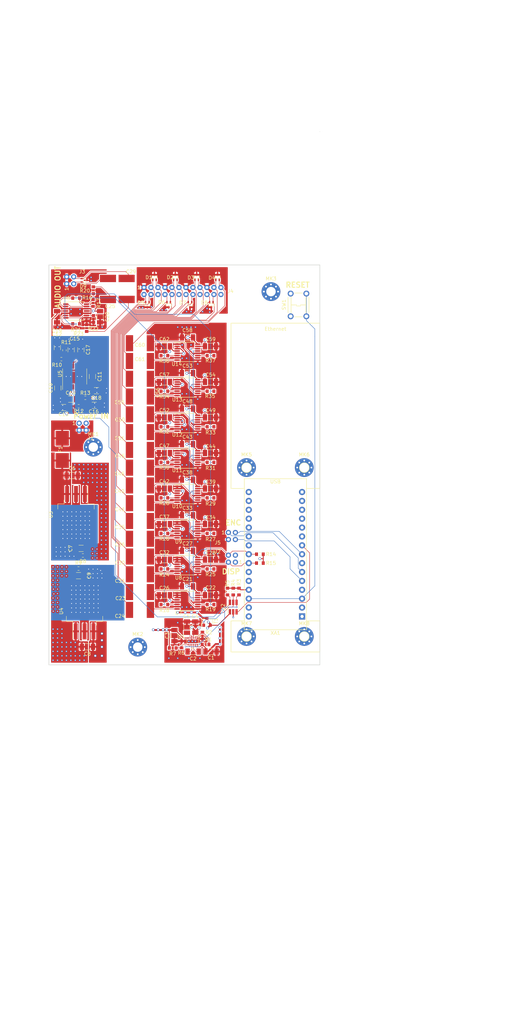
<source format=kicad_pcb>
(kicad_pcb (version 20171130) (host pcbnew "(2018-01-31 revision e69ddf0)-master")
  (title_block (title "Portable Line Mixer") (date 2018-04-02))
  (layers (0 F.Cu signal) (1 In1.Cu power) (2 In2.Cu power) (31 B.Cu signal) (34 B.Paste user) (35 F.Paste user) (36 B.SilkS user) (37 F.SilkS user) (38 B.Mask user) (39 F.Mask user) (44 Edge.Cuts user))
  (net 0 "")
  (net 1 GNDREF)
  (net 2 "Net-(C2-Pad1)")
  (net 3 "Net-(C2-Pad2)")
  (net 4 +12V)
  (net 5 +5V)
  (net 6 "/Power Handling/+12V-F")
  (net 7 -12VA)
  (net 8 +5VA)
  (net 9 -5VA)
  (net 10 "/Power Handling/VIN+")
  (net 11 "/Arduino Nano Header Connections + Ethernet connection/5V-SCL")
  (net 12 "/Arduino Nano Header Connections + Ethernet connection/5V-SDA")
  (net 13 "/Arduino Nano Header Connections + Ethernet connection/Nano_RST")
  (net 14 "Net-(R1-Pad2)")
  (net 15 +12VA)
  (net 16 +5VD)
  (net 17 "/Audio Mixer/R-IN0")
  (net 18 "/Audio Mixer/L-IN0")
  (net 19 "Net-(C25-Pad2)")
  (net 20 "Net-(C29-Pad2)")
  (net 21 "/Audio Mixer/R-IN1")
  (net 22 "/Audio Mixer/L-IN1")
  (net 23 "/Audio Mixer/R-IN2")
  (net 24 "/Audio Mixer/L-IN2")
  (net 25 "/Audio Mixer/R-IN3")
  (net 26 "/Audio Mixer/L-IN3")
  (net 27 "/Audio Mixer/R-IN4")
  (net 28 "/Audio Mixer/L-IN4")
  (net 29 "/Audio Mixer/R-IN5")
  (net 30 "/Audio Mixer/L-IN5")
  (net 31 "/Audio Mixer/R-IN6")
  (net 32 "/Audio Mixer/L-IN6")
  (net 33 "/Audio Mixer/R-IN7")
  (net 34 "/Audio Mixer/L-IN7")
  (net 35 "Net-(R6-Pad2)")
  (net 36 "/Audio Mixer/L_MIX_BUS")
  (net 37 "Net-(R17-Pad1)")
  (net 38 "/Audio Mixer/R_MIX_BUS")
  (net 39 "Net-(R22-Pad1)")
  (net 40 "/Arduino Nano Header Connections + Ethernet connection/ENC-1")
  (net 41 "/Arduino Nano Header Connections + Ethernet connection/ENC-A")
  (net 42 "/Arduino Nano Header Connections + Ethernet connection/ENC-B")
  (net 43 "/Arduino Nano Header Connections + Ethernet connection/Audio_Power_EN")
  (net 44 "/Audio Mixer/F-RIN-0")
  (net 45 "/Audio Mixer/F-LIN-0")
  (net 46 "/Audio Mixer/LOUT")
  (net 47 "/Audio Mixer/ROUT")
  (net 48 "/Audio Mixer/F-RIN-1")
  (net 49 "/Audio Mixer/F-LIN-1")
  (net 50 "/Audio Mixer/F-RIN-2")
  (net 51 "/Audio Mixer/F-LIN-2")
  (net 52 "/Audio Mixer/F-RIN-3")
  (net 53 "/Audio Mixer/F-LIN-3")
  (net 54 "/Audio Mixer/F-RIN-4")
  (net 55 "/Audio Mixer/F-LIN-4")
  (net 56 "/Audio Mixer/F-RIN-5")
  (net 57 "/Audio Mixer/F-LIN-5")
  (net 58 "/Audio Mixer/F-RIN-6")
  (net 59 "/Audio Mixer/F-LIN-6")
  (net 60 "/Audio Mixer/F-RIN-7")
  (net 61 "/Audio Mixer/F-LIN-7")
  (net 62 "/Power Handling/±12VA_EN")
  (net 63 "/Power Handling/+5VD_EN")
  (net 64 "/Power Handling/±5VA_EN")
  (net 65 "/Audio Mixer/LINV")
  (net 66 "/Audio Mixer/LOUT-0")
  (net 67 "/Audio Mixer/ROUT-0")
  (net 68 "/Audio Mixer/RINV")
  (net 69 "/Audio Mixer/LOUT-1")
  (net 70 "/Audio Mixer/ROUT-1")
  (net 71 "/Audio Mixer/LOUT-2")
  (net 72 "/Audio Mixer/ROUT-2")
  (net 73 "/Audio Mixer/LOUT-3")
  (net 74 "/Audio Mixer/ROUT-3")
  (net 75 "/Audio Mixer/LOUT-4")
  (net 76 "/Audio Mixer/ROUT-4")
  (net 77 "/Audio Mixer/LOUT-5")
  (net 78 "/Audio Mixer/ROUT-5")
  (net 79 "/Audio Mixer/LOUT-6")
  (net 80 "/Audio Mixer/ROUT-6")
  (net 81 "/Audio Mixer/LOUT-7")
  (net 82 "/Audio Mixer/ROUT-7")
  (net 83 "Net-(C5-Pad1)")
  (net 84 "/Power Handling/CBST+")
  (net 85 "/Power Handling/CBST-")
  (net 86 "/Power Handling/CINV-")
  (net 87 "/Power Handling/CINV+")
  (net 88 "/Power Handling/BYP-")
  (net 89 "/Power Handling/BYP+")
  (net 90 "/Power Handling/VOUT+")
  (net 91 "/Power Handling/VOUT-")
  (net 92 "/Power Handling/ADJ+")
  (net 93 "/Power Handling/ADJ-")
  (module SW-Semtech:SC-75_3L (layer F.Cu) (at 101.560621 96.217149)
    (fp_text reference D2 (at -1.484621 0.048851 -180) (layer F.SilkS))
    (fp_text value 0582BQ)
    (pad 3 smd rect (at 0 -0.7) (size 0.4 0.8) (layers F.Cu F.Paste F.Mask) (net 1 GNDREF))
    (pad 2 smd rect (at 0.5 0.7) (size 0.4 0.8) (layers F.Cu F.Paste F.Mask) (net 25 "/Audio Mixer/R-IN3"))
    (pad 1 smd rect (at -0.5 0.7) (size 0.4 0.8) (layers F.Cu F.Paste F.Mask) (net 26 "/Audio Mixer/L-IN3"))
  )
  (module SW-Semtech:SC-75_3L (layer F.Cu) (at 107.656621 96.217149)
    (fp_text reference D3 (at -1.651 0.127 -180) (layer F.SilkS))
    (fp_text value 0582BQ)
    (pad 3 smd rect (at 0 -0.7) (size 0.4 0.8) (layers F.Cu F.Paste F.Mask) (net 1 GNDREF))
    (pad 2 smd rect (at 0.5 0.7) (size 0.4 0.8) (layers F.Cu F.Paste F.Mask) (net 29 "/Audio Mixer/R-IN5"))
    (pad 1 smd rect (at -0.5 0.7) (size 0.4 0.8) (layers F.Cu F.Paste F.Mask) (net 30 "/Audio Mixer/L-IN5"))
  )
  (module SW-Semtech:SC-75_3L (layer F.Cu) (at 113.625621 96.217149)
    (fp_text reference D4 (at -1.611621 0.175851 -180) (layer F.SilkS))
    (fp_text value 0582BQ)
    (pad 3 smd rect (at 0 -0.7) (size 0.4 0.8) (layers F.Cu F.Paste F.Mask) (net 1 GNDREF))
    (pad 2 smd rect (at 0.5 0.7) (size 0.4 0.8) (layers F.Cu F.Paste F.Mask) (net 33 "/Audio Mixer/R-IN7"))
    (pad 1 smd rect (at -0.5 0.7) (size 0.4 0.8) (layers F.Cu F.Paste F.Mask) (net 34 "/Audio Mixer/L-IN7"))
  )
  (module SW-Semtech:SC-75_3L (layer F.Cu) (at 99.655621 104.091149 180)
    (fp_text reference D6 (at 1.992621 0.713149) (layer F.SilkS))
    (fp_text value 0582BQ)
    (pad 3 smd rect (at 0 -0.7 180) (size 0.4 0.8) (layers F.Cu F.Paste F.Mask) (net 1 GNDREF))
    (pad 2 smd rect (at 0.5 0.7 180) (size 0.4 0.8) (layers F.Cu F.Paste F.Mask) (net 24 "/Audio Mixer/L-IN2"))
    (pad 1 smd rect (at -0.5 0.7 180) (size 0.4 0.8) (layers F.Cu F.Paste F.Mask) (net 23 "/Audio Mixer/R-IN2"))
  )
  (module SW-Semtech:SC-75_3L (layer F.Cu) (at 95.591621 96.217149)
    (fp_text reference D1 (at -1.611621 0.048851 180) (layer F.SilkS))
    (fp_text value 0582BQ)
    (pad 3 smd rect (at 0 -0.7) (size 0.4 0.8) (layers F.Cu F.Paste F.Mask) (net 1 GNDREF))
    (pad 2 smd rect (at 0.5 0.7) (size 0.4 0.8) (layers F.Cu F.Paste F.Mask) (net 21 "/Audio Mixer/R-IN1"))
    (pad 1 smd rect (at -0.5 0.7) (size 0.4 0.8) (layers F.Cu F.Paste F.Mask) (net 22 "/Audio Mixer/L-IN1"))
  )
  (module SW-Semtech:SC-75_3L (layer F.Cu) (at 93.559621 104.091149 180)
    (fp_text reference D5 (at 1.865621 0.586149) (layer F.SilkS))
    (fp_text value 0582BQ)
    (pad 3 smd rect (at 0 -0.7 180) (size 0.4 0.8) (layers F.Cu F.Paste F.Mask) (net 1 GNDREF))
    (pad 2 smd rect (at 0.5 0.7 180) (size 0.4 0.8) (layers F.Cu F.Paste F.Mask) (net 18 "/Audio Mixer/L-IN0"))
    (pad 1 smd rect (at -0.5 0.7 180) (size 0.4 0.8) (layers F.Cu F.Paste F.Mask) (net 17 "/Audio Mixer/R-IN0"))
  )
  (module SW-Semtech:SC-75_3L (layer F.Cu) (at 105.751621 104.091149 180)
    (fp_text reference D7 (at 2.119621 0.586149) (layer F.SilkS))
    (fp_text value 0582BQ)
    (pad 3 smd rect (at 0 -0.7 180) (size 0.4 0.8) (layers F.Cu F.Paste F.Mask) (net 1 GNDREF))
    (pad 2 smd rect (at 0.5 0.7 180) (size 0.4 0.8) (layers F.Cu F.Paste F.Mask) (net 28 "/Audio Mixer/L-IN4"))
    (pad 1 smd rect (at -0.5 0.7 180) (size 0.4 0.8) (layers F.Cu F.Paste F.Mask) (net 27 "/Audio Mixer/R-IN4"))
  )
  (module SW-Semtech:SC-75_3L (layer F.Cu) (at 111.847621 104.091149 180)
    (fp_text reference D8 (at 1.992621 0.586149) (layer F.SilkS))
    (fp_text value 0582BQ)
    (pad 3 smd rect (at 0 -0.7 180) (size 0.4 0.8) (layers F.Cu F.Paste F.Mask) (net 1 GNDREF))
    (pad 2 smd rect (at 0.5 0.7 180) (size 0.4 0.8) (layers F.Cu F.Paste F.Mask) (net 32 "/Audio Mixer/L-IN6"))
    (pad 1 smd rect (at -0.5 0.7 180) (size 0.4 0.8) (layers F.Cu F.Paste F.Mask) (net 31 "/Audio Mixer/R-IN6"))
  )
  (module SW-Semtech:SC-75_3L (layer F.Cu) (at 75.556583 97.101494 270)
    (fp_text reference D9 (at 1.704506 0.372583) (layer F.SilkS))
    (fp_text value 0582BQ)
    (pad 3 smd rect (at 0 -0.7 270) (size 0.4 0.8) (layers F.Cu F.Paste F.Mask) (net 1 GNDREF))
    (pad 2 smd rect (at 0.5 0.7 270) (size 0.4 0.8) (layers F.Cu F.Paste F.Mask) (net 46 "/Audio Mixer/LOUT"))
    (pad 1 smd rect (at -0.5 0.7 270) (size 0.4 0.8) (layers F.Cu F.Paste F.Mask) (net 47 "/Audio Mixer/ROUT"))
  )
  (module SW-Littelfuse:NANO-0154-OMNI-BLOK-Fuse-Holder (layer F.Cu) (at 69.215 145.425 270)
    (fp_text reference F1 (at 0 0.5 270) (layer F.SilkS))
    (fp_text value 5A)
    (pad 2 smd rect (at 3.185 0 270) (size 4.24 3.81) (layers F.Cu F.Paste F.Mask) (net 6 "/Power Handling/+12V-F"))
    (pad 1 smd rect (at -3.185 0 270) (size 4.24 3.81) (layers F.Cu F.Paste F.Mask) (net 10 "/Power Handling/VIN+"))
  )
  (module SW-Eswitch:TL1105 (layer F.Cu) (at 136.779 104.14 180)
    (fp_text reference SW1 (at 4.16 0.07 270) (layer F.SilkS))
    (fp_text value "Nano Reset")
    (pad 1 thru_hole circle (at -2.25 -3.25 180) (size 1.7 1.7) (drill 1) (layers *.Cu *.Mask) (net 13 "/Arduino Nano Header Connections + Ethernet connection/Nano_RST"))
    (pad 2 thru_hole circle (at 2.25 -3.25 180) (size 1.7 1.7) (drill 1) (layers *.Cu *.Mask) (net 1 GNDREF))
    (pad 1 thru_hole circle (at -2.25 3.25 180) (size 1.7 1.7) (drill 1) (layers *.Cu *.Mask) (net 13 "/Arduino Nano Header Connections + Ethernet connection/Nano_RST"))
    (pad 2 thru_hole circle (at 2.25 3.25 180) (size 1.7 1.7) (drill 1) (layers *.Cu *.Mask) (net 1 GNDREF))
  )
  (module SW-Hirose:DF11-4DP-2DSA (layer F.Cu) (at 117.729 176.657)
    (fp_text reference J2 (at -4.064 -2.032) (layer F.SilkS))
    (fp_text value "LCD Connection I2C")
    (fp_text user 1 (at 2.5 1) (layer F.SilkS))
    (pad 3 thru_hole circle (at -1 1) (size 1.5 1.5) (drill 0.8) (layers *.Cu *.Mask) (net 11 "/Arduino Nano Header Connections + Ethernet connection/5V-SCL"))
    (pad 1 thru_hole circle (at 1 1) (size 1.5 1.5) (drill 0.8) (layers *.Cu *.Mask) (net 5 +5V))
    (pad 2 thru_hole circle (at 1 -1) (size 1.5 1.5) (drill 0.8) (layers *.Cu *.Mask) (net 1 GNDREF))
    (pad 4 thru_hole circle (at -1 -1) (size 1.5 1.5) (drill 0.8) (layers *.Cu *.Mask) (net 12 "/Arduino Nano Header Connections + Ethernet connection/5V-SDA"))
  )
  (module SW-Package-SON:WSON-12-1EP_3x2mm_P0.5mm (layer F.Cu) (at 106.517597 200.285307 270)
    (fp_text reference U1 (at -1.403307 3.139597) (layer F.SilkS))
    (fp_text value LM27762)
    (pad 13 smd rect (at 0 0 270) (size 1 2.65) (layers F.Cu F.Paste F.Mask) (net 1 GNDREF))
    (pad 12 smd rect (at 0.95 -1.25 270) (size 0.5 0.25) (layers F.Cu F.Paste F.Mask) (net 64 "/Power Handling/±5VA_EN"))
    (pad 11 smd rect (at 0.95 -0.75 270) (size 0.5 0.25) (layers F.Cu F.Paste F.Mask) (net 8 +5VA))
    (pad 10 smd rect (at 0.95 -0.25 270) (size 0.5 0.25) (layers F.Cu F.Paste F.Mask) (net 2 "Net-(C2-Pad1)"))
    (pad 9 smd rect (at 0.95 0.25 270) (size 0.5 0.25) (layers F.Cu F.Paste F.Mask) (net 3 "Net-(C2-Pad2)"))
    (pad 8 smd rect (at 0.95 0.75 270) (size 0.5 0.25) (layers F.Cu F.Paste F.Mask) (net 64 "/Power Handling/±5VA_EN"))
    (pad 7 smd rect (at 0.95 1.25 270) (size 0.5 0.25) (layers F.Cu F.Paste F.Mask) (net 35 "Net-(R6-Pad2)"))
    (pad 6 smd rect (at -0.95 1.25 270) (size 0.5 0.25) (layers F.Cu F.Paste F.Mask) (net 9 -5VA))
    (pad 5 smd rect (at -0.95 0.75 270) (size 0.5 0.25) (layers F.Cu F.Paste F.Mask) (net 83 "Net-(C5-Pad1)"))
    (pad 4 smd rect (at -0.95 0.25 270) (size 0.5 0.25) (layers F.Cu F.Paste F.Mask) (net 1 GNDREF) (clearance 0.127))
    (pad 3 smd rect (at -0.95 -0.25 270) (size 0.5 0.25) (layers F.Cu F.Paste F.Mask) (net 5 +5V))
    (pad 2 smd rect (at -0.95 -0.75 270) (size 0.5 0.25) (layers F.Cu F.Paste F.Mask) (net 14 "Net-(R1-Pad2)"))
    (pad 1 smd rect (at -0.95 -1.25 270) (size 0.5 0.25) (layers F.Cu F.Paste F.Mask) (net 1 GNDREF))
  )
  (module SW-Kemet:Kemet_CAP_2220_5750Metric_D (layer F.Cu) (at 91.433175 191.284963 180)
    (fp_text reference C24 (at 5.715 -1.778) (layer F.SilkS))
    (fp_text value 1uF)
    (pad 2 smd rect (at 3 0 180) (size 2.1 4.6) (layers F.Cu F.Paste F.Mask) (net 18 "/Audio Mixer/L-IN0"))
    (pad 1 smd rect (at -3 0 180) (size 2.1 4.6) (layers F.Cu F.Paste F.Mask) (net 45 "/Audio Mixer/F-LIN-0"))
  )
  (module SW-Kemet:Kemet_CAP_2220_5750Metric_D (layer F.Cu) (at 82.296 99.568 270)
    (fp_text reference C25 (at 4.953 -0.635) (layer F.SilkS))
    (fp_text value 1uF)
    (pad 2 smd rect (at 3 0 270) (size 2.1 4.6) (layers F.Cu F.Paste F.Mask) (net 19 "Net-(C25-Pad2)"))
    (pad 1 smd rect (at -3 0 270) (size 2.1 4.6) (layers F.Cu F.Paste F.Mask) (net 46 "/Audio Mixer/LOUT"))
  )
  (module SW-Kemet:Kemet_CAP_2220_5750Metric_D (layer F.Cu) (at 87.63 99.568 270)
    (fp_text reference C29 (at -4.953 -1.27) (layer F.SilkS))
    (fp_text value 1uF)
    (pad 2 smd rect (at 3 0 270) (size 2.1 4.6) (layers F.Cu F.Paste F.Mask) (net 20 "Net-(C29-Pad2)"))
    (pad 1 smd rect (at -3 0 270) (size 2.1 4.6) (layers F.Cu F.Paste F.Mask) (net 47 "/Audio Mixer/ROUT"))
  )
  (module SW-Kemet:Kemet_CAP_2220_5750Metric_D (layer F.Cu) (at 91.433175 176.044963)
    (fp_text reference C30 (at -5.715 1.778) (layer F.SilkS))
    (fp_text value 1uF)
    (pad 2 smd rect (at 3 0) (size 2.1 4.6) (layers F.Cu F.Paste F.Mask) (net 48 "/Audio Mixer/F-RIN-1"))
    (pad 1 smd rect (at -3 0) (size 2.1 4.6) (layers F.Cu F.Paste F.Mask) (net 21 "/Audio Mixer/R-IN1"))
  )
  (module SW-Kemet:Kemet_CAP_2220_5750Metric_D (layer F.Cu) (at 91.433175 181.124963 180)
    (fp_text reference C31 (at 5.715 -1.905 180) (layer F.SilkS))
    (fp_text value 1uF)
    (pad 2 smd rect (at 3 0 180) (size 2.1 4.6) (layers F.Cu F.Paste F.Mask) (net 22 "/Audio Mixer/L-IN1"))
    (pad 1 smd rect (at -3 0 180) (size 2.1 4.6) (layers F.Cu F.Paste F.Mask) (net 49 "/Audio Mixer/F-LIN-1"))
  )
  (module SW-Kemet:Kemet_CAP_2220_5750Metric_D (layer F.Cu) (at 91.433175 130.324963 180)
    (fp_text reference C56 (at -5.08 1.143 270) (layer F.SilkS))
    (fp_text value 1uF)
    (pad 2 smd rect (at 3 0 180) (size 2.1 4.6) (layers F.Cu F.Paste F.Mask) (net 32 "/Audio Mixer/L-IN6"))
    (pad 1 smd rect (at -3 0 180) (size 2.1 4.6) (layers F.Cu F.Paste F.Mask) (net 59 "/Audio Mixer/F-LIN-6"))
  )
  (module SW-Kemet:Kemet_CAP_2220_5750Metric_D (layer F.Cu) (at 91.433175 165.884963)
    (fp_text reference C35 (at -5.715 1.778) (layer F.SilkS))
    (fp_text value 1uF)
    (pad 2 smd rect (at 3 0) (size 2.1 4.6) (layers F.Cu F.Paste F.Mask) (net 50 "/Audio Mixer/F-RIN-2"))
    (pad 1 smd rect (at -3 0) (size 2.1 4.6) (layers F.Cu F.Paste F.Mask) (net 23 "/Audio Mixer/R-IN2"))
  )
  (module SW-Kemet:Kemet_CAP_2220_5750Metric_D (layer F.Cu) (at 91.433175 170.964963 180)
    (fp_text reference C36 (at 5.715 -1.651 180) (layer F.SilkS))
    (fp_text value 1uF)
    (pad 2 smd rect (at 3 0 180) (size 2.1 4.6) (layers F.Cu F.Paste F.Mask) (net 24 "/Audio Mixer/L-IN2"))
    (pad 1 smd rect (at -3 0 180) (size 2.1 4.6) (layers F.Cu F.Paste F.Mask) (net 51 "/Audio Mixer/F-LIN-2"))
  )
  (module SW-Kemet:Kemet_CAP_2220_5750Metric_D (layer F.Cu) (at 91.433175 155.724963)
    (fp_text reference C40 (at -5.842 1.651) (layer F.SilkS))
    (fp_text value 1uF)
    (pad 2 smd rect (at 3 0) (size 2.1 4.6) (layers F.Cu F.Paste F.Mask) (net 52 "/Audio Mixer/F-RIN-3"))
    (pad 1 smd rect (at -3 0) (size 2.1 4.6) (layers F.Cu F.Paste F.Mask) (net 25 "/Audio Mixer/R-IN3"))
  )
  (module SW-Kemet:Kemet_CAP_2220_5750Metric_D (layer F.Cu) (at 91.433175 160.804963 180)
    (fp_text reference C41 (at 5.715 -1.778 180) (layer F.SilkS))
    (fp_text value 1uF)
    (pad 2 smd rect (at 3 0 180) (size 2.1 4.6) (layers F.Cu F.Paste F.Mask) (net 26 "/Audio Mixer/L-IN3"))
    (pad 1 smd rect (at -3 0 180) (size 2.1 4.6) (layers F.Cu F.Paste F.Mask) (net 53 "/Audio Mixer/F-LIN-3"))
  )
  (module SW-Kemet:Kemet_CAP_2220_5750Metric_D (layer F.Cu) (at 91.433175 145.564963)
    (fp_text reference C45 (at -5.715 1.778) (layer F.SilkS))
    (fp_text value 1uF)
    (pad 2 smd rect (at 3 0) (size 2.1 4.6) (layers F.Cu F.Paste F.Mask) (net 54 "/Audio Mixer/F-RIN-4"))
    (pad 1 smd rect (at -3 0) (size 2.1 4.6) (layers F.Cu F.Paste F.Mask) (net 27 "/Audio Mixer/R-IN4"))
  )
  (module SW-Kemet:Kemet_CAP_2220_5750Metric_D (layer F.Cu) (at 91.433175 150.644963 180)
    (fp_text reference C46 (at 5.842 -1.778 180) (layer F.SilkS))
    (fp_text value 1uF)
    (pad 2 smd rect (at 3 0 180) (size 2.1 4.6) (layers F.Cu F.Paste F.Mask) (net 28 "/Audio Mixer/L-IN4"))
    (pad 1 smd rect (at -3 0 180) (size 2.1 4.6) (layers F.Cu F.Paste F.Mask) (net 55 "/Audio Mixer/F-LIN-4"))
  )
  (module SW-Kemet:Kemet_CAP_2220_5750Metric_D (layer F.Cu) (at 91.433175 135.404963)
    (fp_text reference C50 (at -5.715 1.524) (layer F.SilkS))
    (fp_text value 1uF)
    (pad 2 smd rect (at 3 0) (size 2.1 4.6) (layers F.Cu F.Paste F.Mask) (net 56 "/Audio Mixer/F-RIN-5"))
    (pad 1 smd rect (at -3 0) (size 2.1 4.6) (layers F.Cu F.Paste F.Mask) (net 29 "/Audio Mixer/R-IN5"))
  )
  (module SW-Kemet:Kemet_CAP_2220_5750Metric_D (layer F.Cu) (at 91.433175 140.484963 180)
    (fp_text reference C51 (at 5.842 -1.778 180) (layer F.SilkS))
    (fp_text value 1uF)
    (pad 2 smd rect (at 3 0 180) (size 2.1 4.6) (layers F.Cu F.Paste F.Mask) (net 30 "/Audio Mixer/L-IN5"))
    (pad 1 smd rect (at -3 0 180) (size 2.1 4.6) (layers F.Cu F.Paste F.Mask) (net 57 "/Audio Mixer/F-LIN-5"))
  )
  (module SW-Arduino:Nano-Header-Ethernet-4NANO (layer F.Cu) (at 130.175 175.387 90)
    (fp_text reference XA1 (at -22.51 0 180) (layer F.SilkS))
    (fp_text value Nano_Headers)
    (fp_text user Ethernet (at 64.389 0 180) (layer F.SilkS))
    (fp_text user USB (at 20.75 0 180) (layer F.SilkS))
    (pad 15 thru_hole circle (at 17.78 7.62 90) (size 1.788 1.788) (drill 0.9144) (layers *.Cu *.Mask))
    (pad 16 thru_hole circle (at 17.78 -7.62 90) (size 1.788 1.788) (drill 0.9144) (layers *.Cu *.Mask))
    (pad 14 thru_hole circle (at 15.24 7.62 90) (size 1.788 1.788) (drill 0.9144) (layers *.Cu *.Mask))
    (pad 17 thru_hole circle (at 15.24 -7.62 90) (size 1.788 1.788) (drill 0.9144) (layers *.Cu *.Mask))
    (pad 13 thru_hole circle (at 12.7 7.62 90) (size 1.788 1.788) (drill 0.9144) (layers *.Cu *.Mask))
    (pad 18 thru_hole circle (at 12.7 -7.62 90) (size 1.788 1.788) (drill 0.9144) (layers *.Cu *.Mask))
    (pad 12 thru_hole circle (at 10.16 7.62 90) (size 1.788 1.788) (drill 0.9144) (layers *.Cu *.Mask))
    (pad 19 thru_hole circle (at 10.16 -7.62 90) (size 1.788 1.788) (drill 0.9144) (layers *.Cu *.Mask))
    (pad 11 thru_hole circle (at 7.62 7.62 90) (size 1.788 1.788) (drill 0.9144) (layers *.Cu *.Mask))
    (pad 20 thru_hole circle (at 7.62 -7.62 90) (size 1.788 1.788) (drill 0.9144) (layers *.Cu *.Mask))
    (pad 10 thru_hole circle (at 5.08 7.62 90) (size 1.788 1.788) (drill 0.9144) (layers *.Cu *.Mask))
    (pad 21 thru_hole circle (at 5.08 -7.62 90) (size 1.788 1.788) (drill 0.9144) (layers *.Cu *.Mask))
    (pad 9 thru_hole circle (at 2.54 7.62 90) (size 1.788 1.788) (drill 0.9144) (layers *.Cu *.Mask) (net 43 "/Arduino Nano Header Connections + Ethernet connection/Audio_Power_EN"))
    (pad 22 thru_hole circle (at 2.54 -7.62 90) (size 1.788 1.788) (drill 0.9144) (layers *.Cu *.Mask))
    (pad 8 thru_hole circle (at 0 7.62 90) (size 1.788 1.788) (drill 0.9144) (layers *.Cu *.Mask) (net 41 "/Arduino Nano Header Connections + Ethernet connection/ENC-A"))
    (pad 23 thru_hole circle (at 0 -7.62 90) (size 1.788 1.788) (drill 0.9144) (layers *.Cu *.Mask) (net 12 "/Arduino Nano Header Connections + Ethernet connection/5V-SDA"))
    (pad 7 thru_hole circle (at -2.54 7.62 90) (size 1.788 1.788) (drill 0.9144) (layers *.Cu *.Mask))
    (pad 24 thru_hole circle (at -2.54 -7.62 90) (size 1.788 1.788) (drill 0.9144) (layers *.Cu *.Mask) (net 11 "/Arduino Nano Header Connections + Ethernet connection/5V-SCL"))
    (pad 6 thru_hole circle (at -5.08 7.62 90) (size 1.788 1.788) (drill 0.9144) (layers *.Cu *.Mask) (net 40 "/Arduino Nano Header Connections + Ethernet connection/ENC-1"))
    (pad 25 thru_hole circle (at -5.08 -7.62 90) (size 1.788 1.788) (drill 0.9144) (layers *.Cu *.Mask))
    (pad 5 thru_hole circle (at -7.62 7.62 90) (size 1.788 1.788) (drill 0.9144) (layers *.Cu *.Mask) (net 42 "/Arduino Nano Header Connections + Ethernet connection/ENC-B"))
    (pad 26 thru_hole circle (at -7.62 -7.62 90) (size 1.788 1.788) (drill 0.9144) (layers *.Cu *.Mask))
    (pad 4 thru_hole circle (at -10.16 7.62 90) (size 1.788 1.788) (drill 0.9144) (layers *.Cu *.Mask) (net 1 GNDREF))
    (pad 27 thru_hole circle (at -10.16 -7.62 90) (size 1.788 1.788) (drill 0.9144) (layers *.Cu *.Mask) (net 5 +5V))
    (pad 3 thru_hole circle (at -12.7 7.62 90) (size 1.788 1.788) (drill 0.9144) (layers *.Cu *.Mask) (net 13 "/Arduino Nano Header Connections + Ethernet connection/Nano_RST"))
    (pad 28 thru_hole circle (at -12.7 -7.62 90) (size 1.788 1.788) (drill 0.9144) (layers *.Cu *.Mask) (net 13 "/Arduino Nano Header Connections + Ethernet connection/Nano_RST"))
    (pad 2 thru_hole circle (at -15.24 7.62 90) (size 1.788 1.788) (drill 0.9144) (layers *.Cu *.Mask))
    (pad 29 thru_hole circle (at -15.24 -7.62 90) (size 1.788 1.788) (drill 0.9144) (layers *.Cu *.Mask) (net 1 GNDREF))
    (pad 1 thru_hole rect (at -17.78 7.62 90) (size 1.788 1.788) (drill 0.9144) (layers *.Cu *.Mask))
    (pad 30 thru_hole circle (at -17.78 -7.62 90) (size 1.788 1.788) (drill 0.9144) (layers *.Cu *.Mask))
  )
  (module Capacitor_SMD:C_1206_3216Metric_Pad1.24x1.80mm_HandSolder (layer F.Cu) (at 80.049614 107.520129 270)
    (fp_text reference C20 (at 0 -2.05 270) (layer F.SilkS))
    (fp_text value 0u1F)
    (pad 2 smd rect (at 1.5925 0 270) (size 1.245 1.8) (layers F.Cu F.Paste F.Mask) (net 1 GNDREF))
    (pad 1 smd rect (at -1.5925 0 270) (size 1.245 1.8) (layers F.Cu F.Paste F.Mask) (net 7 -12VA))
  )
  (module Capacitor_SMD:C_1206_3216Metric_Pad1.24x1.80mm_HandSolder (layer F.Cu) (at 105.022175 184.553963)
    (fp_text reference C21 (at 0 -2.05) (layer F.SilkS))
    (fp_text value 0u01F)
    (pad 2 smd rect (at 1.5925 0) (size 1.245 1.8) (layers F.Cu F.Paste F.Mask) (net 16 +5VD))
    (pad 1 smd rect (at -1.5925 0) (size 1.245 1.8) (layers F.Cu F.Paste F.Mask) (net 1 GNDREF))
  )
  (module Capacitor_SMD:C_1206_3216Metric_Pad1.24x1.80mm_HandSolder (layer F.Cu) (at 111.626175 187.093963 180)
    (fp_text reference C22 (at 0 2.159 180) (layer F.SilkS))
    (fp_text value 0u01F)
    (pad 2 smd rect (at 1.5925 0 180) (size 1.245 1.8) (layers F.Cu F.Paste F.Mask) (net 8 +5VA))
    (pad 1 smd rect (at -1.5925 0 180) (size 1.245 1.8) (layers F.Cu F.Paste F.Mask) (net 1 GNDREF))
  )
  (module Resistor_SMD:R_0603_1608Metric_Pad0.84x1.00mm_HandSolder (layer F.Cu) (at 119.761 186.055 270)
    (fp_text reference R3 (at -2.667 0 90) (layer F.SilkS))
    (fp_text value 100kΩ)
    (pad 2 smd rect (at 0.9625 0 270) (size 0.845 1) (layers F.Cu F.Paste F.Mask) (net 62 "/Power Handling/±12VA_EN"))
    (pad 1 smd rect (at -0.9625 0 270) (size 0.845 1) (layers F.Cu F.Paste F.Mask) (net 5 +5V))
  )
  (module Resistor_SMD:R_0603_1608Metric_Pad0.84x1.00mm_HandSolder (layer F.Cu) (at 118.11 186.055 270)
    (fp_text reference R4 (at -2.54 0 90) (layer F.SilkS))
    (fp_text value 100kΩ)
    (pad 2 smd rect (at 0.9625 0 270) (size 0.845 1) (layers F.Cu F.Paste F.Mask) (net 63 "/Power Handling/+5VD_EN"))
    (pad 1 smd rect (at -0.9625 0 270) (size 0.845 1) (layers F.Cu F.Paste F.Mask) (net 5 +5V))
  )
  (module Resistor_SMD:R_0603_1608Metric_Pad0.84x1.00mm_HandSolder (layer F.Cu) (at 116.459 186.055 270)
    (fp_text reference R5 (at -2.286 0 270) (layer F.SilkS))
    (fp_text value 100kΩ)
    (pad 2 smd rect (at 0.9625 0 270) (size 0.845 1) (layers F.Cu F.Paste F.Mask) (net 64 "/Power Handling/±5VA_EN"))
    (pad 1 smd rect (at -0.9625 0 270) (size 0.845 1) (layers F.Cu F.Paste F.Mask) (net 5 +5V))
  )
  (module Resistor_SMD:R_0603_1608Metric_Pad0.84x1.00mm_HandSolder (layer F.Cu) (at 68.961 119.634)
    (fp_text reference R10 (at -1.27 1.651) (layer F.SilkS))
    (fp_text value 681kΩ)
    (pad 2 smd rect (at 0.9625 0) (size 0.845 1) (layers F.Cu F.Paste F.Mask) (net 92 "/Power Handling/ADJ+"))
    (pad 1 smd rect (at -0.9625 0) (size 0.845 1) (layers F.Cu F.Paste F.Mask) (net 15 +12VA))
  )
  (module Resistor_SMD:R_0603_1608Metric_Pad0.84x1.00mm_HandSolder (layer F.Cu) (at 69.85 117.094 90)
    (fp_text reference R11 (at 2.286 0.508 180) (layer F.SilkS))
    (fp_text value 75kΩ)
    (pad 2 smd rect (at 0.9625 0 90) (size 0.845 1) (layers F.Cu F.Paste F.Mask) (net 1 GNDREF))
    (pad 1 smd rect (at -0.9625 0 90) (size 0.845 1) (layers F.Cu F.Paste F.Mask) (net 92 "/Power Handling/ADJ+"))
  )
  (module Resistor_SMD:R_0603_1608Metric_Pad0.84x1.00mm_HandSolder (layer F.Cu) (at 73.914 133.096)
    (fp_text reference R12 (at 0 1.397) (layer F.SilkS))
    (fp_text value 75kΩ)
    (pad 2 smd rect (at 0.9625 0) (size 0.845 1) (layers F.Cu F.Paste F.Mask) (net 93 "/Power Handling/ADJ-"))
    (pad 1 smd rect (at -0.9625 0) (size 0.845 1) (layers F.Cu F.Paste F.Mask) (net 1 GNDREF))
  )
  (module Resistor_SMD:R_0603_1608Metric_Pad0.84x1.00mm_HandSolder (layer F.Cu) (at 75.819 130.683)
    (fp_text reference R13 (at 0 -1.397) (layer F.SilkS))
    (fp_text value 681kΩ)
    (pad 2 smd rect (at 0.9625 0) (size 0.845 1) (layers F.Cu F.Paste F.Mask) (net 7 -12VA))
    (pad 1 smd rect (at -0.9625 0) (size 0.845 1) (layers F.Cu F.Paste F.Mask) (net 93 "/Power Handling/ADJ-"))
  )
  (module Resistor_SMD:R_0603_1608Metric_Pad0.84x1.00mm_HandSolder (layer F.Cu) (at 110.200597 201.174307)
    (fp_text reference R1 (at 0.797403 -1.403307) (layer F.SilkS))
    (fp_text value 220kΩ)
    (pad 2 smd rect (at 0.9625 0) (size 0.845 1) (layers F.Cu F.Paste F.Mask) (net 14 "Net-(R1-Pad2)"))
    (pad 1 smd rect (at -0.9625 0) (size 0.845 1) (layers F.Cu F.Paste F.Mask) (net 8 +5VA))
  )
  (module Resistor_SMD:R_0603_1608Metric_Pad0.84x1.00mm_HandSolder (layer F.Cu) (at 109.311597 198.634307 270)
    (fp_text reference R2 (at -0.895307 -1.813403) (layer F.SilkS))
    (fp_text value 68kΩ)
    (pad 2 smd rect (at 0.9625 0 270) (size 0.845 1) (layers F.Cu F.Paste F.Mask) (net 1 GNDREF))
    (pad 1 smd rect (at -0.9625 0 270) (size 0.845 1) (layers F.Cu F.Paste F.Mask) (net 14 "Net-(R1-Pad2)"))
  )
  (module Resistor_SMD:R_0603_1608Metric_Pad0.84x1.00mm_HandSolder (layer F.Cu) (at 103.342597 201.174307 270)
    (fp_text reference R6 (at 2.406693 0.091597) (layer F.SilkS))
    (fp_text value 68kΩ)
    (pad 2 smd rect (at 0.9625 0 270) (size 0.845 1) (layers F.Cu F.Paste F.Mask) (net 35 "Net-(R6-Pad2)"))
    (pad 1 smd rect (at -0.9625 0 270) (size 0.845 1) (layers F.Cu F.Paste F.Mask) (net 1 GNDREF))
  )
  (module Resistor_SMD:R_0603_1608Metric_Pad0.84x1.00mm_HandSolder (layer F.Cu) (at 100.802597 202.190307 180)
    (fp_text reference R7 (at 0 -1.65 180) (layer F.SilkS))
    (fp_text value 220kΩ)
    (pad 2 smd rect (at 0.9625 0 180) (size 0.845 1) (layers F.Cu F.Paste F.Mask) (net 9 -5VA))
    (pad 1 smd rect (at -0.9625 0 180) (size 0.845 1) (layers F.Cu F.Paste F.Mask) (net 35 "Net-(R6-Pad2)"))
  )
  (module Resistor_SMD:R_0603_1608Metric_Pad0.84x1.00mm_HandSolder (layer F.Cu) (at 125.73 175.387 180)
    (fp_text reference R14 (at -3.175 0 180) (layer F.SilkS))
    (fp_text value 4k7)
    (pad 2 smd rect (at 0.9625 0 180) (size 0.845 1) (layers F.Cu F.Paste F.Mask) (net 12 "/Arduino Nano Header Connections + Ethernet connection/5V-SDA"))
    (pad 1 smd rect (at -0.9625 0 180) (size 0.845 1) (layers F.Cu F.Paste F.Mask) (net 5 +5V))
  )
  (module Resistor_SMD:R_0603_1608Metric_Pad0.84x1.00mm_HandSolder (layer F.Cu) (at 125.73 177.927 180)
    (fp_text reference R15 (at -3.175 0 180) (layer F.SilkS))
    (fp_text value 4k7)
    (pad 2 smd rect (at 0.9625 0 180) (size 0.845 1) (layers F.Cu F.Paste F.Mask) (net 11 "/Arduino Nano Header Connections + Ethernet connection/5V-SCL"))
    (pad 1 smd rect (at -0.9625 0 180) (size 0.845 1) (layers F.Cu F.Paste F.Mask) (net 5 +5V))
  )
  (module Resistor_SMD:R_0603_1608Metric_Pad0.84x1.00mm_HandSolder (layer F.Cu) (at 73.191614 102.186129 180)
    (fp_text reference R16 (at -3.175 0.127 180) (layer F.SilkS))
    (fp_text value 10k)
    (pad 2 smd rect (at 0.9625 0 180) (size 0.845 1) (layers F.Cu F.Paste F.Mask) (net 36 "/Audio Mixer/L_MIX_BUS"))
    (pad 1 smd rect (at -0.9625 0 180) (size 0.845 1) (layers F.Cu F.Paste F.Mask) (net 65 "/Audio Mixer/LINV"))
  )
  (module Resistor_SMD:R_0603_1608Metric_Pad0.84x1.00mm_HandSolder (layer F.Cu) (at 78.017614 103.583129 270)
    (fp_text reference R17 (at 0 -1.65 270) (layer F.SilkS))
    (fp_text value 10k)
    (pad 2 smd rect (at 0.9625 0 270) (size 0.845 1) (layers F.Cu F.Paste F.Mask) (net 65 "/Audio Mixer/LINV"))
    (pad 1 smd rect (at -0.9625 0 270) (size 0.845 1) (layers F.Cu F.Paste F.Mask) (net 37 "Net-(R17-Pad1)"))
  )
  (module Resistor_SMD:R_0603_1608Metric_Pad0.84x1.00mm_HandSolder (layer F.Cu) (at 111.626175 189.760963 180)
    (fp_text reference R19 (at 0 -1.397 180) (layer F.SilkS))
    (fp_text value 10k)
    (pad 2 smd rect (at 0.9625 0 180) (size 0.845 1) (layers F.Cu F.Paste F.Mask) (net 67 "/Audio Mixer/ROUT-0"))
    (pad 1 smd rect (at -0.9625 0 180) (size 0.845 1) (layers F.Cu F.Paste F.Mask) (net 38 "/Audio Mixer/R_MIX_BUS"))
  )
  (module Resistor_SMD:R_0603_1608Metric_Pad0.84x1.00mm_HandSolder (layer F.Cu) (at 78.105 99.949 270)
    (fp_text reference R20 (at 0.127 2.413) (layer F.SilkS))
    (fp_text value 100R)
    (pad 2 smd rect (at 0.9625 0 270) (size 0.845 1) (layers F.Cu F.Paste F.Mask) (net 37 "Net-(R17-Pad1)"))
    (pad 1 smd rect (at -0.9625 0 270) (size 0.845 1) (layers F.Cu F.Paste F.Mask) (net 19 "Net-(C25-Pad2)"))
  )
  (module Resistor_SMD:R_0603_1608Metric_Pad0.84x1.00mm_HandSolder (layer F.Cu) (at 73.191614 109.552129 180)
    (fp_text reference R21 (at 0.039614 -1.699871 180) (layer F.SilkS))
    (fp_text value 10k)
    (pad 2 smd rect (at 0.9625 0 180) (size 0.845 1) (layers F.Cu F.Paste F.Mask) (net 38 "/Audio Mixer/R_MIX_BUS"))
    (pad 1 smd rect (at -0.9625 0 180) (size 0.845 1) (layers F.Cu F.Paste F.Mask) (net 68 "/Audio Mixer/RINV"))
  )
  (module Resistor_SMD:R_0603_1608Metric_Pad0.84x1.00mm_HandSolder (layer F.Cu) (at 78.144614 108.155129 90)
    (fp_text reference R22 (at -2.842871 0 180) (layer F.SilkS))
    (fp_text value 10k)
    (pad 2 smd rect (at 0.9625 0 90) (size 0.845 1) (layers F.Cu F.Paste F.Mask) (net 68 "/Audio Mixer/RINV"))
    (pad 1 smd rect (at -0.9625 0 90) (size 0.845 1) (layers F.Cu F.Paste F.Mask) (net 39 "Net-(R22-Pad1)"))
  )
  (module Resistor_SMD:R_0603_1608Metric_Pad0.84x1.00mm_HandSolder (layer F.Cu) (at 76.2 110.744 90)
    (fp_text reference R23 (at -1.699871 -2.325614) (layer F.SilkS))
    (fp_text value 100R)
    (pad 2 smd rect (at 0.9625 0 90) (size 0.845 1) (layers F.Cu F.Paste F.Mask) (net 39 "Net-(R22-Pad1)"))
    (pad 1 smd rect (at -0.9625 0 90) (size 0.845 1) (layers F.Cu F.Paste F.Mask) (net 20 "Net-(C29-Pad2)"))
  )
  (module Resistor_SMD:R_0603_1608Metric_Pad0.84x1.00mm_HandSolder (layer F.Cu) (at 111.626175 179.600963 180)
    (fp_text reference R25 (at 0 -1.524 180) (layer F.SilkS))
    (fp_text value 10k)
    (pad 2 smd rect (at 0.9625 0 180) (size 0.845 1) (layers F.Cu F.Paste F.Mask) (net 70 "/Audio Mixer/ROUT-1"))
    (pad 1 smd rect (at -0.9625 0 180) (size 0.845 1) (layers F.Cu F.Paste F.Mask) (net 38 "/Audio Mixer/R_MIX_BUS"))
  )
  (module Resistor_SMD:R_0603_1608Metric_Pad0.84x1.00mm_HandSolder (layer F.Cu) (at 98.418175 169.440963 180)
    (fp_text reference R26 (at 0 -1.524 180) (layer F.SilkS))
    (fp_text value 10k)
    (pad 2 smd rect (at 0.9625 0 180) (size 0.845 1) (layers F.Cu F.Paste F.Mask) (net 36 "/Audio Mixer/L_MIX_BUS"))
    (pad 1 smd rect (at -0.9625 0 180) (size 0.845 1) (layers F.Cu F.Paste F.Mask) (net 71 "/Audio Mixer/LOUT-2"))
  )
  (module Resistor_SMD:R_0603_1608Metric_Pad0.84x1.00mm_HandSolder (layer F.Cu) (at 111.626175 169.440963 180)
    (fp_text reference R27 (at 0 -1.65 180) (layer F.SilkS))
    (fp_text value 10k)
    (pad 2 smd rect (at 0.9625 0 180) (size 0.845 1) (layers F.Cu F.Paste F.Mask) (net 72 "/Audio Mixer/ROUT-2"))
    (pad 1 smd rect (at -0.9625 0 180) (size 0.845 1) (layers F.Cu F.Paste F.Mask) (net 38 "/Audio Mixer/R_MIX_BUS"))
  )
  (module Resistor_SMD:R_0603_1608Metric_Pad0.84x1.00mm_HandSolder (layer F.Cu) (at 98.418175 159.280963 180)
    (fp_text reference R28 (at 0 -1.524 180) (layer F.SilkS))
    (fp_text value 10k)
    (pad 2 smd rect (at 0.9625 0 180) (size 0.845 1) (layers F.Cu F.Paste F.Mask) (net 36 "/Audio Mixer/L_MIX_BUS"))
    (pad 1 smd rect (at -0.9625 0 180) (size 0.845 1) (layers F.Cu F.Paste F.Mask) (net 73 "/Audio Mixer/LOUT-3"))
  )
  (module Resistor_SMD:R_0603_1608Metric_Pad0.84x1.00mm_HandSolder (layer F.Cu) (at 111.626175 159.280963 180)
    (fp_text reference R29 (at 0 -1.65 180) (layer F.SilkS))
    (fp_text value 10k)
    (pad 2 smd rect (at 0.9625 0 180) (size 0.845 1) (layers F.Cu F.Paste F.Mask) (net 74 "/Audio Mixer/ROUT-3"))
    (pad 1 smd rect (at -0.9625 0 180) (size 0.845 1) (layers F.Cu F.Paste F.Mask) (net 38 "/Audio Mixer/R_MIX_BUS"))
  )
  (module Resistor_SMD:R_0603_1608Metric_Pad0.84x1.00mm_HandSolder (layer F.Cu) (at 98.418175 149.120963 180)
    (fp_text reference R30 (at 0 -1.524 180) (layer F.SilkS))
    (fp_text value 10k)
    (pad 2 smd rect (at 0.9625 0 180) (size 0.845 1) (layers F.Cu F.Paste F.Mask) (net 36 "/Audio Mixer/L_MIX_BUS"))
    (pad 1 smd rect (at -0.9625 0 180) (size 0.845 1) (layers F.Cu F.Paste F.Mask) (net 75 "/Audio Mixer/LOUT-4"))
  )
  (module Resistor_SMD:R_0603_1608Metric_Pad0.84x1.00mm_HandSolder (layer F.Cu) (at 111.626175 149.120963 180)
    (fp_text reference R31 (at 0 -1.65 180) (layer F.SilkS))
    (fp_text value 10k)
    (pad 2 smd rect (at 0.9625 0 180) (size 0.845 1) (layers F.Cu F.Paste F.Mask) (net 76 "/Audio Mixer/ROUT-4"))
    (pad 1 smd rect (at -0.9625 0 180) (size 0.845 1) (layers F.Cu F.Paste F.Mask) (net 38 "/Audio Mixer/R_MIX_BUS"))
  )
  (module Resistor_SMD:R_0603_1608Metric_Pad0.84x1.00mm_HandSolder (layer F.Cu) (at 98.418175 138.960963 180)
    (fp_text reference R32 (at 0 -1.397 180) (layer F.SilkS))
    (fp_text value 10k)
    (pad 2 smd rect (at 0.9625 0 180) (size 0.845 1) (layers F.Cu F.Paste F.Mask) (net 36 "/Audio Mixer/L_MIX_BUS"))
    (pad 1 smd rect (at -0.9625 0 180) (size 0.845 1) (layers F.Cu F.Paste F.Mask) (net 77 "/Audio Mixer/LOUT-5"))
  )
  (module Resistor_SMD:R_0603_1608Metric_Pad0.84x1.00mm_HandSolder (layer F.Cu) (at 111.626175 138.960963 180)
    (fp_text reference R33 (at 0 -1.65 180) (layer F.SilkS))
    (fp_text value 10k)
    (pad 2 smd rect (at 0.9625 0 180) (size 0.845 1) (layers F.Cu F.Paste F.Mask) (net 78 "/Audio Mixer/ROUT-5"))
    (pad 1 smd rect (at -0.9625 0 180) (size 0.845 1) (layers F.Cu F.Paste F.Mask) (net 38 "/Audio Mixer/R_MIX_BUS"))
  )
  (module Resistor_SMD:R_0603_1608Metric_Pad0.84x1.00mm_HandSolder (layer F.Cu) (at 98.418175 128.800963 180)
    (fp_text reference R34 (at 0 -1.524 180) (layer F.SilkS))
    (fp_text value 10k)
    (pad 1 smd rect (at -0.9625 0 180) (size 0.845 1) (layers F.Cu F.Paste F.Mask) (net 79 "/Audio Mixer/LOUT-6"))
    (pad 2 smd rect (at 0.9625 0 180) (size 0.845 1) (layers F.Cu F.Paste F.Mask) (net 36 "/Audio Mixer/L_MIX_BUS"))
  )
  (module Resistor_SMD:R_0603_1608Metric_Pad0.84x1.00mm_HandSolder (layer F.Cu) (at 111.626175 128.800963 180)
    (fp_text reference R35 (at 0.127 -1.397 180) (layer F.SilkS))
    (fp_text value 10k)
    (pad 1 smd rect (at -0.9625 0 180) (size 0.845 1) (layers F.Cu F.Paste F.Mask) (net 38 "/Audio Mixer/R_MIX_BUS"))
    (pad 2 smd rect (at 0.9625 0 180) (size 0.845 1) (layers F.Cu F.Paste F.Mask) (net 80 "/Audio Mixer/ROUT-6"))
  )
  (module Resistor_SMD:R_0603_1608Metric_Pad0.84x1.00mm_HandSolder (layer F.Cu) (at 98.418175 118.640963 180)
    (fp_text reference R36 (at 0 -1.524) (layer F.SilkS))
    (fp_text value 10k)
    (pad 2 smd rect (at 0.9625 0 180) (size 0.845 1) (layers F.Cu F.Paste F.Mask) (net 36 "/Audio Mixer/L_MIX_BUS"))
    (pad 1 smd rect (at -0.9625 0 180) (size 0.845 1) (layers F.Cu F.Paste F.Mask) (net 81 "/Audio Mixer/LOUT-7"))
  )
  (module Resistor_SMD:R_0603_1608Metric_Pad0.84x1.00mm_HandSolder (layer F.Cu) (at 111.626175 118.640963 180)
    (fp_text reference R37 (at 0 -1.397 180) (layer F.SilkS))
    (fp_text value 10k)
    (pad 2 smd rect (at 0.9625 0 180) (size 0.845 1) (layers F.Cu F.Paste F.Mask) (net 82 "/Audio Mixer/ROUT-7"))
    (pad 1 smd rect (at -0.9625 0 180) (size 0.845 1) (layers F.Cu F.Paste F.Mask) (net 38 "/Audio Mixer/R_MIX_BUS"))
  )
  (module Package_SSOP:TSSOP-14_4.4x5mm_P0.65mm (layer F.Cu) (at 73.191614 105.869129)
    (fp_text reference U6 (at -2.706614 -3.634129 -180) (layer F.SilkS))
    (fp_text value OPA1604)
    (pad 1 smd rect (at -2.95 -1.95) (size 1.45 0.45) (layers F.Cu F.Paste F.Mask) (net 65 "/Audio Mixer/LINV"))
    (pad 2 smd rect (at -2.95 -1.3) (size 1.45 0.45) (layers F.Cu F.Paste F.Mask) (net 36 "/Audio Mixer/L_MIX_BUS"))
    (pad 3 smd rect (at -2.95 -0.65) (size 1.45 0.45) (layers F.Cu F.Paste F.Mask) (net 1 GNDREF))
    (pad 4 smd rect (at -2.95 0) (size 1.45 0.45) (layers F.Cu F.Paste F.Mask) (net 15 +12VA))
    (pad 5 smd rect (at -2.95 0.65) (size 1.45 0.45) (layers F.Cu F.Paste F.Mask) (net 1 GNDREF))
    (pad 6 smd rect (at -2.95 1.3) (size 1.45 0.45) (layers F.Cu F.Paste F.Mask) (net 38 "/Audio Mixer/R_MIX_BUS"))
    (pad 7 smd rect (at -2.95 1.95) (size 1.45 0.45) (layers F.Cu F.Paste F.Mask) (net 68 "/Audio Mixer/RINV"))
    (pad 8 smd rect (at 2.95 1.95) (size 1.45 0.45) (layers F.Cu F.Paste F.Mask) (net 39 "Net-(R22-Pad1)"))
    (pad 9 smd rect (at 2.95 1.3) (size 1.45 0.45) (layers F.Cu F.Paste F.Mask) (net 68 "/Audio Mixer/RINV"))
    (pad 10 smd rect (at 2.95 0.65) (size 1.45 0.45) (layers F.Cu F.Paste F.Mask) (net 1 GNDREF))
    (pad 11 smd rect (at 2.95 0) (size 1.45 0.45) (layers F.Cu F.Paste F.Mask) (net 7 -12VA))
    (pad 12 smd rect (at 2.95 -0.65) (size 1.45 0.45) (layers F.Cu F.Paste F.Mask) (net 1 GNDREF))
    (pad 13 smd rect (at 2.95 -1.3) (size 1.45 0.45) (layers F.Cu F.Paste F.Mask) (net 65 "/Audio Mixer/LINV"))
    (pad 14 smd rect (at 2.95 -1.95) (size 1.45 0.45) (layers F.Cu F.Paste F.Mask) (net 37 "Net-(R17-Pad1)"))
  )
  (module Package_TO_SOT_SMD:TO-263-3_TabPin4 (layer F.Cu) (at 75.598687 191.64764 90)
    (fp_text reference U4 (at 0 -6.65 90) (layer F.SilkS))
    (fp_text value LM1085-5V)
    (pad 4 smd rect (at 3.375 0 90) (size 9.4 10.8) (layers F.Cu F.Mask) (net 5 +5V))
    (pad 3 smd rect (at -5.775 2.54 90) (size 4.6 1.1) (layers F.Cu F.Paste F.Mask) (net 4 +12V))
    (pad 2 smd rect (at -5.775 0 90) (size 4.6 1.1) (layers F.Cu F.Paste F.Mask) (net 5 +5V))
    (pad 1 smd rect (at -5.775 -2.54 90) (size 4.6 1.1) (layers F.Cu F.Paste F.Mask) (net 1 GNDREF))
  )
  (module Package_SSOP:TSSOP-16_4.4x5mm_P0.65mm (layer F.Cu) (at 105.022175 158.264963)
    (fp_text reference U10 (at -2.921 3.429) (layer F.SilkS))
    (fp_text value DS1882)
    (pad 1 smd rect (at -2.95 -2.275) (size 1.5 0.45) (layers F.Cu F.Paste F.Mask) (net 1 GNDREF))
    (pad 2 smd rect (at -2.95 -1.625) (size 1.5 0.45) (layers F.Cu F.Paste F.Mask) (net 1 GNDREF))
    (pad 3 smd rect (at -2.95 -0.975) (size 1.5 0.45) (layers F.Cu F.Paste F.Mask) (net 16 +5VD))
    (pad 4 smd rect (at -2.95 -0.325) (size 1.5 0.45) (layers F.Cu F.Paste F.Mask) (net 9 -5VA))
    (pad 5 smd rect (at -2.95 0.325) (size 1.5 0.45) (layers F.Cu F.Paste F.Mask) (net 16 +5VD))
    (pad 6 smd rect (at -2.95 0.975) (size 1.5 0.45) (layers F.Cu F.Paste F.Mask) (net 73 "/Audio Mixer/LOUT-3"))
    (pad 7 smd rect (at -2.95 1.625) (size 1.5 0.45) (layers F.Cu F.Paste F.Mask) (net 1 GNDREF))
    (pad 8 smd rect (at -2.95 2.275) (size 1.5 0.45) (layers F.Cu F.Paste F.Mask) (net 53 "/Audio Mixer/F-LIN-3"))
    (pad 9 smd rect (at 2.95 2.275) (size 1.5 0.45) (layers F.Cu F.Paste F.Mask) (net 1 GNDREF))
    (pad 10 smd rect (at 2.95 1.625) (size 1.5 0.45) (layers F.Cu F.Paste F.Mask) (net 52 "/Audio Mixer/F-RIN-3"))
    (pad 11 smd rect (at 2.95 0.975) (size 1.5 0.45) (layers F.Cu F.Paste F.Mask) (net 74 "/Audio Mixer/ROUT-3"))
    (pad 12 smd rect (at 2.95 0.325) (size 1.5 0.45) (layers F.Cu F.Paste F.Mask) (net 1 GNDREF))
    (pad 13 smd rect (at 2.95 -0.325) (size 1.5 0.45) (layers F.Cu F.Paste F.Mask) (net 12 "/Arduino Nano Header Connections + Ethernet connection/5V-SDA"))
    (pad 14 smd rect (at 2.95 -0.975) (size 1.5 0.45) (layers F.Cu F.Paste F.Mask) (net 11 "/Arduino Nano Header Connections + Ethernet connection/5V-SCL"))
    (pad 15 smd rect (at 2.95 -1.625) (size 1.5 0.45) (layers F.Cu F.Paste F.Mask) (net 8 +5VA))
    (pad 16 smd rect (at 2.95 -2.275) (size 1.5 0.45) (layers F.Cu F.Paste F.Mask) (net 16 +5VD))
  )
  (module Package_SSOP:TSSOP-16_4.4x5mm_P0.65mm (layer F.Cu) (at 105.022175 148.104963)
    (fp_text reference U11 (at -2.921 3.302) (layer F.SilkS))
    (fp_text value DS1882)
    (pad 1 smd rect (at -2.95 -2.275) (size 1.5 0.45) (layers F.Cu F.Paste F.Mask) (net 1 GNDREF))
    (pad 2 smd rect (at -2.95 -1.625) (size 1.5 0.45) (layers F.Cu F.Paste F.Mask) (net 16 +5VD))
    (pad 3 smd rect (at -2.95 -0.975) (size 1.5 0.45) (layers F.Cu F.Paste F.Mask) (net 1 GNDREF))
    (pad 4 smd rect (at -2.95 -0.325) (size 1.5 0.45) (layers F.Cu F.Paste F.Mask) (net 9 -5VA))
    (pad 5 smd rect (at -2.95 0.325) (size 1.5 0.45) (layers F.Cu F.Paste F.Mask) (net 1 GNDREF))
    (pad 6 smd rect (at -2.95 0.975) (size 1.5 0.45) (layers F.Cu F.Paste F.Mask) (net 75 "/Audio Mixer/LOUT-4"))
    (pad 7 smd rect (at -2.95 1.625) (size 1.5 0.45) (layers F.Cu F.Paste F.Mask) (net 1 GNDREF))
    (pad 8 smd rect (at -2.95 2.275) (size 1.5 0.45) (layers F.Cu F.Paste F.Mask) (net 55 "/Audio Mixer/F-LIN-4"))
    (pad 9 smd rect (at 2.95 2.275) (size 1.5 0.45) (layers F.Cu F.Paste F.Mask) (net 1 GNDREF))
    (pad 10 smd rect (at 2.95 1.625) (size 1.5 0.45) (layers F.Cu F.Paste F.Mask) (net 54 "/Audio Mixer/F-RIN-4"))
    (pad 11 smd rect (at 2.95 0.975) (size 1.5 0.45) (layers F.Cu F.Paste F.Mask) (net 76 "/Audio Mixer/ROUT-4"))
    (pad 12 smd rect (at 2.95 0.325) (size 1.5 0.45) (layers F.Cu F.Paste F.Mask) (net 1 GNDREF))
    (pad 13 smd rect (at 2.95 -0.325) (size 1.5 0.45) (layers F.Cu F.Paste F.Mask) (net 12 "/Arduino Nano Header Connections + Ethernet connection/5V-SDA"))
    (pad 14 smd rect (at 2.95 -0.975) (size 1.5 0.45) (layers F.Cu F.Paste F.Mask) (net 11 "/Arduino Nano Header Connections + Ethernet connection/5V-SCL"))
    (pad 15 smd rect (at 2.95 -1.625) (size 1.5 0.45) (layers F.Cu F.Paste F.Mask) (net 8 +5VA))
    (pad 16 smd rect (at 2.95 -2.275) (size 1.5 0.45) (layers F.Cu F.Paste F.Mask) (net 16 +5VD))
  )
  (module Package_SSOP:TSSOP-16_4.4x5mm_P0.65mm (layer F.Cu) (at 105.022175 137.944963)
    (fp_text reference U12 (at -2.921 3.302) (layer F.SilkS))
    (fp_text value DS1882)
    (pad 1 smd rect (at -2.95 -2.275) (size 1.5 0.45) (layers F.Cu F.Paste F.Mask) (net 1 GNDREF))
    (pad 2 smd rect (at -2.95 -1.625) (size 1.5 0.45) (layers F.Cu F.Paste F.Mask) (net 16 +5VD))
    (pad 3 smd rect (at -2.95 -0.975) (size 1.5 0.45) (layers F.Cu F.Paste F.Mask) (net 1 GNDREF))
    (pad 4 smd rect (at -2.95 -0.325) (size 1.5 0.45) (layers F.Cu F.Paste F.Mask) (net 9 -5VA))
    (pad 5 smd rect (at -2.95 0.325) (size 1.5 0.45) (layers F.Cu F.Paste F.Mask) (net 16 +5VD))
    (pad 6 smd rect (at -2.95 0.975) (size 1.5 0.45) (layers F.Cu F.Paste F.Mask) (net 77 "/Audio Mixer/LOUT-5"))
    (pad 7 smd rect (at -2.95 1.625) (size 1.5 0.45) (layers F.Cu F.Paste F.Mask) (net 1 GNDREF))
    (pad 8 smd rect (at -2.95 2.275) (size 1.5 0.45) (layers F.Cu F.Paste F.Mask) (net 57 "/Audio Mixer/F-LIN-5"))
    (pad 9 smd rect (at 2.95 2.275) (size 1.5 0.45) (layers F.Cu F.Paste F.Mask) (net 1 GNDREF))
    (pad 10 smd rect (at 2.95 1.625) (size 1.5 0.45) (layers F.Cu F.Paste F.Mask) (net 56 "/Audio Mixer/F-RIN-5"))
    (pad 11 smd rect (at 2.95 0.975) (size 1.5 0.45) (layers F.Cu F.Paste F.Mask) (net 78 "/Audio Mixer/ROUT-5"))
    (pad 12 smd rect (at 2.95 0.325) (size 1.5 0.45) (layers F.Cu F.Paste F.Mask) (net 1 GNDREF))
    (pad 13 smd rect (at 2.95 -0.325) (size 1.5 0.45) (layers F.Cu F.Paste F.Mask) (net 12 "/Arduino Nano Header Connections + Ethernet connection/5V-SDA"))
    (pad 14 smd rect (at 2.95 -0.975) (size 1.5 0.45) (layers F.Cu F.Paste F.Mask) (net 11 "/Arduino Nano Header Connections + Ethernet connection/5V-SCL"))
    (pad 15 smd rect (at 2.95 -1.625) (size 1.5 0.45) (layers F.Cu F.Paste F.Mask) (net 8 +5VA))
    (pad 16 smd rect (at 2.95 -2.275) (size 1.5 0.45) (layers F.Cu F.Paste F.Mask) (net 16 +5VD))
  )
  (module Package_SSOP:TSSOP-16_4.4x5mm_P0.65mm (layer F.Cu) (at 105.022175 127.784963)
    (fp_text reference U13 (at -2.921 3.429) (layer F.SilkS))
    (fp_text value DS1882)
    (pad 1 smd rect (at -2.95 -2.275) (size 1.5 0.45) (layers F.Cu F.Paste F.Mask) (net 1 GNDREF))
    (pad 2 smd rect (at -2.95 -1.625) (size 1.5 0.45) (layers F.Cu F.Paste F.Mask) (net 16 +5VD))
    (pad 3 smd rect (at -2.95 -0.975) (size 1.5 0.45) (layers F.Cu F.Paste F.Mask) (net 16 +5VD))
    (pad 4 smd rect (at -2.95 -0.325) (size 1.5 0.45) (layers F.Cu F.Paste F.Mask) (net 9 -5VA))
    (pad 5 smd rect (at -2.95 0.325) (size 1.5 0.45) (layers F.Cu F.Paste F.Mask) (net 1 GNDREF))
    (pad 6 smd rect (at -2.95 0.975) (size 1.5 0.45) (layers F.Cu F.Paste F.Mask) (net 79 "/Audio Mixer/LOUT-6"))
    (pad 7 smd rect (at -2.95 1.625) (size 1.5 0.45) (layers F.Cu F.Paste F.Mask) (net 1 GNDREF))
    (pad 8 smd rect (at -2.95 2.275) (size 1.5 0.45) (layers F.Cu F.Paste F.Mask) (net 59 "/Audio Mixer/F-LIN-6"))
    (pad 9 smd rect (at 2.95 2.275) (size 1.5 0.45) (layers F.Cu F.Paste F.Mask) (net 1 GNDREF))
    (pad 10 smd rect (at 2.95 1.625) (size 1.5 0.45) (layers F.Cu F.Paste F.Mask) (net 58 "/Audio Mixer/F-RIN-6"))
    (pad 11 smd rect (at 2.95 0.975) (size 1.5 0.45) (layers F.Cu F.Paste F.Mask) (net 80 "/Audio Mixer/ROUT-6"))
    (pad 12 smd rect (at 2.95 0.325) (size 1.5 0.45) (layers F.Cu F.Paste F.Mask) (net 1 GNDREF))
    (pad 13 smd rect (at 2.95 -0.325) (size 1.5 0.45) (layers F.Cu F.Paste F.Mask) (net 12 "/Arduino Nano Header Connections + Ethernet connection/5V-SDA"))
    (pad 14 smd rect (at 2.95 -0.975) (size 1.5 0.45) (layers F.Cu F.Paste F.Mask) (net 11 "/Arduino Nano Header Connections + Ethernet connection/5V-SCL"))
    (pad 15 smd rect (at 2.95 -1.625) (size 1.5 0.45) (layers F.Cu F.Paste F.Mask) (net 8 +5VA))
    (pad 16 smd rect (at 2.95 -2.275) (size 1.5 0.45) (layers F.Cu F.Paste F.Mask) (net 16 +5VD))
  )
  (module Capacitor_SMD:C_1206_3216Metric_Pad1.24x1.80mm_HandSolder (layer F.Cu) (at 72.069554 152.887667)
    (fp_text reference C6 (at 0 -2.05) (layer F.SilkS))
    (fp_text value 10uF)
    (pad 2 smd rect (at 1.5925 0) (size 1.245 1.8) (layers F.Cu F.Paste F.Mask) (net 1 GNDREF))
    (pad 1 smd rect (at -1.5925 0) (size 1.245 1.8) (layers F.Cu F.Paste F.Mask) (net 6 "/Power Handling/+12V-F"))
  )
  (module Capacitor_SMD:C_1206_3216Metric_Pad1.24x1.80mm_HandSolder (layer F.Cu) (at 74.609554 173.715667)
    (fp_text reference C7 (at -3.048 0 -270) (layer F.SilkS))
    (fp_text value 10uF)
    (pad 2 smd rect (at 1.5925 0) (size 1.245 1.8) (layers F.Cu F.Paste F.Mask) (net 1 GNDREF))
    (pad 1 smd rect (at -1.5925 0) (size 1.245 1.8) (layers F.Cu F.Paste F.Mask) (net 4 +12V))
  )
  (module Resistor_SMD:R_0603_1608Metric_Pad0.84x1.00mm_HandSolder (layer F.Cu) (at 75.117554 175.747667 180)
    (fp_text reference R8 (at 0 -1.65 180) (layer F.SilkS))
    (fp_text value 1.3Ω)
    (pad 2 smd rect (at 0.9625 0 180) (size 0.845 1) (layers F.Cu F.Paste F.Mask) (net 4 +12V))
    (pad 1 smd rect (at -0.9625 0 180) (size 0.845 1) (layers F.Cu F.Paste F.Mask) (net 1 GNDREF))
  )
  (module Capacitor_SMD:C_1206_3216Metric_Pad1.24x1.80mm_HandSolder (layer F.Cu) (at 76.411487 201.83304 180)
    (fp_text reference C8 (at 0 -2.05 180) (layer F.SilkS))
    (fp_text value 10uF)
    (pad 2 smd rect (at 1.5925 0 180) (size 1.245 1.8) (layers F.Cu F.Paste F.Mask) (net 1 GNDREF))
    (pad 1 smd rect (at -1.5925 0 180) (size 1.245 1.8) (layers F.Cu F.Paste F.Mask) (net 4 +12V))
  )
  (module Capacitor_SMD:C_1206_3216Metric_Pad1.24x1.80mm_HandSolder (layer F.Cu) (at 73.871487 181.51304 180)
    (fp_text reference C9 (at -3.048 0 -90) (layer F.SilkS))
    (fp_text value 10uF)
    (pad 2 smd rect (at 1.5925 0 180) (size 1.245 1.8) (layers F.Cu F.Paste F.Mask) (net 1 GNDREF))
    (pad 1 smd rect (at -1.5925 0 180) (size 1.245 1.8) (layers F.Cu F.Paste F.Mask) (net 5 +5V))
  )
  (module Resistor_SMD:R_0603_1608Metric_Pad0.84x1.00mm_HandSolder (layer F.Cu) (at 73.871487 179.48104)
    (fp_text reference R9 (at 0 -1.65) (layer F.SilkS))
    (fp_text value 1.3Ω)
    (pad 2 smd rect (at 0.9625 0) (size 0.845 1) (layers F.Cu F.Paste F.Mask) (net 5 +5V))
    (pad 1 smd rect (at -0.9625 0) (size 0.845 1) (layers F.Cu F.Paste F.Mask) (net 1 GNDREF))
  )
  (module Package_TO_SOT_SMD:TO-263-3_TabPin4 (layer F.Cu) (at 73.152454 163.948266 270)
    (fp_text reference U3 (at 0.115401 7.1789 270) (layer F.SilkS))
    (fp_text value LM1085-12V)
    (pad 4 smd rect (at 3.375 0 270) (size 9.4 10.8) (layers F.Cu F.Mask) (net 4 +12V))
    (pad 3 smd rect (at -5.775 2.54 270) (size 4.6 1.1) (layers F.Cu F.Paste F.Mask) (net 6 "/Power Handling/+12V-F"))
    (pad 2 smd rect (at -5.775 0 270) (size 4.6 1.1) (layers F.Cu F.Paste F.Mask) (net 4 +12V))
    (pad 1 smd rect (at -5.775 -2.54 270) (size 4.6 1.1) (layers F.Cu F.Paste F.Mask) (net 1 GNDREF))
  )
  (module SW-Hirose:DF11-4DP-2DSA (layer F.Cu) (at 75.057 138.938 180)
    (fp_text reference J1 (at -2.286 -3.302 180) (layer F.SilkS))
    (fp_text value "Power In (Male-top)")
    (fp_text user 1 (at 2.5 1 180) (layer F.SilkS))
    (pad 3 thru_hole circle (at -1 1 180) (size 1.5 1.5) (drill 0.8) (layers *.Cu *.Mask) (net 1 GNDREF))
    (pad 1 thru_hole circle (at 1 1 180) (size 1.5 1.5) (drill 0.8) (layers *.Cu *.Mask) (net 1 GNDREF))
    (pad 2 thru_hole circle (at 1 -1 180) (size 1.5 1.5) (drill 0.8) (layers *.Cu *.Mask) (net 10 "/Power Handling/VIN+"))
    (pad 4 thru_hole circle (at -1 -1 180) (size 1.5 1.5) (drill 0.8) (layers *.Cu *.Mask) (net 10 "/Power Handling/VIN+"))
  )
  (module MountingHole:MountingHole_2.7mm_M2.5_Pad_Via (layer F.Cu) (at 121.92 150.622)
    (fp_text reference MK5 (at 0 -3.7) (layer F.SilkS))
    (fp_text value Mounting_Hole_PAD)
    (pad 1 thru_hole circle (at 1.431891 -1.431891) (size 0.8 0.8) (drill 0.5) (layers *.Cu *.Mask) (net 1 GNDREF))
    (pad 1 thru_hole circle (at 0 -2.025) (size 0.8 0.8) (drill 0.5) (layers *.Cu *.Mask) (net 1 GNDREF))
    (pad 1 thru_hole circle (at -1.431891 -1.431891) (size 0.8 0.8) (drill 0.5) (layers *.Cu *.Mask) (net 1 GNDREF))
    (pad 1 thru_hole circle (at -2.025 0) (size 0.8 0.8) (drill 0.5) (layers *.Cu *.Mask) (net 1 GNDREF))
    (pad 1 thru_hole circle (at -1.431891 1.431891) (size 0.8 0.8) (drill 0.5) (layers *.Cu *.Mask) (net 1 GNDREF))
    (pad 1 thru_hole circle (at 0 2.025) (size 0.8 0.8) (drill 0.5) (layers *.Cu *.Mask) (net 1 GNDREF))
    (pad 1 thru_hole circle (at 1.431891 1.431891) (size 0.8 0.8) (drill 0.5) (layers *.Cu *.Mask) (net 1 GNDREF))
    (pad 1 thru_hole circle (at 2.025 0) (size 0.8 0.8) (drill 0.5) (layers *.Cu *.Mask) (net 1 GNDREF))
    (pad 1 thru_hole circle (at 0 0) (size 5.4 5.4) (drill 2.7) (layers *.Cu *.Mask) (net 1 GNDREF))
  )
  (module MountingHole:MountingHole_2.7mm_M2.5_Pad_Via (layer F.Cu) (at 138.43 150.622)
    (fp_text reference MK6 (at 0 -3.7) (layer F.SilkS))
    (fp_text value Mounting_Hole_PAD)
    (pad 1 thru_hole circle (at 0 0) (size 5.4 5.4) (drill 2.7) (layers *.Cu *.Mask) (net 1 GNDREF))
    (pad 1 thru_hole circle (at 2.025 0) (size 0.8 0.8) (drill 0.5) (layers *.Cu *.Mask) (net 1 GNDREF))
    (pad 1 thru_hole circle (at 1.431891 1.431891) (size 0.8 0.8) (drill 0.5) (layers *.Cu *.Mask) (net 1 GNDREF))
    (pad 1 thru_hole circle (at 0 2.025) (size 0.8 0.8) (drill 0.5) (layers *.Cu *.Mask) (net 1 GNDREF))
    (pad 1 thru_hole circle (at -1.431891 1.431891) (size 0.8 0.8) (drill 0.5) (layers *.Cu *.Mask) (net 1 GNDREF))
    (pad 1 thru_hole circle (at -2.025 0) (size 0.8 0.8) (drill 0.5) (layers *.Cu *.Mask) (net 1 GNDREF))
    (pad 1 thru_hole circle (at -1.431891 -1.431891) (size 0.8 0.8) (drill 0.5) (layers *.Cu *.Mask) (net 1 GNDREF))
    (pad 1 thru_hole circle (at 0 -2.025) (size 0.8 0.8) (drill 0.5) (layers *.Cu *.Mask) (net 1 GNDREF))
    (pad 1 thru_hole circle (at 1.431891 -1.431891) (size 0.8 0.8) (drill 0.5) (layers *.Cu *.Mask) (net 1 GNDREF))
  )
  (module MountingHole:MountingHole_2.7mm_M2.5_Pad_Via (layer F.Cu) (at 121.92 198.882)
    (fp_text reference MK7 (at 0 -3.7) (layer F.SilkS))
    (fp_text value Mounting_Hole_PAD)
    (pad 1 thru_hole circle (at 1.431891 -1.431891) (size 0.8 0.8) (drill 0.5) (layers *.Cu *.Mask) (net 1 GNDREF))
    (pad 1 thru_hole circle (at 0 -2.025) (size 0.8 0.8) (drill 0.5) (layers *.Cu *.Mask) (net 1 GNDREF))
    (pad 1 thru_hole circle (at -1.431891 -1.431891) (size 0.8 0.8) (drill 0.5) (layers *.Cu *.Mask) (net 1 GNDREF))
    (pad 1 thru_hole circle (at -2.025 0) (size 0.8 0.8) (drill 0.5) (layers *.Cu *.Mask) (net 1 GNDREF))
    (pad 1 thru_hole circle (at -1.431891 1.431891) (size 0.8 0.8) (drill 0.5) (layers *.Cu *.Mask) (net 1 GNDREF))
    (pad 1 thru_hole circle (at 0 2.025) (size 0.8 0.8) (drill 0.5) (layers *.Cu *.Mask) (net 1 GNDREF))
    (pad 1 thru_hole circle (at 1.431891 1.431891) (size 0.8 0.8) (drill 0.5) (layers *.Cu *.Mask) (net 1 GNDREF))
    (pad 1 thru_hole circle (at 2.025 0) (size 0.8 0.8) (drill 0.5) (layers *.Cu *.Mask) (net 1 GNDREF))
    (pad 1 thru_hole circle (at 0 0) (size 5.4 5.4) (drill 2.7) (layers *.Cu *.Mask) (net 1 GNDREF))
  )
  (module MountingHole:MountingHole_2.7mm_M2.5_Pad_Via (layer F.Cu) (at 138.43 198.882)
    (fp_text reference MK8 (at 0 -3.7) (layer F.SilkS))
    (fp_text value Mounting_Hole_PAD)
    (pad 1 thru_hole circle (at 0 0) (size 5.4 5.4) (drill 2.7) (layers *.Cu *.Mask) (net 1 GNDREF))
    (pad 1 thru_hole circle (at 2.025 0) (size 0.8 0.8) (drill 0.5) (layers *.Cu *.Mask) (net 1 GNDREF))
    (pad 1 thru_hole circle (at 1.431891 1.431891) (size 0.8 0.8) (drill 0.5) (layers *.Cu *.Mask) (net 1 GNDREF))
    (pad 1 thru_hole circle (at 0 2.025) (size 0.8 0.8) (drill 0.5) (layers *.Cu *.Mask) (net 1 GNDREF))
    (pad 1 thru_hole circle (at -1.431891 1.431891) (size 0.8 0.8) (drill 0.5) (layers *.Cu *.Mask) (net 1 GNDREF))
    (pad 1 thru_hole circle (at -2.025 0) (size 0.8 0.8) (drill 0.5) (layers *.Cu *.Mask) (net 1 GNDREF))
    (pad 1 thru_hole circle (at -1.431891 -1.431891) (size 0.8 0.8) (drill 0.5) (layers *.Cu *.Mask) (net 1 GNDREF))
    (pad 1 thru_hole circle (at 0 -2.025) (size 0.8 0.8) (drill 0.5) (layers *.Cu *.Mask) (net 1 GNDREF))
    (pad 1 thru_hole circle (at 1.431891 -1.431891) (size 0.8 0.8) (drill 0.5) (layers *.Cu *.Mask) (net 1 GNDREF))
  )
  (module Capacitor_SMD:C_1206_3216Metric_Pad1.24x1.80mm_HandSolder (layer F.Cu) (at 67.945 127.889 90)
    (fp_text reference C10 (at 0 -2.05 90) (layer F.SilkS))
    (fp_text value 1uF)
    (pad 2 smd rect (at 1.5925 0 90) (size 1.245 1.8) (layers F.Cu F.Paste F.Mask) (net 84 "/Power Handling/CBST+"))
    (pad 1 smd rect (at -1.5925 0 90) (size 1.245 1.8) (layers F.Cu F.Paste F.Mask) (net 85 "/Power Handling/CBST-"))
  )
  (module Capacitor_SMD:C_1206_3216Metric_Pad1.24x1.80mm_HandSolder (layer F.Cu) (at 77.851 124.587 270)
    (fp_text reference C11 (at 0 -2.05 270) (layer F.SilkS))
    (fp_text value 1uF)
    (pad 1 smd rect (at -1.5925 0 270) (size 1.245 1.8) (layers F.Cu F.Paste F.Mask) (net 86 "/Power Handling/CINV-"))
    (pad 2 smd rect (at 1.5925 0 270) (size 1.245 1.8) (layers F.Cu F.Paste F.Mask) (net 87 "/Power Handling/CINV+"))
  )
  (module Capacitor_SMD:C_1206_3216Metric_Pad1.24x1.80mm_HandSolder (layer F.Cu) (at 67.818 116.332 270)
    (fp_text reference C12 (at -3.81 0.127) (layer F.SilkS))
    (fp_text value 10uF)
    (pad 2 smd rect (at 1.5925 0 270) (size 1.245 1.8) (layers F.Cu F.Paste F.Mask) (net 15 +12VA))
    (pad 1 smd rect (at -1.5925 0 270) (size 1.245 1.8) (layers F.Cu F.Paste F.Mask) (net 1 GNDREF))
  )
  (module Capacitor_SMD:C_1206_3216Metric_Pad1.24x1.80mm_HandSolder (layer F.Cu) (at 69.596 133.477)
    (fp_text reference C13 (at 0 1.905) (layer F.SilkS))
    (fp_text value 10uF)
    (pad 2 smd rect (at 1.5925 0) (size 1.245 1.8) (layers F.Cu F.Paste F.Mask) (net 4 +12V))
    (pad 1 smd rect (at -1.5925 0) (size 1.245 1.8) (layers F.Cu F.Paste F.Mask) (net 1 GNDREF))
  )
  (module Capacitor_SMD:C_1206_3216Metric_Pad1.24x1.80mm_HandSolder (layer F.Cu) (at 71.628 131.064)
    (fp_text reference C14 (at 0 -1.778) (layer F.SilkS))
    (fp_text value 100nF)
    (pad 2 smd rect (at 1.5925 0) (size 1.245 1.8) (layers F.Cu F.Paste F.Mask) (net 88 "/Power Handling/BYP-"))
    (pad 1 smd rect (at -1.5925 0) (size 1.245 1.8) (layers F.Cu F.Paste F.Mask) (net 1 GNDREF))
  )
  (module Capacitor_SMD:C_1206_3216Metric_Pad1.24x1.80mm_HandSolder (layer F.Cu) (at 71.755 116.967 90)
    (fp_text reference C15 (at 3.175 1.016 180) (layer F.SilkS))
    (fp_text value 100nF)
    (pad 1 smd rect (at -1.5925 0 90) (size 1.245 1.8) (layers F.Cu F.Paste F.Mask) (net 89 "/Power Handling/BYP+"))
    (pad 2 smd rect (at 1.5925 0 90) (size 1.245 1.8) (layers F.Cu F.Paste F.Mask) (net 1 GNDREF))
  )
  (module Capacitor_SMD:C_1206_3216Metric_Pad1.24x1.80mm_HandSolder (layer F.Cu) (at 78.359 132.842)
    (fp_text reference C16 (at -0.127 1.778) (layer F.SilkS))
    (fp_text value 10uF)
    (pad 1 smd rect (at -1.5925 0) (size 1.245 1.8) (layers F.Cu F.Paste F.Mask) (net 7 -12VA))
    (pad 2 smd rect (at 1.5925 0) (size 1.245 1.8) (layers F.Cu F.Paste F.Mask) (net 1 GNDREF))
  )
  (module Capacitor_SMD:C_1206_3216Metric_Pad1.24x1.80mm_HandSolder (layer F.Cu) (at 74.549 116.967 270)
    (fp_text reference C17 (at 0 -2.05 270) (layer F.SilkS))
    (fp_text value 10uF)
    (pad 1 smd rect (at -1.5925 0 270) (size 1.245 1.8) (layers F.Cu F.Paste F.Mask) (net 1 GNDREF))
    (pad 2 smd rect (at 1.5925 0 270) (size 1.245 1.8) (layers F.Cu F.Paste F.Mask) (net 90 "/Power Handling/VOUT+"))
  )
  (module SW-Kemet:Kemet_CAP_2220_5750Metric_D (layer F.Cu) (at 91.433175 186.204963)
    (fp_text reference C23 (at -5.588 1.778) (layer F.SilkS))
    (fp_text value 1uF)
    (pad 1 smd rect (at -3 0) (size 2.1 4.6) (layers F.Cu F.Paste F.Mask) (net 17 "/Audio Mixer/R-IN0"))
    (pad 2 smd rect (at 3 0) (size 2.1 4.6) (layers F.Cu F.Paste F.Mask) (net 44 "/Audio Mixer/F-RIN-0"))
  )
  (module Capacitor_SMD:C_1206_3216Metric_Pad1.24x1.80mm_HandSolder (layer F.Cu) (at 111.76 203.2)
    (fp_text reference C1 (at 0 1.778) (layer F.SilkS))
    (fp_text value 2u2F)
    (pad 1 smd rect (at -1.5925 0) (size 1.245 1.8) (layers F.Cu F.Paste F.Mask) (net 8 +5VA))
    (pad 2 smd rect (at 1.5925 0) (size 1.245 1.8) (layers F.Cu F.Paste F.Mask) (net 1 GNDREF))
  )
  (module Capacitor_SMD:C_1206_3216Metric_Pad1.24x1.80mm_HandSolder (layer F.Cu) (at 106.644597 203.206307 180)
    (fp_text reference C2 (at 0 -2.05 180) (layer F.SilkS))
    (fp_text value 0.47uF)
    (pad 1 smd rect (at -1.5925 0 180) (size 1.245 1.8) (layers F.Cu F.Paste F.Mask) (net 2 "Net-(C2-Pad1)"))
    (pad 2 smd rect (at 1.5925 0 180) (size 1.245 1.8) (layers F.Cu F.Paste F.Mask) (net 3 "Net-(C2-Pad2)"))
  )
  (module Capacitor_SMD:C_1206_3216Metric_Pad1.24x1.80mm_HandSolder (layer F.Cu) (at 101.310597 198.634307 90)
    (fp_text reference C3 (at 0 -2.05 90) (layer F.SilkS))
    (fp_text value 2u2F)
    (pad 1 smd rect (at -1.5925 0 90) (size 1.245 1.8) (layers F.Cu F.Paste F.Mask) (net 1 GNDREF))
    (pad 2 smd rect (at 1.5925 0 90) (size 1.245 1.8) (layers F.Cu F.Paste F.Mask) (net 9 -5VA))
  )
  (module Capacitor_SMD:C_1206_3216Metric_Pad1.24x1.80mm_HandSolder (layer F.Cu) (at 107.279597 196.221307 90)
    (fp_text reference C4 (at 3.054307 -0.091597 180) (layer F.SilkS))
    (fp_text value 4u7F)
    (pad 2 smd rect (at 1.5925 0 90) (size 1.245 1.8) (layers F.Cu F.Paste F.Mask) (net 1 GNDREF))
    (pad 1 smd rect (at -1.5925 0 90) (size 1.245 1.8) (layers F.Cu F.Paste F.Mask) (net 5 +5V) (clearance 0.127))
  )
  (module Capacitor_SMD:C_1206_3216Metric_Pad1.24x1.80mm_HandSolder (layer F.Cu) (at 104.866597 196.221307 90)
    (fp_text reference C5 (at 3.054307 -0.091597) (layer F.SilkS))
    (fp_text value 4u7F)
    (pad 2 smd rect (at 1.5925 0 90) (size 1.245 1.8) (layers F.Cu F.Paste F.Mask) (net 1 GNDREF))
    (pad 1 smd rect (at -1.5925 0 90) (size 1.245 1.8) (layers F.Cu F.Paste F.Mask) (net 83 "Net-(C5-Pad1)"))
  )
  (module Capacitor_SMD:C_1206_3216Metric_Pad1.24x1.80mm_HandSolder (layer F.Cu) (at 98.418175 187.093963)
    (fp_text reference C26 (at 0 -2.05) (layer F.SilkS))
    (fp_text value 0u01F)
    (pad 2 smd rect (at 1.5925 0) (size 1.245 1.8) (layers F.Cu F.Paste F.Mask) (net 9 -5VA))
    (pad 1 smd rect (at -1.5925 0) (size 1.245 1.8) (layers F.Cu F.Paste F.Mask) (net 1 GNDREF))
  )
  (module Capacitor_SMD:C_1206_3216Metric_Pad1.24x1.80mm_HandSolder (layer F.Cu) (at 105.022175 174.393963)
    (fp_text reference C27 (at 0 -2.05) (layer F.SilkS))
    (fp_text value 0u01F)
    (pad 1 smd rect (at -1.5925 0) (size 1.245 1.8) (layers F.Cu F.Paste F.Mask) (net 1 GNDREF))
    (pad 2 smd rect (at 1.5925 0) (size 1.245 1.8) (layers F.Cu F.Paste F.Mask) (net 16 +5VD))
  )
  (module Capacitor_SMD:C_1206_3216Metric_Pad1.24x1.80mm_HandSolder (layer F.Cu) (at 111.626175 176.933963 180)
    (fp_text reference C28 (at 0 1.905 180) (layer F.SilkS))
    (fp_text value 0u01F)
    (pad 2 smd rect (at 1.5925 0 180) (size 1.245 1.8) (layers F.Cu F.Paste F.Mask) (net 8 +5VA))
    (pad 1 smd rect (at -1.5925 0 180) (size 1.245 1.8) (layers F.Cu F.Paste F.Mask) (net 1 GNDREF))
  )
  (module Capacitor_SMD:C_1206_3216Metric_Pad1.24x1.80mm_HandSolder (layer F.Cu) (at 98.418175 176.933963)
    (fp_text reference C32 (at 0 -2.05) (layer F.SilkS))
    (fp_text value 0u01F)
    (pad 1 smd rect (at -1.5925 0) (size 1.245 1.8) (layers F.Cu F.Paste F.Mask) (net 1 GNDREF))
    (pad 2 smd rect (at 1.5925 0) (size 1.245 1.8) (layers F.Cu F.Paste F.Mask) (net 9 -5VA))
  )
  (module Capacitor_SMD:C_1206_3216Metric_Pad1.24x1.80mm_HandSolder (layer F.Cu) (at 105.022175 164.233963)
    (fp_text reference C33 (at 0 -2.05) (layer F.SilkS))
    (fp_text value 0u01F)
    (pad 1 smd rect (at -1.5925 0) (size 1.245 1.8) (layers F.Cu F.Paste F.Mask) (net 1 GNDREF))
    (pad 2 smd rect (at 1.5925 0) (size 1.245 1.8) (layers F.Cu F.Paste F.Mask) (net 16 +5VD))
  )
  (module Capacitor_SMD:C_1206_3216Metric_Pad1.24x1.80mm_HandSolder (layer F.Cu) (at 111.626175 166.773963 180)
    (fp_text reference C34 (at 0 1.905 180) (layer F.SilkS))
    (fp_text value 0u01F)
    (pad 1 smd rect (at -1.5925 0 180) (size 1.245 1.8) (layers F.Cu F.Paste F.Mask) (net 1 GNDREF))
    (pad 2 smd rect (at 1.5925 0 180) (size 1.245 1.8) (layers F.Cu F.Paste F.Mask) (net 8 +5VA))
  )
  (module Capacitor_SMD:C_1206_3216Metric_Pad1.24x1.80mm_HandSolder (layer F.Cu) (at 98.418175 166.773963)
    (fp_text reference C37 (at 0 -2.05) (layer F.SilkS))
    (fp_text value 0u01F)
    (pad 2 smd rect (at 1.5925 0) (size 1.245 1.8) (layers F.Cu F.Paste F.Mask) (net 9 -5VA))
    (pad 1 smd rect (at -1.5925 0) (size 1.245 1.8) (layers F.Cu F.Paste F.Mask) (net 1 GNDREF))
  )
  (module Capacitor_SMD:C_1206_3216Metric_Pad1.24x1.80mm_HandSolder (layer F.Cu) (at 105.022175 154.073963)
    (fp_text reference C38 (at 0 -2.05) (layer F.SilkS))
    (fp_text value 0u01F)
    (pad 1 smd rect (at -1.5925 0) (size 1.245 1.8) (layers F.Cu F.Paste F.Mask) (net 1 GNDREF))
    (pad 2 smd rect (at 1.5925 0) (size 1.245 1.8) (layers F.Cu F.Paste F.Mask) (net 16 +5VD))
  )
  (module Capacitor_SMD:C_1206_3216Metric_Pad1.24x1.80mm_HandSolder (layer F.Cu) (at 111.626175 156.613963 180)
    (fp_text reference C39 (at 0 1.905 180) (layer F.SilkS))
    (fp_text value 0u01F)
    (pad 2 smd rect (at 1.5925 0 180) (size 1.245 1.8) (layers F.Cu F.Paste F.Mask) (net 8 +5VA))
    (pad 1 smd rect (at -1.5925 0 180) (size 1.245 1.8) (layers F.Cu F.Paste F.Mask) (net 1 GNDREF))
  )
  (module Capacitor_SMD:C_1206_3216Metric_Pad1.24x1.80mm_HandSolder (layer F.Cu) (at 98.418175 156.613963)
    (fp_text reference C42 (at 0 -2.05) (layer F.SilkS))
    (fp_text value 0u01F)
    (pad 2 smd rect (at 1.5925 0) (size 1.245 1.8) (layers F.Cu F.Paste F.Mask) (net 9 -5VA))
    (pad 1 smd rect (at -1.5925 0) (size 1.245 1.8) (layers F.Cu F.Paste F.Mask) (net 1 GNDREF))
  )
  (module Capacitor_SMD:C_1206_3216Metric_Pad1.24x1.80mm_HandSolder (layer F.Cu) (at 105.022175 143.913963)
    (fp_text reference C43 (at 0 -2.05) (layer F.SilkS))
    (fp_text value 0u01F)
    (pad 1 smd rect (at -1.5925 0) (size 1.245 1.8) (layers F.Cu F.Paste F.Mask) (net 1 GNDREF))
    (pad 2 smd rect (at 1.5925 0) (size 1.245 1.8) (layers F.Cu F.Paste F.Mask) (net 16 +5VD))
  )
  (module Capacitor_SMD:C_1206_3216Metric_Pad1.24x1.80mm_HandSolder (layer F.Cu) (at 111.626175 146.453963 180)
    (fp_text reference C44 (at 0 1.905 180) (layer F.SilkS))
    (fp_text value 0u01F)
    (pad 2 smd rect (at 1.5925 0 180) (size 1.245 1.8) (layers F.Cu F.Paste F.Mask) (net 8 +5VA))
    (pad 1 smd rect (at -1.5925 0 180) (size 1.245 1.8) (layers F.Cu F.Paste F.Mask) (net 1 GNDREF))
  )
  (module Capacitor_SMD:C_1206_3216Metric_Pad1.24x1.80mm_HandSolder (layer F.Cu) (at 98.418175 146.453963)
    (fp_text reference C47 (at 0 -2.05) (layer F.SilkS))
    (fp_text value 0u01F)
    (pad 2 smd rect (at 1.5925 0) (size 1.245 1.8) (layers F.Cu F.Paste F.Mask) (net 9 -5VA))
    (pad 1 smd rect (at -1.5925 0) (size 1.245 1.8) (layers F.Cu F.Paste F.Mask) (net 1 GNDREF))
  )
  (module Capacitor_SMD:C_1206_3216Metric_Pad1.24x1.80mm_HandSolder (layer F.Cu) (at 105.022175 133.753963)
    (fp_text reference C48 (at 0 -2.05) (layer F.SilkS))
    (fp_text value 0u01F)
    (pad 2 smd rect (at 1.5925 0) (size 1.245 1.8) (layers F.Cu F.Paste F.Mask) (net 16 +5VD))
    (pad 1 smd rect (at -1.5925 0) (size 1.245 1.8) (layers F.Cu F.Paste F.Mask) (net 1 GNDREF))
  )
  (module Capacitor_SMD:C_1206_3216Metric_Pad1.24x1.80mm_HandSolder (layer F.Cu) (at 111.626175 136.293963 180)
    (fp_text reference C49 (at 0 2.032 180) (layer F.SilkS))
    (fp_text value 0u01F)
    (pad 1 smd rect (at -1.5925 0 180) (size 1.245 1.8) (layers F.Cu F.Paste F.Mask) (net 1 GNDREF))
    (pad 2 smd rect (at 1.5925 0 180) (size 1.245 1.8) (layers F.Cu F.Paste F.Mask) (net 8 +5VA))
  )
  (module Capacitor_SMD:C_1206_3216Metric_Pad1.24x1.80mm_HandSolder (layer F.Cu) (at 98.418175 136.293963)
    (fp_text reference C52 (at 0 -2.05) (layer F.SilkS))
    (fp_text value 0u01F)
    (pad 1 smd rect (at -1.5925 0) (size 1.245 1.8) (layers F.Cu F.Paste F.Mask) (net 1 GNDREF))
    (pad 2 smd rect (at 1.5925 0) (size 1.245 1.8) (layers F.Cu F.Paste F.Mask) (net 9 -5VA))
  )
  (module Capacitor_SMD:C_1206_3216Metric_Pad1.24x1.80mm_HandSolder (layer F.Cu) (at 105.022175 123.593963)
    (fp_text reference C53 (at 0 -2.05) (layer F.SilkS))
    (fp_text value 0u01F)
    (pad 2 smd rect (at 1.5925 0) (size 1.245 1.8) (layers F.Cu F.Paste F.Mask) (net 16 +5VD))
    (pad 1 smd rect (at -1.5925 0) (size 1.245 1.8) (layers F.Cu F.Paste F.Mask) (net 1 GNDREF))
  )
  (module Capacitor_SMD:C_1206_3216Metric_Pad1.24x1.80mm_HandSolder (layer F.Cu) (at 111.626175 126.133963 180)
    (fp_text reference C54 (at 0 2.032 180) (layer F.SilkS))
    (fp_text value 0u01F)
    (pad 1 smd rect (at -1.5925 0 180) (size 1.245 1.8) (layers F.Cu F.Paste F.Mask) (net 1 GNDREF))
    (pad 2 smd rect (at 1.5925 0 180) (size 1.245 1.8) (layers F.Cu F.Paste F.Mask) (net 8 +5VA))
  )
  (module SW-Kemet:Kemet_CAP_2220_5750Metric_D (layer F.Cu) (at 91.433175 125.244963)
    (fp_text reference C55 (at -5.842 6.731) (layer F.SilkS))
    (fp_text value 1uF)
    (pad 2 smd rect (at 3 0) (size 2.1 4.6) (layers F.Cu F.Paste F.Mask) (net 58 "/Audio Mixer/F-RIN-6"))
    (pad 1 smd rect (at -3 0) (size 2.1 4.6) (layers F.Cu F.Paste F.Mask) (net 31 "/Audio Mixer/R-IN6"))
  )
  (module Capacitor_SMD:C_1206_3216Metric_Pad1.24x1.80mm_HandSolder (layer F.Cu) (at 98.418175 126.133963)
    (fp_text reference C57 (at 0 -2.05) (layer F.SilkS))
    (fp_text value 0u01F)
    (pad 1 smd rect (at -1.5925 0) (size 1.245 1.8) (layers F.Cu F.Paste F.Mask) (net 1 GNDREF))
    (pad 2 smd rect (at 1.5925 0) (size 1.245 1.8) (layers F.Cu F.Paste F.Mask) (net 9 -5VA))
  )
  (module Capacitor_SMD:C_1206_3216Metric_Pad1.24x1.80mm_HandSolder (layer F.Cu) (at 105.022175 113.433963)
    (fp_text reference C58 (at 0 -2.05) (layer F.SilkS))
    (fp_text value 0u01F)
    (pad 2 smd rect (at 1.5925 0) (size 1.245 1.8) (layers F.Cu F.Paste F.Mask) (net 16 +5VD))
    (pad 1 smd rect (at -1.5925 0) (size 1.245 1.8) (layers F.Cu F.Paste F.Mask) (net 1 GNDREF))
  )
  (module Capacitor_SMD:C_1206_3216Metric_Pad1.24x1.80mm_HandSolder (layer F.Cu) (at 111.626175 115.973963 180)
    (fp_text reference C59 (at 0 2.032 180) (layer F.SilkS))
    (fp_text value 0u01F)
    (pad 1 smd rect (at -1.5925 0 180) (size 1.245 1.8) (layers F.Cu F.Paste F.Mask) (net 1 GNDREF))
    (pad 2 smd rect (at 1.5925 0 180) (size 1.245 1.8) (layers F.Cu F.Paste F.Mask) (net 8 +5VA))
  )
  (module SW-Kemet:Kemet_CAP_2220_5750Metric_D (layer F.Cu) (at 91.433175 115.084963)
    (fp_text reference C60 (at 0 0.5) (layer F.SilkS))
    (fp_text value 1uF)
    (pad 2 smd rect (at 3 0) (size 2.1 4.6) (layers F.Cu F.Paste F.Mask) (net 60 "/Audio Mixer/F-RIN-7"))
    (pad 1 smd rect (at -3 0) (size 2.1 4.6) (layers F.Cu F.Paste F.Mask) (net 33 "/Audio Mixer/R-IN7"))
  )
  (module SW-Kemet:Kemet_CAP_2220_5750Metric_D (layer F.Cu) (at 91.433175 120.164963 180)
    (fp_text reference C61 (at 0 0.5 180) (layer F.SilkS))
    (fp_text value 1uF)
    (pad 1 smd rect (at -3 0 180) (size 2.1 4.6) (layers F.Cu F.Paste F.Mask) (net 61 "/Audio Mixer/F-LIN-7"))
    (pad 2 smd rect (at 3 0 180) (size 2.1 4.6) (layers F.Cu F.Paste F.Mask) (net 34 "/Audio Mixer/L-IN7"))
  )
  (module Capacitor_SMD:C_1206_3216Metric_Pad1.24x1.80mm_HandSolder (layer F.Cu) (at 98.418175 115.973963)
    (fp_text reference C62 (at 0 -2.05) (layer F.SilkS))
    (fp_text value 0u01F)
    (pad 1 smd rect (at -1.5925 0) (size 1.245 1.8) (layers F.Cu F.Paste F.Mask) (net 1 GNDREF))
    (pad 2 smd rect (at 1.5925 0) (size 1.245 1.8) (layers F.Cu F.Paste F.Mask) (net 9 -5VA))
  )
  (module SW-Hirose:DF11-4DP-2DSA (layer F.Cu) (at 71.492583 97.101494 270)
    (fp_text reference J3 (at -2.486494 -3.437417) (layer F.SilkS))
    (fp_text value "Audio Out")
    (fp_text user 1 (at 2.5 1 270) (layer F.SilkS))
    (pad 4 thru_hole circle (at -1 -1 270) (size 1.5 1.5) (drill 0.8) (layers *.Cu *.Mask) (net 47 "/Audio Mixer/ROUT"))
    (pad 2 thru_hole circle (at 1 -1 270) (size 1.5 1.5) (drill 0.8) (layers *.Cu *.Mask) (net 46 "/Audio Mixer/LOUT"))
    (pad 1 thru_hole circle (at 1 1 270) (size 1.5 1.5) (drill 0.8) (layers *.Cu *.Mask) (net 1 GNDREF))
    (pad 3 thru_hole circle (at -1 1 270) (size 1.5 1.5) (drill 0.8) (layers *.Cu *.Mask) (net 1 GNDREF))
  )
  (module SW-Hirose:DF11-24DP-2DSA (layer F.Cu) (at 103.592621 100.154149 180)
    (fp_text reference J4 (at -13.755379 -0.048851 180) (layer F.SilkS))
    (fp_text value "Audio IN")
    (fp_text user 1 (at 12.5 1 180) (layer F.SilkS))
    (pad 22 thru_hole circle (at -9 -1 180) (size 1.5 1.5) (drill 0.8) (layers *.Cu *.Mask) (net 31 "/Audio Mixer/R-IN6"))
    (pad 20 thru_hole circle (at -7 -1 180) (size 1.5 1.5) (drill 0.8) (layers *.Cu *.Mask) (net 32 "/Audio Mixer/L-IN6"))
    (pad 12 thru_hole circle (at 1 -1 180) (size 1.5 1.5) (drill 0.8) (layers *.Cu *.Mask) (net 1 GNDREF))
    (pad 14 thru_hole circle (at -1 -1 180) (size 1.5 1.5) (drill 0.8) (layers *.Cu *.Mask) (net 28 "/Audio Mixer/L-IN4"))
    (pad 24 thru_hole circle (at -11 -1 180) (size 1.5 1.5) (drill 0.8) (layers *.Cu *.Mask) (net 1 GNDREF))
    (pad 16 thru_hole circle (at -3 -1 180) (size 1.5 1.5) (drill 0.8) (layers *.Cu *.Mask) (net 27 "/Audio Mixer/R-IN4"))
    (pad 10 thru_hole circle (at 3 -1 180) (size 1.5 1.5) (drill 0.8) (layers *.Cu *.Mask) (net 23 "/Audio Mixer/R-IN2"))
    (pad 18 thru_hole circle (at -5 -1 180) (size 1.5 1.5) (drill 0.8) (layers *.Cu *.Mask) (net 1 GNDREF))
    (pad 8 thru_hole circle (at 5 -1 180) (size 1.524 1.524) (drill 0.762) (layers *.Cu *.Mask) (net 24 "/Audio Mixer/L-IN2"))
    (pad 6 thru_hole circle (at 7 -1 180) (size 1.524 1.524) (drill 0.762) (layers *.Cu *.Mask) (net 1 GNDREF))
    (pad 4 thru_hole circle (at 9 -1 180) (size 1.524 1.524) (drill 0.762) (layers *.Cu *.Mask) (net 17 "/Audio Mixer/R-IN0"))
    (pad 2 thru_hole circle (at 11 -1 180) (size 1.524 1.524) (drill 0.762) (layers *.Cu *.Mask) (net 18 "/Audio Mixer/L-IN0"))
    (pad 23 thru_hole circle (at -11 1 180) (size 1.524 1.524) (drill 0.762) (layers *.Cu *.Mask) (net 33 "/Audio Mixer/R-IN7"))
    (pad 21 thru_hole circle (at -9 1 180) (size 1.524 1.524) (drill 0.762) (layers *.Cu *.Mask) (net 34 "/Audio Mixer/L-IN7"))
    (pad 19 thru_hole circle (at -7 1 180) (size 1.524 1.524) (drill 0.762) (layers *.Cu *.Mask) (net 1 GNDREF))
    (pad 17 thru_hole circle (at -5 1 180) (size 1.524 1.524) (drill 0.762) (layers *.Cu *.Mask) (net 29 "/Audio Mixer/R-IN5"))
    (pad 15 thru_hole circle (at -3 1 180) (size 1.524 1.524) (drill 0.762) (layers *.Cu *.Mask) (net 30 "/Audio Mixer/L-IN5"))
    (pad 13 thru_hole circle (at -1 1 180) (size 1.524 1.524) (drill 0.762) (layers *.Cu *.Mask) (net 1 GNDREF))
    (pad 11 thru_hole circle (at 1 1 180) (size 1.524 1.524) (drill 0.762) (layers *.Cu *.Mask) (net 25 "/Audio Mixer/R-IN3"))
    (pad 9 thru_hole circle (at 3 1 180) (size 1.524 1.524) (drill 0.762) (layers *.Cu *.Mask) (net 26 "/Audio Mixer/L-IN3"))
    (pad 7 thru_hole circle (at 5 1 180) (size 1.524 1.524) (drill 0.762) (layers *.Cu *.Mask) (net 1 GNDREF))
    (pad 5 thru_hole circle (at 7 1 180) (size 1.524 1.524) (drill 0.762) (layers *.Cu *.Mask) (net 21 "/Audio Mixer/R-IN1"))
    (pad 3 thru_hole circle (at 9 1 180) (size 1.524 1.524) (drill 0.762) (layers *.Cu *.Mask) (net 22 "/Audio Mixer/L-IN1"))
    (pad 1 thru_hole circle (at 11 1 180) (size 1.524 1.524) (drill 0.762) (layers *.Cu *.Mask) (net 1 GNDREF))
  )
  (module Package_TO_SOT_SMD:SOT-23-6_Handsoldering (layer F.Cu) (at 118.11 190.5 90)
    (fp_text reference U2 (at 0 -2.9 90) (layer F.SilkS))
    (fp_text value LM3880)
    (pad 1 smd rect (at -1.35 -0.95 90) (size 1.56 0.65) (layers F.Cu F.Paste F.Mask) (net 5 +5V))
    (pad 2 smd rect (at -1.35 0 90) (size 1.56 0.65) (layers F.Cu F.Paste F.Mask) (net 1 GNDREF))
    (pad 3 smd rect (at -1.35 0.95 90) (size 1.56 0.65) (layers F.Cu F.Paste F.Mask) (net 43 "/Arduino Nano Header Connections + Ethernet connection/Audio_Power_EN"))
    (pad 4 smd rect (at 1.35 0.95 90) (size 1.56 0.65) (layers F.Cu F.Paste F.Mask) (net 62 "/Power Handling/±12VA_EN"))
    (pad 6 smd rect (at 1.35 -0.95 90) (size 1.56 0.65) (layers F.Cu F.Paste F.Mask) (net 64 "/Power Handling/±5VA_EN"))
    (pad 5 smd rect (at 1.35 0 90) (size 1.56 0.65) (layers F.Cu F.Paste F.Mask) (net 63 "/Power Handling/+5VD_EN"))
  )
  (module Package_SSOP:TSSOP-16_4.4x5mm_P0.65mm (layer F.Cu) (at 105.022175 188.744963)
    (fp_text reference U7 (at -2.54 3.429) (layer F.SilkS))
    (fp_text value DS1882)
    (pad 16 smd rect (at 2.95 -2.275) (size 1.5 0.45) (layers F.Cu F.Paste F.Mask) (net 16 +5VD))
    (pad 15 smd rect (at 2.95 -1.625) (size 1.5 0.45) (layers F.Cu F.Paste F.Mask) (net 8 +5VA))
    (pad 14 smd rect (at 2.95 -0.975) (size 1.5 0.45) (layers F.Cu F.Paste F.Mask) (net 11 "/Arduino Nano Header Connections + Ethernet connection/5V-SCL"))
    (pad 13 smd rect (at 2.95 -0.325) (size 1.5 0.45) (layers F.Cu F.Paste F.Mask) (net 12 "/Arduino Nano Header Connections + Ethernet connection/5V-SDA"))
    (pad 12 smd rect (at 2.95 0.325) (size 1.5 0.45) (layers F.Cu F.Paste F.Mask) (net 1 GNDREF))
    (pad 11 smd rect (at 2.95 0.975) (size 1.5 0.45) (layers F.Cu F.Paste F.Mask) (net 67 "/Audio Mixer/ROUT-0"))
    (pad 10 smd rect (at 2.95 1.625) (size 1.5 0.45) (layers F.Cu F.Paste F.Mask) (net 44 "/Audio Mixer/F-RIN-0"))
    (pad 9 smd rect (at 2.95 2.275) (size 1.5 0.45) (layers F.Cu F.Paste F.Mask) (net 1 GNDREF))
    (pad 8 smd rect (at -2.95 2.275) (size 1.5 0.45) (layers F.Cu F.Paste F.Mask) (net 45 "/Audio Mixer/F-LIN-0"))
    (pad 7 smd rect (at -2.95 1.625) (size 1.5 0.45) (layers F.Cu F.Paste F.Mask) (net 1 GNDREF))
    (pad 6 smd rect (at -2.95 0.975) (size 1.5 0.45) (layers F.Cu F.Paste F.Mask) (net 66 "/Audio Mixer/LOUT-0"))
    (pad 5 smd rect (at -2.95 0.325) (size 1.5 0.45) (layers F.Cu F.Paste F.Mask) (net 1 GNDREF))
    (pad 4 smd rect (at -2.95 -0.325) (size 1.5 0.45) (layers F.Cu F.Paste F.Mask) (net 9 -5VA))
    (pad 3 smd rect (at -2.95 -0.975) (size 1.5 0.45) (layers F.Cu F.Paste F.Mask) (net 1 GNDREF))
    (pad 2 smd rect (at -2.95 -1.625) (size 1.5 0.45) (layers F.Cu F.Paste F.Mask) (net 1 GNDREF))
    (pad 1 smd rect (at -2.95 -2.275) (size 1.5 0.45) (layers F.Cu F.Paste F.Mask) (net 1 GNDREF))
  )
  (module Package_SSOP:TSSOP-16_4.4x5mm_P0.65mm (layer F.Cu) (at 105.022175 178.584963)
    (fp_text reference U8 (at -2.54 3.556) (layer F.SilkS))
    (fp_text value DS1882)
    (pad 1 smd rect (at -2.95 -2.275) (size 1.5 0.45) (layers F.Cu F.Paste F.Mask) (net 1 GNDREF))
    (pad 2 smd rect (at -2.95 -1.625) (size 1.5 0.45) (layers F.Cu F.Paste F.Mask) (net 1 GNDREF))
    (pad 3 smd rect (at -2.95 -0.975) (size 1.5 0.45) (layers F.Cu F.Paste F.Mask) (net 1 GNDREF))
    (pad 4 smd rect (at -2.95 -0.325) (size 1.5 0.45) (layers F.Cu F.Paste F.Mask) (net 9 -5VA))
    (pad 5 smd rect (at -2.95 0.325) (size 1.5 0.45) (layers F.Cu F.Paste F.Mask) (net 16 +5VD))
    (pad 6 smd rect (at -2.95 0.975) (size 1.5 0.45) (layers F.Cu F.Paste F.Mask) (net 69 "/Audio Mixer/LOUT-1"))
    (pad 7 smd rect (at -2.95 1.625) (size 1.5 0.45) (layers F.Cu F.Paste F.Mask) (net 1 GNDREF))
    (pad 8 smd rect (at -2.95 2.275) (size 1.5 0.45) (layers F.Cu F.Paste F.Mask) (net 49 "/Audio Mixer/F-LIN-1"))
    (pad 9 smd rect (at 2.95 2.275) (size 1.5 0.45) (layers F.Cu F.Paste F.Mask) (net 1 GNDREF))
    (pad 10 smd rect (at 2.95 1.625) (size 1.5 0.45) (layers F.Cu F.Paste F.Mask) (net 48 "/Audio Mixer/F-RIN-1"))
    (pad 11 smd rect (at 2.95 0.975) (size 1.5 0.45) (layers F.Cu F.Paste F.Mask) (net 70 "/Audio Mixer/ROUT-1"))
    (pad 12 smd rect (at 2.95 0.325) (size 1.5 0.45) (layers F.Cu F.Paste F.Mask) (net 1 GNDREF))
    (pad 13 smd rect (at 2.95 -0.325) (size 1.5 0.45) (layers F.Cu F.Paste F.Mask) (net 12 "/Arduino Nano Header Connections + Ethernet connection/5V-SDA"))
    (pad 14 smd rect (at 2.95 -0.975) (size 1.5 0.45) (layers F.Cu F.Paste F.Mask) (net 11 "/Arduino Nano Header Connections + Ethernet connection/5V-SCL"))
    (pad 15 smd rect (at 2.95 -1.625) (size 1.5 0.45) (layers F.Cu F.Paste F.Mask) (net 8 +5VA))
    (pad 16 smd rect (at 2.95 -2.275) (size 1.5 0.45) (layers F.Cu F.Paste F.Mask) (net 16 +5VD))
  )
  (module Package_SSOP:TSSOP-16_4.4x5mm_P0.65mm (layer F.Cu) (at 105.022175 168.424963)
    (fp_text reference U9 (at -2.54 3.429) (layer F.SilkS))
    (fp_text value DS1882)
    (pad 1 smd rect (at -2.95 -2.275) (size 1.5 0.45) (layers F.Cu F.Paste F.Mask) (net 1 GNDREF))
    (pad 2 smd rect (at -2.95 -1.625) (size 1.5 0.45) (layers F.Cu F.Paste F.Mask) (net 1 GNDREF))
    (pad 3 smd rect (at -2.95 -0.975) (size 1.5 0.45) (layers F.Cu F.Paste F.Mask) (net 16 +5VD))
    (pad 4 smd rect (at -2.95 -0.325) (size 1.5 0.45) (layers F.Cu F.Paste F.Mask) (net 9 -5VA))
    (pad 5 smd rect (at -2.95 0.325) (size 1.5 0.45) (layers F.Cu F.Paste F.Mask) (net 1 GNDREF))
    (pad 6 smd rect (at -2.95 0.975) (size 1.5 0.45) (layers F.Cu F.Paste F.Mask) (net 71 "/Audio Mixer/LOUT-2"))
    (pad 7 smd rect (at -2.95 1.625) (size 1.5 0.45) (layers F.Cu F.Paste F.Mask) (net 1 GNDREF))
    (pad 8 smd rect (at -2.95 2.275) (size 1.5 0.45) (layers F.Cu F.Paste F.Mask) (net 51 "/Audio Mixer/F-LIN-2"))
    (pad 9 smd rect (at 2.95 2.275) (size 1.5 0.45) (layers F.Cu F.Paste F.Mask) (net 1 GNDREF))
    (pad 10 smd rect (at 2.95 1.625) (size 1.5 0.45) (layers F.Cu F.Paste F.Mask) (net 50 "/Audio Mixer/F-RIN-2"))
    (pad 11 smd rect (at 2.95 0.975) (size 1.5 0.45) (layers F.Cu F.Paste F.Mask) (net 72 "/Audio Mixer/ROUT-2"))
    (pad 12 smd rect (at 2.95 0.325) (size 1.5 0.45) (layers F.Cu F.Paste F.Mask) (net 1 GNDREF))
    (pad 13 smd rect (at 2.95 -0.325) (size 1.5 0.45) (layers F.Cu F.Paste F.Mask) (net 12 "/Arduino Nano Header Connections + Ethernet connection/5V-SDA"))
    (pad 14 smd rect (at 2.95 -0.975) (size 1.5 0.45) (layers F.Cu F.Paste F.Mask) (net 11 "/Arduino Nano Header Connections + Ethernet connection/5V-SCL"))
    (pad 15 smd rect (at 2.95 -1.625) (size 1.5 0.45) (layers F.Cu F.Paste F.Mask) (net 8 +5VA))
    (pad 16 smd rect (at 2.95 -2.275) (size 1.5 0.45) (layers F.Cu F.Paste F.Mask) (net 16 +5VD))
  )
  (module Package_SSOP:TSSOP-16_4.4x5mm_P0.65mm (layer F.Cu) (at 105.022175 117.624963)
    (fp_text reference U14 (at -3.048 3.429) (layer F.SilkS))
    (fp_text value DS1882)
    (pad 16 smd rect (at 2.95 -2.275) (size 1.5 0.45) (layers F.Cu F.Paste F.Mask) (net 16 +5VD))
    (pad 15 smd rect (at 2.95 -1.625) (size 1.5 0.45) (layers F.Cu F.Paste F.Mask) (net 8 +5VA))
    (pad 14 smd rect (at 2.95 -0.975) (size 1.5 0.45) (layers F.Cu F.Paste F.Mask) (net 11 "/Arduino Nano Header Connections + Ethernet connection/5V-SCL"))
    (pad 13 smd rect (at 2.95 -0.325) (size 1.5 0.45) (layers F.Cu F.Paste F.Mask) (net 12 "/Arduino Nano Header Connections + Ethernet connection/5V-SDA"))
    (pad 12 smd rect (at 2.95 0.325) (size 1.5 0.45) (layers F.Cu F.Paste F.Mask) (net 1 GNDREF))
    (pad 11 smd rect (at 2.95 0.975) (size 1.5 0.45) (layers F.Cu F.Paste F.Mask) (net 82 "/Audio Mixer/ROUT-7"))
    (pad 10 smd rect (at 2.95 1.625) (size 1.5 0.45) (layers F.Cu F.Paste F.Mask) (net 60 "/Audio Mixer/F-RIN-7"))
    (pad 9 smd rect (at 2.95 2.275) (size 1.5 0.45) (layers F.Cu F.Paste F.Mask) (net 1 GNDREF))
    (pad 8 smd rect (at -2.95 2.275) (size 1.5 0.45) (layers F.Cu F.Paste F.Mask) (net 61 "/Audio Mixer/F-LIN-7"))
    (pad 7 smd rect (at -2.95 1.625) (size 1.5 0.45) (layers F.Cu F.Paste F.Mask) (net 1 GNDREF))
    (pad 6 smd rect (at -2.95 0.975) (size 1.5 0.45) (layers F.Cu F.Paste F.Mask) (net 81 "/Audio Mixer/LOUT-7"))
    (pad 5 smd rect (at -2.95 0.325) (size 1.5 0.45) (layers F.Cu F.Paste F.Mask) (net 16 +5VD))
    (pad 4 smd rect (at -2.95 -0.325) (size 1.5 0.45) (layers F.Cu F.Paste F.Mask) (net 9 -5VA))
    (pad 3 smd rect (at -2.95 -0.975) (size 1.5 0.45) (layers F.Cu F.Paste F.Mask) (net 16 +5VD))
    (pad 2 smd rect (at -2.95 -1.625) (size 1.5 0.45) (layers F.Cu F.Paste F.Mask) (net 16 +5VD))
    (pad 1 smd rect (at -2.95 -2.275) (size 1.5 0.45) (layers F.Cu F.Paste F.Mask) (net 1 GNDREF))
  )
  (module Capacitor_SMD:C_1206_3216Metric_Pad1.24x1.80mm_HandSolder (layer F.Cu) (at 78.994 128.651 180)
    (fp_text reference C18 (at 0 -2.05 180) (layer F.SilkS))
    (fp_text value 10uF)
    (pad 2 smd rect (at 1.5925 0 180) (size 1.245 1.8) (layers F.Cu F.Paste F.Mask) (net 91 "/Power Handling/VOUT-"))
    (pad 1 smd rect (at -1.5925 0 180) (size 1.245 1.8) (layers F.Cu F.Paste F.Mask) (net 1 GNDREF))
  )
  (module Capacitor_SMD:C_1206_3216Metric_Pad1.24x1.80mm_HandSolder (layer F.Cu) (at 67.730614 107.520129 270)
    (fp_text reference C19 (at 3.985871 0.039614) (layer F.SilkS))
    (fp_text value 0u1F)
    (pad 1 smd rect (at -1.5925 0 270) (size 1.245 1.8) (layers F.Cu F.Paste F.Mask) (net 15 +12VA))
    (pad 2 smd rect (at 1.5925 0 270) (size 1.245 1.8) (layers F.Cu F.Paste F.Mask) (net 1 GNDREF))
  )
  (module Resistor_SMD:R_0603_1608Metric_Pad0.84x1.00mm_HandSolder (layer F.Cu) (at 98.418175 189.760963 180)
    (fp_text reference R18 (at 0 -1.65 180) (layer F.SilkS))
    (fp_text value 10k)
    (pad 2 smd rect (at 0.9625 0 180) (size 0.845 1) (layers F.Cu F.Paste F.Mask) (net 36 "/Audio Mixer/L_MIX_BUS"))
    (pad 1 smd rect (at -0.9625 0 180) (size 0.845 1) (layers F.Cu F.Paste F.Mask) (net 66 "/Audio Mixer/LOUT-0"))
  )
  (module Resistor_SMD:R_0603_1608Metric_Pad0.84x1.00mm_HandSolder (layer F.Cu) (at 98.418175 179.600963 180)
    (fp_text reference R24 (at 0 -1.65 180) (layer F.SilkS))
    (fp_text value 10k)
    (pad 1 smd rect (at -0.9625 0 180) (size 0.845 1) (layers F.Cu F.Paste F.Mask) (net 69 "/Audio Mixer/LOUT-1"))
    (pad 2 smd rect (at 0.9625 0 180) (size 0.845 1) (layers F.Cu F.Paste F.Mask) (net 36 "/Audio Mixer/L_MIX_BUS"))
  )
  (module Package_TO_SOT_SMD:SOT-23 (layer F.Cu) (at 110.617 194.691 90)
    (fp_text reference T1 (at 0.254 2.54 90) (layer F.SilkS))
    (fp_text value PMV45EN2)
    (pad 1 smd rect (at -1 -0.95 90) (size 0.9 0.8) (layers F.Cu F.Paste F.Mask) (net 63 "/Power Handling/+5VD_EN"))
    (pad 2 smd rect (at -1 0.95 90) (size 0.9 0.8) (layers F.Cu F.Paste F.Mask) (net 5 +5V))
    (pad 3 smd rect (at 1 0 90) (size 0.9 0.8) (layers F.Cu F.Paste F.Mask) (net 16 +5VD))
  )
  (module SW-Hirose:DF11-4DP-2DSA (layer F.Cu) (at 117.729 170.18 180)
    (fp_text reference J5 (at 4.064 -1.905 180) (layer F.SilkS))
    (fp_text value "Encoder Connection")
    (fp_text user 1 (at 2.5 1 180) (layer F.SilkS))
    (pad 4 thru_hole circle (at -1 -1 180) (size 1.5 1.5) (drill 0.8) (layers *.Cu *.Mask) (net 42 "/Arduino Nano Header Connections + Ethernet connection/ENC-B"))
    (pad 2 thru_hole circle (at 1 -1 180) (size 1.5 1.5) (drill 0.8) (layers *.Cu *.Mask) (net 1 GNDREF))
    (pad 1 thru_hole circle (at 1 1 180) (size 1.5 1.5) (drill 0.8) (layers *.Cu *.Mask) (net 40 "/Arduino Nano Header Connections + Ethernet connection/ENC-1"))
    (pad 3 thru_hole circle (at -1 1 180) (size 1.5 1.5) (drill 0.8) (layers *.Cu *.Mask) (net 41 "/Arduino Nano Header Connections + Ethernet connection/ENC-A"))
  )
  (module MountingHole:MountingHole_2.7mm_M2.5_Pad_Via (layer F.Cu) (at 78.105 144.78)
    (fp_text reference MK1 (at 0 -3.7) (layer F.SilkS))
    (fp_text value Mounting_Hole_PAD)
    (pad 1 thru_hole circle (at 0 0) (size 5.4 5.4) (drill 2.7) (layers *.Cu *.Mask) (net 1 GNDREF))
    (pad 1 thru_hole circle (at 2.025 0) (size 0.8 0.8) (drill 0.5) (layers *.Cu *.Mask) (net 1 GNDREF))
    (pad 1 thru_hole circle (at 1.431891 1.431891) (size 0.8 0.8) (drill 0.5) (layers *.Cu *.Mask) (net 1 GNDREF))
    (pad 1 thru_hole circle (at 0 2.025) (size 0.8 0.8) (drill 0.5) (layers *.Cu *.Mask) (net 1 GNDREF))
    (pad 1 thru_hole circle (at -1.431891 1.431891) (size 0.8 0.8) (drill 0.5) (layers *.Cu *.Mask) (net 1 GNDREF))
    (pad 1 thru_hole circle (at -2.025 0) (size 0.8 0.8) (drill 0.5) (layers *.Cu *.Mask) (net 1 GNDREF))
    (pad 1 thru_hole circle (at -1.431891 -1.431891) (size 0.8 0.8) (drill 0.5) (layers *.Cu *.Mask) (net 1 GNDREF))
    (pad 1 thru_hole circle (at 0 -2.025) (size 0.8 0.8) (drill 0.5) (layers *.Cu *.Mask) (net 1 GNDREF))
    (pad 1 thru_hole circle (at 1.431891 -1.431891) (size 0.8 0.8) (drill 0.5) (layers *.Cu *.Mask) (net 1 GNDREF))
  )
  (module MountingHole:MountingHole_2.7mm_M2.5_Pad_Via (layer F.Cu) (at 90.805 201.93)
    (fp_text reference MK2 (at 0 -3.7) (layer F.SilkS))
    (fp_text value Mounting_Hole_PAD)
    (pad 1 thru_hole circle (at 1.431891 -1.431891) (size 0.8 0.8) (drill 0.5) (layers *.Cu *.Mask) (net 1 GNDREF))
    (pad 1 thru_hole circle (at 0 -2.025) (size 0.8 0.8) (drill 0.5) (layers *.Cu *.Mask) (net 1 GNDREF))
    (pad 1 thru_hole circle (at -1.431891 -1.431891) (size 0.8 0.8) (drill 0.5) (layers *.Cu *.Mask) (net 1 GNDREF))
    (pad 1 thru_hole circle (at -2.025 0) (size 0.8 0.8) (drill 0.5) (layers *.Cu *.Mask) (net 1 GNDREF))
    (pad 1 thru_hole circle (at -1.431891 1.431891) (size 0.8 0.8) (drill 0.5) (layers *.Cu *.Mask) (net 1 GNDREF))
    (pad 1 thru_hole circle (at 0 2.025) (size 0.8 0.8) (drill 0.5) (layers *.Cu *.Mask) (net 1 GNDREF))
    (pad 1 thru_hole circle (at 1.431891 1.431891) (size 0.8 0.8) (drill 0.5) (layers *.Cu *.Mask) (net 1 GNDREF))
    (pad 1 thru_hole circle (at 2.025 0) (size 0.8 0.8) (drill 0.5) (layers *.Cu *.Mask) (net 1 GNDREF))
    (pad 1 thru_hole circle (at 0 0) (size 5.4 5.4) (drill 2.7) (layers *.Cu *.Mask) (net 1 GNDREF))
  )
  (module MountingHole:MountingHole_2.7mm_M2.5_Pad_Via (layer F.Cu) (at 128.905 100.33)
    (fp_text reference MK3 (at 0 -3.7) (layer F.SilkS))
    (fp_text value Mounting_Hole_PAD)
    (pad 1 thru_hole circle (at 1.431891 -1.431891) (size 0.8 0.8) (drill 0.5) (layers *.Cu *.Mask) (net 1 GNDREF))
    (pad 1 thru_hole circle (at 0 -2.025) (size 0.8 0.8) (drill 0.5) (layers *.Cu *.Mask) (net 1 GNDREF))
    (pad 1 thru_hole circle (at -1.431891 -1.431891) (size 0.8 0.8) (drill 0.5) (layers *.Cu *.Mask) (net 1 GNDREF))
    (pad 1 thru_hole circle (at -2.025 0) (size 0.8 0.8) (drill 0.5) (layers *.Cu *.Mask) (net 1 GNDREF))
    (pad 1 thru_hole circle (at -1.431891 1.431891) (size 0.8 0.8) (drill 0.5) (layers *.Cu *.Mask) (net 1 GNDREF))
    (pad 1 thru_hole circle (at 0 2.025) (size 0.8 0.8) (drill 0.5) (layers *.Cu *.Mask) (net 1 GNDREF))
    (pad 1 thru_hole circle (at 1.431891 1.431891) (size 0.8 0.8) (drill 0.5) (layers *.Cu *.Mask) (net 1 GNDREF))
    (pad 1 thru_hole circle (at 2.025 0) (size 0.8 0.8) (drill 0.5) (layers *.Cu *.Mask) (net 1 GNDREF))
    (pad 1 thru_hole circle (at 0 0) (size 5.4 5.4) (drill 2.7) (layers *.Cu *.Mask) (net 1 GNDREF))
  )
  (module SW-Linear:TSSOP-20-1EP_4.4x6.5mm_P0.65mm_EP2.75x6.07mm-LTC3265 (layer F.Cu) (at 72.771 124.587 90)
    (fp_text reference U5 (at 0.762 -4.191 90) (layer F.SilkS))
    (fp_text value LTC3265)
    (pad 1 smd rect (at -2.95 -2.92 90) (size 1.45 0.45) (layers F.Cu F.Paste F.Mask))
    (pad 2 smd rect (at -2.95 -2.27 90) (size 1.45 0.45) (layers F.Cu F.Paste F.Mask) (net 85 "/Power Handling/CBST-"))
    (pad 3 smd rect (at -2.95 -1.62 90) (size 1.45 0.45) (layers F.Cu F.Paste F.Mask) (net 84 "/Power Handling/CBST+"))
    (pad 4 smd rect (at -2.95 -0.97 90) (size 1.45 0.45) (layers F.Cu F.Paste F.Mask) (net 4 +12V))
    (pad 5 smd rect (at -2.95 -0.33 90) (size 1.45 0.45) (layers F.Cu F.Paste F.Mask) (net 62 "/Power Handling/±12VA_EN"))
    (pad 6 smd rect (at -2.95 0.33 90) (size 1.45 0.45) (layers F.Cu F.Paste F.Mask) (net 88 "/Power Handling/BYP-"))
    (pad 7 smd rect (at -2.95 0.97 90) (size 1.45 0.45) (layers F.Cu F.Paste F.Mask) (net 93 "/Power Handling/ADJ-"))
    (pad 8 smd rect (at -2.95 1.62 90) (size 1.45 0.45) (layers F.Cu F.Paste F.Mask) (net 7 -12VA))
    (pad 9 smd rect (at -2.95 2.27 90) (size 1.45 0.45) (layers F.Cu F.Paste F.Mask) (net 91 "/Power Handling/VOUT-"))
    (pad 10 smd rect (at -2.95 2.92 90) (size 1.45 0.45) (layers F.Cu F.Paste F.Mask) (net 87 "/Power Handling/CINV+"))
    (pad 11 smd rect (at 2.95 2.92 90) (size 1.45 0.45) (layers F.Cu F.Paste F.Mask))
    (pad 12 smd rect (at 2.95 2.27 90) (size 1.45 0.45) (layers F.Cu F.Paste F.Mask) (net 86 "/Power Handling/CINV-"))
    (pad 13 smd rect (at 2.95 1.62 90) (size 1.45 0.45) (layers F.Cu F.Paste F.Mask) (net 90 "/Power Handling/VOUT+"))
    (pad 14 smd rect (at 2.95 0.97 90) (size 1.45 0.45) (layers F.Cu F.Paste F.Mask) (net 1 GNDREF))
    (pad 15 smd rect (at 2.95 0.33 90) (size 1.45 0.45) (layers F.Cu F.Paste F.Mask) (net 62 "/Power Handling/±12VA_EN"))
    (pad 16 smd rect (at 2.95 -0.33 90) (size 1.45 0.45) (layers F.Cu F.Paste F.Mask) (net 1 GNDREF))
    (pad 17 smd rect (at 2.95 -0.97 90) (size 1.45 0.45) (layers F.Cu F.Paste F.Mask) (net 89 "/Power Handling/BYP+"))
    (pad 18 smd rect (at 2.95 -1.62 90) (size 1.45 0.45) (layers F.Cu F.Paste F.Mask) (net 92 "/Power Handling/ADJ+"))
    (pad 19 smd rect (at 2.95 -2.27 90) (size 1.45 0.45) (layers F.Cu F.Paste F.Mask) (net 15 +12VA))
    (pad 20 smd rect (at 2.95 -2.92 90) (size 1.45 0.45) (layers F.Cu F.Paste F.Mask) (net 90 "/Power Handling/VOUT+"))
    (pad 21 smd rect (at 0 0 90) (size 2.74 6.07) (layers F.Cu F.Paste F.Mask) (net 1 GNDREF))
  )
  (gr_text "AUDIO OUT" (at 67.945 99.06 90) (layer F.SilkS) (effects (font (size 1.5 1.5) (thickness 0.3))))
  (gr_text DISP (at 117.475 180.34) (layer F.SilkS) (effects (font (size 1.5 1.5) (thickness 0.3))))
  (gr_text ENC (at 118.11 166.37) (layer F.SilkS) (effects (font (size 1.5 1.5) (thickness 0.3))))
  (gr_text RESET (at 136.525 98.425) (layer F.SilkS) (effects (font (size 1.5 1.5) (thickness 0.3))))
  (gr_text "Power IN" (at 77.47 135.89) (layer F.SilkS) (effects (font (size 1.5 1.5) (thickness 0.3))))
  (gr_line (start 142.875 54.61) (end 142.875 54.61) (layer Edge.Cuts) (width 0.15))
  (gr_line (start 65.405 92.71) (end 142.875 92.71) (layer Edge.Cuts) (width 0.15))
  (gr_line (start 65.405 207.01) (end 65.405 92.71) (layer Edge.Cuts) (width 0.15))
  (gr_line (start 142.875 207.01) (end 65.405 207.01) (layer Edge.Cuts) (width 0.15))
  (gr_line (start 142.875 92.71) (end 142.875 207.01) (layer Edge.Cuts) (width 0.15))
  (via (at 98.806 105.537) (size 0.508) (drill 0.254) (layers F.Cu B.Cu) (net 1))
  (via (at 97.79 105.537) (size 0.508) (drill 0.254) (layers F.Cu B.Cu) (net 1))
  (via (at 107.95 121.031) (size 0.508) (drill 0.254) (layers F.Cu B.Cu) (net 1))
  (via (at 107.95 131.064) (size 0.508) (drill 0.254) (layers F.Cu B.Cu) (net 1))
  (via (at 107.95 181.991) (size 0.508) (drill 0.254) (layers F.Cu B.Cu) (net 1))
  (via (at 107.95 171.831) (size 0.508) (drill 0.254) (layers F.Cu B.Cu) (net 1))
  (via (at 107.95 161.671) (size 0.508) (drill 0.254) (layers F.Cu B.Cu) (net 1))
  (via (at 107.95 141.224) (size 0.508) (drill 0.254) (layers F.Cu B.Cu) (net 1))
  (via (at 107.95 151.511) (size 0.508) (drill 0.254) (layers F.Cu B.Cu) (net 1))
  (via (at 74.676 134.297341) (size 0.508) (drill 0.254) (layers F.Cu B.Cu) (net 1))
  (via (at 113.665 175.26) (size 0.508) (drill 0.254) (layers F.Cu B.Cu) (net 1))
  (via (at 112.395 175.26) (size 0.508) (drill 0.254) (layers F.Cu B.Cu) (net 1))
  (segment (start 118.11 191.85) (end 118.11 193.421) (width 0.254) (layer F.Cu) (net 1))
  (via (at 118.11 193.421) (size 0.508) (drill 0.254) (layers F.Cu B.Cu) (net 1))
  (via (at 80.645 110.49) (size 0.508) (drill 0.254) (layers F.Cu B.Cu) (net 1))
  (via (at 74.295 106.68) (size 0.508) (drill 0.254) (layers F.Cu B.Cu) (net 1))
  (via (at 71.755 106.68) (size 0.508) (drill 0.254) (layers F.Cu B.Cu) (net 1))
  (via (at 74.295 105.41) (size 0.508) (drill 0.254) (layers F.Cu B.Cu) (net 1))
  (via (at 71.755 105.41) (size 0.508) (drill 0.254) (layers F.Cu B.Cu) (net 1))
  (via (at 67.945 110.49) (size 0.508) (drill 0.254) (layers F.Cu B.Cu) (net 1))
  (via (at 69.215 110.49) (size 0.508) (drill 0.254) (layers F.Cu B.Cu) (net 1))
  (via (at 73.474659 134.297341) (size 0.508) (drill 0.254) (layers F.Cu B.Cu) (net 1))
  (via (at 77.47 97.155) (size 0.508) (drill 0.254) (layers F.Cu B.Cu) (net 1))
  (via (at 77.47 96.266) (size 0.508) (drill 0.254) (layers F.Cu B.Cu) (net 1))
  (via (at 68.707 131.826) (size 0.508) (drill 0.254) (layers F.Cu B.Cu) (net 1))
  (via (at 68.707 130.81) (size 0.508) (drill 0.254) (layers F.Cu B.Cu) (net 1))
  (via (at 66.675 134.112) (size 0.508) (drill 0.254) (layers F.Cu B.Cu) (net 1))
  (via (at 66.675 132.842) (size 0.508) (drill 0.254) (layers F.Cu B.Cu) (net 1))
  (via (at 69.342 134.112) (size 0.508) (drill 0.254) (layers F.Cu B.Cu) (net 1))
  (via (at 69.342 132.842) (size 0.508) (drill 0.254) (layers F.Cu B.Cu) (net 1))
  (via (at 81.788 129.286) (size 0.508) (drill 0.254) (layers F.Cu B.Cu) (net 1))
  (via (at 81.915 128.016) (size 0.508) (drill 0.254) (layers F.Cu B.Cu) (net 1))
  (via (at 79.121 129.159) (size 0.508) (drill 0.254) (layers F.Cu B.Cu) (net 1))
  (via (at 79.121 127.889) (size 0.508) (drill 0.254) (layers F.Cu B.Cu) (net 1))
  (via (at 81.28 132.207) (size 0.508) (drill 0.254) (layers F.Cu B.Cu) (net 1))
  (via (at 81.28 133.35) (size 0.508) (drill 0.254) (layers F.Cu B.Cu) (net 1))
  (via (at 78.486 133.35) (size 0.508) (drill 0.254) (layers F.Cu B.Cu) (net 1))
  (via (at 78.486 132.207) (size 0.508) (drill 0.254) (layers F.Cu B.Cu) (net 1))
  (via (at 68.453 113.538) (size 0.508) (drill 0.254) (layers F.Cu B.Cu) (net 1))
  (via (at 67.056 113.538) (size 0.508) (drill 0.254) (layers F.Cu B.Cu) (net 1))
  (via (at 68.326 116.078) (size 0.508) (drill 0.254) (layers F.Cu B.Cu) (net 1))
  (via (at 67.183 116.078) (size 0.508) (drill 0.254) (layers F.Cu B.Cu) (net 1))
  (via (at 75.057 113.919) (size 0.508) (drill 0.254) (layers F.Cu B.Cu) (net 1))
  (via (at 74.041 113.919) (size 0.508) (drill 0.254) (layers F.Cu B.Cu) (net 1))
  (via (at 72.263 113.919) (size 0.508) (drill 0.254) (layers F.Cu B.Cu) (net 1))
  (via (at 71.12 113.919) (size 0.508) (drill 0.254) (layers F.Cu B.Cu) (net 1))
  (via (at 75.057 116.713) (size 0.508) (drill 0.254) (layers F.Cu B.Cu) (net 1))
  (via (at 74.041 116.713) (size 0.508) (drill 0.254) (layers F.Cu B.Cu) (net 1))
  (via (at 72.263 116.713) (size 0.508) (drill 0.254) (layers F.Cu B.Cu) (net 1))
  (via (at 71.247 116.713) (size 0.508) (drill 0.254) (layers F.Cu B.Cu) (net 1))
  (via (at 74.803 124.587) (size 0.508) (drill 0.254) (layers F.Cu B.Cu) (net 1))
  (via (at 73.533 124.587) (size 0.508) (drill 0.254) (layers F.Cu B.Cu) (net 1))
  (via (at 71.628 124.587) (size 0.508) (drill 0.254) (layers F.Cu B.Cu) (net 1))
  (via (at 70.358 124.587) (size 0.508) (drill 0.254) (layers F.Cu B.Cu) (net 1))
  (segment (start 102.072175 136.969963) (end 103.187963 136.969963) (width 0.254) (layer F.Cu) (net 1))
  (segment (start 103.187963 136.969963) (end 103.505 137.287) (width 0.254) (layer F.Cu) (net 1))
  (via (at 103.505 137.287) (size 0.508) (drill 0.254) (layers F.Cu B.Cu) (net 1))
  (via (at 99.695 205.105) (size 0.508) (drill 0.254) (layers F.Cu B.Cu) (net 1))
  (via (at 102.235 205.105) (size 0.508) (drill 0.254) (layers F.Cu B.Cu) (net 1))
  (via (at 105.41 205.105) (size 0.508) (drill 0.254) (layers F.Cu B.Cu) (net 1))
  (via (at 108.585 205.105) (size 0.508) (drill 0.254) (layers F.Cu B.Cu) (net 1))
  (via (at 102.235 194.945) (size 0.508) (drill 0.254) (layers F.Cu B.Cu) (net 1))
  (segment (start 71.1885 133.477) (end 71.1885 134.8055) (width 0.254) (layer F.Cu) (net 4))
  (segment (start 71.1885 134.8055) (end 70.739 135.255) (width 0.254) (layer F.Cu) (net 4))
  (segment (start 70.739 135.255) (end 70.485 135.255) (width 0.254) (layer F.Cu) (net 4))
  (segment (start 71.801 129.54) (end 71.801 132.8645) (width 0.254) (layer F.Cu) (net 4))
  (via (at 71.801 129.54) (size 0.762) (drill 0.508) (layers F.Cu B.Cu) (net 4))
  (segment (start 71.801 127.537) (end 71.801 129.54) (width 0.254) (layer F.Cu) (net 4))
  (via (at 70.485 135.255) (size 0.762) (drill 0.508) (layers F.Cu B.Cu) (net 4))
  (segment (start 71.801 132.8645) (end 71.1885 133.477) (width 0.254) (layer F.Cu) (net 4))
  (segment (start 126.6925 176.657) (end 126.6925 175.387) (width 0.254) (layer F.Cu) (net 5))
  (via (at 125.73 176.657) (size 0.762) (drill 0.508) (layers F.Cu B.Cu) (net 5))
  (segment (start 126.6925 177.927) (end 126.6925 176.657) (width 0.254) (layer F.Cu) (net 5))
  (segment (start 126.6925 176.657) (end 125.73 176.657) (width 0.254) (layer F.Cu) (net 5))
  (segment (start 122.555 185.547) (end 120.2155 185.547) (width 0.254) (layer F.Cu) (net 5))
  (segment (start 120.2155 185.547) (end 119.761 185.0925) (width 0.254) (layer F.Cu) (net 5))
  (segment (start 118.11 185.0925) (end 119.761 185.0925) (width 0.254) (layer F.Cu) (net 5))
  (segment (start 118.11 185.0925) (end 116.459 185.0925) (width 0.254) (layer F.Cu) (net 5))
  (segment (start 111.567 195.691) (end 113.774 195.691) (width 0.254) (layer F.Cu) (net 5))
  (segment (start 113.774 195.691) (end 117.16 192.305) (width 0.254) (layer F.Cu) (net 5))
  (segment (start 117.16 192.305) (end 117.16 191.85) (width 0.254) (layer F.Cu) (net 5))
  (segment (start 111.567 195.691) (end 111.522 195.691) (width 0.508) (layer F.Cu) (net 5))
  (segment (start 111.522 195.691) (end 110.744 196.469) (width 0.508) (layer F.Cu) (net 5))
  (via (at 110.744 196.469) (size 0.762) (drill 0.508) (layers F.Cu B.Cu) (net 5))
  (via (at 108.331 196.469) (size 0.762) (drill 0.508) (layers F.Cu B.Cu) (net 5))
  (segment (start 107.279597 197.813807) (end 107.279597 197.520403) (width 0.508) (layer F.Cu) (net 5))
  (segment (start 107.279597 197.520403) (end 108.331 196.469) (width 0.508) (layer F.Cu) (net 5))
  (segment (start 107.279597 197.813807) (end 107.279597 197.322597) (width 0.508) (layer F.Cu) (net 5))
  (segment (start 107.279597 197.322597) (end 106.299 196.342) (width 0.508) (layer F.Cu) (net 5))
  (via (at 106.299 196.342) (size 0.762) (drill 0.508) (layers F.Cu B.Cu) (net 5))
  (segment (start 111.567 195.691) (end 111.567 195.345002) (width 0.508) (layer F.Cu) (net 5))
  (segment (start 111.567 195.345002) (end 110.998 194.776002) (width 0.508) (layer F.Cu) (net 5))
  (via (at 110.998 194.776002) (size 0.762) (drill 0.508) (layers F.Cu B.Cu) (net 5))
  (segment (start 74.391 127.537) (end 74.391 128.62) (width 0.254) (layer F.Cu) (net 7))
  (segment (start 76.105 129.929) (end 76.7815 130.6055) (width 0.254) (layer F.Cu) (net 7))
  (segment (start 74.391 128.62) (end 75.7 129.929) (width 0.254) (layer F.Cu) (net 7))
  (segment (start 75.7 129.929) (end 76.105 129.929) (width 0.254) (layer F.Cu) (net 7))
  (segment (start 76.7815 130.6055) (end 76.7815 130.683) (width 0.254) (layer F.Cu) (net 7))
  (segment (start 78.837114 105.869129) (end 78.105 105.869129) (width 0.254) (layer F.Cu) (net 7))
  (segment (start 78.105 105.869129) (end 77.120614 105.869129) (width 0.254) (layer F.Cu) (net 7))
  (via (at 78.105 105.869129) (size 0.762) (drill 0.508) (layers F.Cu B.Cu) (net 7))
  (segment (start 76.7815 130.683) (end 78.105 130.683) (width 0.254) (layer F.Cu) (net 7))
  (via (at 78.105 130.683) (size 0.762) (drill 0.508) (layers F.Cu B.Cu) (net 7))
  (segment (start 80.049614 105.927629) (end 78.895614 105.927629) (width 0.254) (layer F.Cu) (net 7))
  (segment (start 78.895614 105.927629) (end 78.837114 105.869129) (width 0.254) (layer F.Cu) (net 7))
  (segment (start 77.120614 105.869129) (end 76.141614 105.869129) (width 0.254) (layer F.Cu) (net 7))
  (segment (start 76.7815 130.683) (end 76.7815 132.827) (width 0.254) (layer F.Cu) (net 7))
  (segment (start 76.7815 132.827) (end 76.7665 132.842) (width 0.254) (layer F.Cu) (net 7))
  (segment (start 114.3 201.041) (end 113.074598 201.041) (width 0.508) (layer F.Cu) (net 8))
  (segment (start 113.074598 201.041) (end 110.915598 203.2) (width 0.508) (layer F.Cu) (net 8))
  (segment (start 110.915598 203.2) (end 110.1675 203.2) (width 0.508) (layer F.Cu) (net 8))
  (via (at 99.06 196.977) (size 0.762) (drill 0.508) (layers F.Cu B.Cu) (net 9))
  (via (at 98.044 196.977) (size 0.762) (drill 0.508) (layers F.Cu B.Cu) (net 9))
  (via (at 96.647 196.977) (size 0.762) (drill 0.508) (layers F.Cu B.Cu) (net 9))
  (via (at 114.3 196.342) (size 0.762) (drill 0.508) (layers F.Cu B.Cu) (net 8))
  (via (at 114.3 197.485) (size 0.762) (drill 0.508) (layers F.Cu B.Cu) (net 8))
  (via (at 114.3 199.39) (size 0.762) (drill 0.508) (layers F.Cu B.Cu) (net 8))
  (via (at 107.315 200.279) (size 0.508) (drill 0.254) (layers F.Cu B.Cu) (net 1))
  (via (at 106.426 200.279) (size 0.508) (drill 0.254) (layers F.Cu B.Cu) (net 1))
  (via (at 105.41 200.279) (size 0.508) (drill 0.254) (layers F.Cu B.Cu) (net 1))
  (via (at 106.045 190.5) (size 0.508) (drill 0.254) (layers F.Cu B.Cu) (net 1))
  (via (at 104.775 190.5) (size 0.508) (drill 0.254) (layers F.Cu B.Cu) (net 1))
  (via (at 103.505 190.5) (size 0.508) (drill 0.254) (layers F.Cu B.Cu) (net 1))
  (via (at 104.775 180.34) (size 0.508) (drill 0.254) (layers F.Cu B.Cu) (net 1))
  (via (at 103.505 180.34) (size 0.508) (drill 0.254) (layers F.Cu B.Cu) (net 1))
  (via (at 104.775 170.18) (size 0.508) (drill 0.254) (layers F.Cu B.Cu) (net 1))
  (via (at 103.505 170.18) (size 0.508) (drill 0.254) (layers F.Cu B.Cu) (net 1))
  (via (at 104.775 160.02) (size 0.508) (drill 0.254) (layers F.Cu B.Cu) (net 1))
  (via (at 103.505 160.02) (size 0.508) (drill 0.254) (layers F.Cu B.Cu) (net 1))
  (via (at 104.775 149.86) (size 0.508) (drill 0.254) (layers F.Cu B.Cu) (net 1))
  (via (at 103.505 149.86) (size 0.508) (drill 0.254) (layers F.Cu B.Cu) (net 1))
  (via (at 104.775 139.7) (size 0.508) (drill 0.254) (layers F.Cu B.Cu) (net 1))
  (via (at 103.505 139.7) (size 0.508) (drill 0.254) (layers F.Cu B.Cu) (net 1))
  (via (at 104.775 129.54) (size 0.508) (drill 0.254) (layers F.Cu B.Cu) (net 1))
  (via (at 103.505 129.54) (size 0.508) (drill 0.254) (layers F.Cu B.Cu) (net 1))
  (via (at 103.505 115.57) (size 0.508) (drill 0.254) (layers F.Cu B.Cu) (net 1))
  (via (at 104.775 119.38) (size 0.508) (drill 0.254) (layers F.Cu B.Cu) (net 1))
  (via (at 103.505 119.38) (size 0.508) (drill 0.254) (layers F.Cu B.Cu) (net 1))
  (via (at 106.045 115.57) (size 0.508) (drill 0.254) (layers F.Cu B.Cu) (net 1))
  (via (at 107.315 110.49) (size 0.508) (drill 0.254) (layers F.Cu B.Cu) (net 1))
  (via (at 106.045 110.49) (size 0.508) (drill 0.254) (layers F.Cu B.Cu) (net 1))
  (via (at 104.775 110.49) (size 0.508) (drill 0.254) (layers F.Cu B.Cu) (net 1))
  (via (at 103.505 110.49) (size 0.508) (drill 0.254) (layers F.Cu B.Cu) (net 1))
  (via (at 102.235 110.49) (size 0.508) (drill 0.254) (layers F.Cu B.Cu) (net 1))
  (via (at 111.379 106.172) (size 0.508) (drill 0.254) (layers F.Cu B.Cu) (net 1))
  (via (at 109.347 106.045) (size 0.508) (drill 0.254) (layers F.Cu B.Cu) (net 1))
  (via (at 110.617 105.156) (size 0.508) (drill 0.254) (layers F.Cu B.Cu) (net 1))
  (via (at 106.045 106.045) (size 0.508) (drill 0.254) (layers F.Cu B.Cu) (net 1))
  (via (at 104.775 106.045) (size 0.508) (drill 0.254) (layers F.Cu B.Cu) (net 1))
  (via (at 91.313 104.902) (size 0.508) (drill 0.254) (layers F.Cu B.Cu) (net 1))
  (via (at 92.202 104.902) (size 0.508) (drill 0.254) (layers F.Cu B.Cu) (net 1))
  (via (at 94.742 104.648) (size 0.508) (drill 0.254) (layers F.Cu B.Cu) (net 1))
  (via (at 80.189995 180.024101) (size 0.4572) (drill 0.254) (layers F.Cu B.Cu) (net 5))
  (segment (start 114.3 201.041) (end 114.3 196.469) (width 0.508) (layer F.Cu) (net 8))
  (via (at 114.3 201.041) (size 0.762) (drill 0.508) (layers F.Cu B.Cu) (net 8))
  (segment (start 101.310597 197.041807) (end 95.314807 197.041807) (width 0.508) (layer F.Cu) (net 9))
  (via (at 95.25 196.977) (size 0.762) (drill 0.508) (layers F.Cu B.Cu) (net 9))
  (segment (start 100.010675 187.093963) (end 100.010675 188.533325) (width 0.254) (layer F.Cu) (net 9))
  (segment (start 100.010675 188.533325) (end 99.949 188.595) (width 0.254) (layer F.Cu) (net 9))
  (via (at 99.949 188.595) (size 0.762) (drill 0.508) (layers F.Cu B.Cu) (net 9))
  (segment (start 100.010675 176.933963) (end 100.010675 178.446347) (width 0.254) (layer F.Cu) (net 9))
  (segment (start 100.010675 178.446347) (end 99.969021 178.488001) (width 0.254) (layer F.Cu) (net 9))
  (via (at 99.969021 178.488001) (size 0.762) (drill 0.508) (layers F.Cu B.Cu) (net 9))
  (segment (start 100.010675 166.773963) (end 100.010675 168.286347) (width 0.254) (layer F.Cu) (net 9))
  (via (at 99.969021 168.328001) (size 0.762) (drill 0.508) (layers F.Cu B.Cu) (net 9))
  (segment (start 100.010675 168.286347) (end 99.969021 168.328001) (width 0.254) (layer F.Cu) (net 9))
  (segment (start 100.010675 156.613963) (end 100.010675 158.053325) (width 0.254) (layer F.Cu) (net 9))
  (segment (start 100.010675 158.053325) (end 99.949 158.115) (width 0.254) (layer F.Cu) (net 9))
  (via (at 99.949 158.115) (size 0.762) (drill 0.508) (layers F.Cu B.Cu) (net 9))
  (segment (start 100.010675 146.453963) (end 100.010675 147.893325) (width 0.254) (layer F.Cu) (net 9))
  (via (at 99.949 147.955) (size 0.762) (drill 0.508) (layers F.Cu B.Cu) (net 9))
  (segment (start 100.010675 147.893325) (end 99.949 147.955) (width 0.254) (layer F.Cu) (net 9))
  (segment (start 100.010675 136.293963) (end 100.010675 137.733325) (width 0.254) (layer F.Cu) (net 9))
  (segment (start 100.010675 137.733325) (end 99.949 137.795) (width 0.254) (layer F.Cu) (net 9))
  (via (at 99.949 137.795) (size 0.762) (drill 0.508) (layers F.Cu B.Cu) (net 9))
  (segment (start 100.010675 126.133963) (end 100.010675 127.573325) (width 0.254) (layer F.Cu) (net 9))
  (segment (start 100.010675 127.573325) (end 99.949 127.635) (width 0.254) (layer F.Cu) (net 9))
  (via (at 99.949 127.635) (size 0.762) (drill 0.508) (layers F.Cu B.Cu) (net 9))
  (segment (start 100.010675 115.973963) (end 100.010675 117.413325) (width 0.254) (layer F.Cu) (net 9))
  (segment (start 100.010675 117.413325) (end 99.949 117.475) (width 0.254) (layer F.Cu) (net 9))
  (via (at 99.949 117.475) (size 0.762) (drill 0.508) (layers F.Cu B.Cu) (net 9))
  (segment (start 116.729 177.657) (end 117.796501 178.724501) (width 0.127) (layer F.Cu) (net 11))
  (segment (start 117.796501 178.724501) (end 120.493193 178.724501) (width 0.127) (layer F.Cu) (net 11))
  (segment (start 120.493193 178.724501) (end 121.290694 177.927) (width 0.127) (layer F.Cu) (net 11))
  (segment (start 121.290694 177.927) (end 122.555 177.927) (width 0.127) (layer F.Cu) (net 11))
  (segment (start 116.729 177.657) (end 116.205 178.181) (width 0.127) (layer F.Cu) (net 11))
  (segment (start 108.640077 177.609963) (end 107.972175 177.609963) (width 0.127) (layer F.Cu) (net 11))
  (segment (start 116.205 178.181) (end 109.211114 178.181) (width 0.127) (layer F.Cu) (net 11))
  (segment (start 109.211114 178.181) (end 108.640077 177.609963) (width 0.127) (layer F.Cu) (net 11))
  (via (at 106.26089 167.513) (size 0.4572) (drill 0.254) (layers F.Cu B.Cu) (net 11))
  (segment (start 106.032291 167.741599) (end 106.26089 167.513) (width 0.127) (layer B.Cu) (net 11))
  (segment (start 105.537 158.20389) (end 106.032291 157.708599) (width 0.127) (layer B.Cu) (net 11))
  (segment (start 106.172 187.833) (end 107.909138 187.833) (width 0.127) (layer F.Cu) (net 11))
  (via (at 106.26089 127) (size 0.4572) (drill 0.254) (layers F.Cu B.Cu) (net 11))
  (segment (start 105.537 158.369) (end 105.537 158.20389) (width 0.127) (layer B.Cu) (net 11))
  (segment (start 105.537 137.795) (end 105.600736 137.795) (width 0.127) (layer B.Cu) (net 11))
  (segment (start 105.537 158.369) (end 105.537 168.402) (width 0.127) (layer B.Cu) (net 11))
  (segment (start 107.972175 126.809963) (end 106.450927 126.809963) (width 0.127) (layer F.Cu) (net 11))
  (via (at 106.247714 137.148022) (size 0.4572) (drill 0.254) (layers F.Cu B.Cu) (net 11))
  (segment (start 105.537 168.402) (end 105.537 178.308) (width 0.127) (layer B.Cu) (net 11))
  (segment (start 105.537 148.336) (end 105.537 158.369) (width 0.127) (layer B.Cu) (net 11))
  (segment (start 105.537 178.308) (end 105.537 187.198) (width 0.127) (layer B.Cu) (net 11))
  (segment (start 105.537 127.762) (end 105.537 137.795) (width 0.127) (layer B.Cu) (net 11))
  (segment (start 106.045 116.713) (end 105.537 117.221) (width 0.127) (layer B.Cu) (net 11))
  (segment (start 106.450927 126.809963) (end 106.26089 127) (width 0.127) (layer F.Cu) (net 11))
  (segment (start 105.537 148.336) (end 105.537 147.91689) (width 0.127) (layer B.Cu) (net 11))
  (segment (start 107.972175 147.129963) (end 106.323927 147.129963) (width 0.127) (layer F.Cu) (net 11))
  (segment (start 107.972175 157.289963) (end 106.450927 157.289963) (width 0.127) (layer F.Cu) (net 11))
  (segment (start 105.600736 137.795) (end 106.019115 137.376621) (width 0.127) (layer B.Cu) (net 11))
  (segment (start 106.323927 167.449963) (end 106.26089 167.513) (width 0.127) (layer F.Cu) (net 11))
  (segment (start 106.032291 147.421599) (end 106.26089 147.193) (width 0.127) (layer B.Cu) (net 11))
  (segment (start 106.032291 177.901599) (end 106.26089 177.673) (width 0.127) (layer B.Cu) (net 11))
  (segment (start 107.972175 167.449963) (end 106.323927 167.449963) (width 0.127) (layer F.Cu) (net 11))
  (segment (start 105.537 168.23689) (end 106.032291 167.741599) (width 0.127) (layer B.Cu) (net 11))
  (via (at 106.26089 177.673) (size 0.4572) (drill 0.254) (layers F.Cu B.Cu) (net 11))
  (segment (start 107.972175 136.969963) (end 106.425773 136.969963) (width 0.127) (layer F.Cu) (net 11))
  (segment (start 105.537 117.221) (end 105.537 127.762) (width 0.127) (layer B.Cu) (net 11))
  (segment (start 105.537 127.762) (end 105.537 127.72389) (width 0.127) (layer B.Cu) (net 11))
  (via (at 106.26089 157.48) (size 0.4572) (drill 0.254) (layers F.Cu B.Cu) (net 11))
  (segment (start 105.537 137.795) (end 105.537 148.336) (width 0.127) (layer B.Cu) (net 11))
  (segment (start 107.972175 116.649963) (end 106.108037 116.649963) (width 0.127) (layer F.Cu) (net 11))
  (segment (start 106.108037 116.649963) (end 106.045 116.713) (width 0.127) (layer F.Cu) (net 11))
  (via (at 106.045 116.713) (size 0.4572) (drill 0.254) (layers F.Cu B.Cu) (net 11))
  (segment (start 107.909138 187.833) (end 107.972175 187.769963) (width 0.127) (layer F.Cu) (net 11))
  (segment (start 106.019115 137.376621) (end 106.247714 137.148022) (width 0.127) (layer B.Cu) (net 11))
  (segment (start 107.972175 177.609963) (end 106.323927 177.609963) (width 0.127) (layer F.Cu) (net 11))
  (segment (start 106.323927 177.609963) (end 106.26089 177.673) (width 0.127) (layer F.Cu) (net 11))
  (segment (start 105.537 147.91689) (end 106.032291 147.421599) (width 0.127) (layer B.Cu) (net 11))
  (segment (start 105.62589 178.308) (end 106.032291 177.901599) (width 0.127) (layer B.Cu) (net 11))
  (segment (start 106.425773 136.969963) (end 106.247714 137.148022) (width 0.127) (layer F.Cu) (net 11))
  (via (at 106.26089 147.193) (size 0.4572) (drill 0.254) (layers F.Cu B.Cu) (net 11))
  (segment (start 106.032291 157.708599) (end 106.26089 157.48) (width 0.127) (layer B.Cu) (net 11))
  (segment (start 105.537 168.402) (end 105.537 168.23689) (width 0.127) (layer B.Cu) (net 11))
  (via (at 106.172 187.833) (size 0.4572) (drill 0.254) (layers F.Cu B.Cu) (net 11))
  (segment (start 105.537 178.308) (end 105.62589 178.308) (width 0.127) (layer B.Cu) (net 11))
  (segment (start 106.323927 147.129963) (end 106.26089 147.193) (width 0.127) (layer F.Cu) (net 11))
  (segment (start 106.032291 127.228599) (end 106.26089 127) (width 0.127) (layer B.Cu) (net 11))
  (segment (start 105.537 187.198) (end 106.172 187.833) (width 0.127) (layer B.Cu) (net 11))
  (segment (start 106.450927 157.289963) (end 106.26089 157.48) (width 0.127) (layer F.Cu) (net 11))
  (segment (start 105.537 127.72389) (end 106.032291 127.228599) (width 0.127) (layer B.Cu) (net 11))
  (segment (start 124.7675 177.927) (end 124.218 177.927) (width 0.127) (layer F.Cu) (net 11))
  (segment (start 124.218 177.927) (end 122.555 177.927) (width 0.127) (layer F.Cu) (net 11))
  (segment (start 116.729 175.657) (end 117.892999 174.493001) (width 0.127) (layer F.Cu) (net 12))
  (segment (start 117.892999 174.493001) (end 121.661001 174.493001) (width 0.127) (layer F.Cu) (net 12))
  (segment (start 121.661001 174.493001) (end 122.555 175.387) (width 0.127) (layer F.Cu) (net 12))
  (segment (start 110.464599 173.761401) (end 114.427 173.761401) (width 0.127) (layer F.Cu) (net 12))
  (segment (start 114.833401 173.761401) (end 114.427 173.761401) (width 0.127) (layer F.Cu) (net 12))
  (segment (start 116.729 175.657) (end 114.833401 173.761401) (width 0.127) (layer F.Cu) (net 12))
  (segment (start 110.236 173.99) (end 110.464599 173.761401) (width 0.127) (layer F.Cu) (net 12))
  (segment (start 106.68 176.403) (end 109.093 173.99) (width 0.127) (layer B.Cu) (net 12))
  (segment (start 109.093 173.99) (end 110.236 173.99) (width 0.127) (layer B.Cu) (net 12))
  (via (at 110.236 173.99) (size 0.4572) (drill 0.254) (layers F.Cu B.Cu) (net 12))
  (segment (start 106.68 178.308) (end 106.68 176.403) (width 0.127) (layer B.Cu) (net 12))
  (segment (start 106.68 137.541) (end 106.68 147.828) (width 0.127) (layer B.Cu) (net 12))
  (via (at 106.68 157.988) (size 0.4572) (drill 0.254) (layers F.Cu B.Cu) (net 12))
  (segment (start 106.68 157.988) (end 106.68 168.148) (width 0.127) (layer B.Cu) (net 12))
  (via (at 106.68 168.148) (size 0.4572) (drill 0.254) (layers F.Cu B.Cu) (net 12))
  (segment (start 107.972175 137.619963) (end 106.758963 137.619963) (width 0.127) (layer F.Cu) (net 12))
  (segment (start 106.68 178.308) (end 106.68 188.468) (width 0.127) (layer B.Cu) (net 12))
  (segment (start 106.728037 178.259963) (end 106.68 178.308) (width 0.127) (layer F.Cu) (net 12))
  (segment (start 107.972175 178.259963) (end 106.728037 178.259963) (width 0.127) (layer F.Cu) (net 12))
  (via (at 106.68 178.308) (size 0.4572) (drill 0.254) (layers F.Cu B.Cu) (net 12))
  (segment (start 106.68 188.468) (end 107.924138 188.468) (width 0.127) (layer F.Cu) (net 12))
  (segment (start 107.924138 188.468) (end 107.972175 188.419963) (width 0.127) (layer F.Cu) (net 12))
  (via (at 106.68 188.468) (size 0.4572) (drill 0.254) (layers F.Cu B.Cu) (net 12))
  (segment (start 106.68 117.348) (end 106.68 117.671289) (width 0.127) (layer B.Cu) (net 12))
  (segment (start 107.972175 117.299963) (end 106.728037 117.299963) (width 0.127) (layer F.Cu) (net 12))
  (segment (start 106.728037 117.299963) (end 106.68 117.348) (width 0.127) (layer F.Cu) (net 12))
  (via (at 106.68 117.348) (size 0.4572) (drill 0.254) (layers F.Cu B.Cu) (net 12))
  (segment (start 106.728037 157.939963) (end 106.68 157.988) (width 0.127) (layer F.Cu) (net 12))
  (via (at 106.68 137.541) (size 0.4572) (drill 0.254) (layers F.Cu B.Cu) (net 12))
  (segment (start 106.68 117.671289) (end 106.68 127.508) (width 0.127) (layer B.Cu) (net 12))
  (segment (start 106.68 127.508) (end 106.68 137.541) (width 0.127) (layer B.Cu) (net 12))
  (via (at 106.68 127.508) (size 0.4572) (drill 0.254) (layers F.Cu B.Cu) (net 12))
  (segment (start 106.728037 168.099963) (end 106.68 168.148) (width 0.127) (layer F.Cu) (net 12))
  (via (at 106.68 147.828) (size 0.4572) (drill 0.254) (layers F.Cu B.Cu) (net 12))
  (segment (start 106.68 147.828) (end 106.68 157.988) (width 0.127) (layer B.Cu) (net 12))
  (segment (start 107.972175 147.779963) (end 106.728037 147.779963) (width 0.127) (layer F.Cu) (net 12))
  (segment (start 107.972175 127.459963) (end 106.728037 127.459963) (width 0.127) (layer F.Cu) (net 12))
  (segment (start 106.728037 147.779963) (end 106.68 147.828) (width 0.127) (layer F.Cu) (net 12))
  (segment (start 106.758963 137.619963) (end 106.68 137.541) (width 0.127) (layer F.Cu) (net 12))
  (segment (start 107.972175 157.939963) (end 106.728037 157.939963) (width 0.127) (layer F.Cu) (net 12))
  (segment (start 106.728037 127.459963) (end 106.68 127.508) (width 0.127) (layer F.Cu) (net 12))
  (segment (start 107.972175 168.099963) (end 106.728037 168.099963) (width 0.127) (layer F.Cu) (net 12))
  (segment (start 106.68 168.148) (end 106.68 178.308) (width 0.127) (layer B.Cu) (net 12))
  (segment (start 124.7675 175.387) (end 122.555 175.387) (width 0.127) (layer F.Cu) (net 12))
  (segment (start 139.029 100.89) (end 139.029 107.39) (width 0.127) (layer B.Cu) (net 13))
  (segment (start 141.447501 113.157) (end 141.447501 184.434499) (width 0.127) (layer B.Cu) (net 13))
  (segment (start 139.029 108.592081) (end 141.447501 111.010582) (width 0.127) (layer B.Cu) (net 13))
  (segment (start 139.029 107.39) (end 139.029 108.592081) (width 0.127) (layer B.Cu) (net 13))
  (segment (start 141.447501 111.010582) (end 141.447501 113.157) (width 0.127) (layer B.Cu) (net 13))
  (segment (start 141.447501 184.434499) (end 137.795 188.087) (width 0.127) (layer B.Cu) (net 13))
  (segment (start 122.555 188.087) (end 137.795 188.087) (width 0.127) (layer B.Cu) (net 13))
  (segment (start 66.294 116.678) (end 66.294 108.240743) (width 0.254) (layer F.Cu) (net 15))
  (segment (start 67.730614 106.804129) (end 67.730614 105.927629) (width 0.254) (layer F.Cu) (net 15))
  (segment (start 66.294 108.240743) (end 67.730614 106.804129) (width 0.254) (layer F.Cu) (net 15))
  (segment (start 67.818 117.9245) (end 67.5405 117.9245) (width 0.254) (layer F.Cu) (net 15))
  (segment (start 67.5405 117.9245) (end 66.294 116.678) (width 0.254) (layer F.Cu) (net 15))
  (segment (start 70.241614 105.869129) (end 67.789114 105.869129) (width 0.254) (layer F.Cu) (net 15))
  (segment (start 67.789114 105.869129) (end 67.730614 105.927629) (width 0.254) (layer F.Cu) (net 15))
  (segment (start 67.9985 119.634) (end 67.9985 118.105) (width 0.254) (layer F.Cu) (net 15))
  (segment (start 67.9985 118.105) (end 67.818 117.9245) (width 0.254) (layer F.Cu) (net 15))
  (segment (start 70.229369 120.515001) (end 68.802001 120.515001) (width 0.254) (layer F.Cu) (net 15))
  (segment (start 70.501 121.637) (end 70.501 120.786632) (width 0.254) (layer F.Cu) (net 15))
  (segment (start 68.802001 120.515001) (end 67.9985 119.7115) (width 0.254) (layer F.Cu) (net 15))
  (segment (start 70.501 120.786632) (end 70.229369 120.515001) (width 0.254) (layer F.Cu) (net 15))
  (segment (start 67.9985 119.7115) (end 67.9985 119.634) (width 0.254) (layer F.Cu) (net 15))
  (segment (start 106.614675 184.553963) (end 104.861453 184.553963) (width 0.254) (layer F.Cu) (net 16))
  (segment (start 104.861453 154.073963) (end 104.83849 154.051) (width 0.254) (layer F.Cu) (net 16))
  (segment (start 104.942527 143.913963) (end 104.83849 144.018) (width 0.254) (layer F.Cu) (net 16))
  (segment (start 104.942527 123.593963) (end 104.83849 123.698) (width 0.254) (layer F.Cu) (net 16))
  (segment (start 106.614675 174.393963) (end 104.861453 174.393963) (width 0.254) (layer F.Cu) (net 16))
  (via (at 104.83849 154.051) (size 0.762) (drill 0.508) (layers F.Cu B.Cu) (net 16))
  (segment (start 104.861453 174.393963) (end 104.83849 174.371) (width 0.254) (layer F.Cu) (net 16))
  (segment (start 106.614675 133.753963) (end 104.942527 133.753963) (width 0.254) (layer F.Cu) (net 16))
  (segment (start 106.614675 154.073963) (end 104.861453 154.073963) (width 0.254) (layer F.Cu) (net 16))
  (segment (start 104.861453 184.553963) (end 104.83849 184.531) (width 0.254) (layer F.Cu) (net 16))
  (segment (start 106.614675 123.593963) (end 104.942527 123.593963) (width 0.254) (layer F.Cu) (net 16))
  (segment (start 106.614675 164.233963) (end 104.861453 164.233963) (width 0.254) (layer F.Cu) (net 16))
  (segment (start 106.614675 143.913963) (end 104.942527 143.913963) (width 0.254) (layer F.Cu) (net 16))
  (via (at 104.83849 133.858) (size 0.762) (drill 0.508) (layers F.Cu B.Cu) (net 16))
  (via (at 104.83849 184.531) (size 0.762) (drill 0.508) (layers F.Cu B.Cu) (net 16))
  (via (at 104.83849 164.211) (size 0.762) (drill 0.508) (layers F.Cu B.Cu) (net 16))
  (via (at 104.83849 174.371) (size 0.762) (drill 0.508) (layers F.Cu B.Cu) (net 16))
  (segment (start 104.942527 133.753963) (end 104.83849 133.858) (width 0.254) (layer F.Cu) (net 16))
  (via (at 104.83849 123.698) (size 0.762) (drill 0.508) (layers F.Cu B.Cu) (net 16))
  (via (at 104.83849 144.018) (size 0.762) (drill 0.508) (layers F.Cu B.Cu) (net 16))
  (segment (start 104.861453 164.233963) (end 104.83849 164.211) (width 0.254) (layer F.Cu) (net 16))
  (segment (start 103.807963 146.479963) (end 104.14 146.812) (width 0.254) (layer F.Cu) (net 16))
  (segment (start 102.072175 146.479963) (end 103.807963 146.479963) (width 0.254) (layer F.Cu) (net 16))
  (via (at 104.14 146.812) (size 0.762) (drill 0.508) (layers F.Cu B.Cu) (net 16))
  (segment (start 104.14 136.982196) (end 104.14 137.764185) (width 0.254) (layer F.Cu) (net 16))
  (segment (start 103.477767 136.319963) (end 104.14 136.982196) (width 0.254) (layer F.Cu) (net 16))
  (segment (start 104.14 137.764185) (end 104.14 138.303) (width 0.254) (layer F.Cu) (net 16))
  (segment (start 102.072175 136.319963) (end 103.477767 136.319963) (width 0.254) (layer F.Cu) (net 16))
  (segment (start 104.106963 138.269963) (end 104.14 138.303) (width 0.254) (layer F.Cu) (net 16))
  (segment (start 102.072175 138.269963) (end 104.106963 138.269963) (width 0.254) (layer F.Cu) (net 16))
  (via (at 104.14 138.303) (size 0.762) (drill 0.508) (layers F.Cu B.Cu) (net 16))
  (segment (start 102.072175 115.999963) (end 102.072175 116.649963) (width 0.254) (layer F.Cu) (net 16))
  (via (at 102.235 192.024) (size 0.762) (drill 0.508) (layers F.Cu B.Cu) (net 16))
  (via (at 104.394 192.024) (size 0.762) (drill 0.508) (layers F.Cu B.Cu) (net 16))
  (via (at 106.172 192.024) (size 0.762) (drill 0.508) (layers F.Cu B.Cu) (net 16))
  (segment (start 108.237097 203.206307) (end 107.487597 203.206307) (width 0.127) (layer F.Cu) (net 2))
  (segment (start 107.487597 203.206307) (end 106.767597 202.486307) (width 0.127) (layer F.Cu) (net 2))
  (segment (start 106.767597 202.486307) (end 106.767597 201.612307) (width 0.127) (layer F.Cu) (net 2))
  (segment (start 106.767597 201.612307) (end 106.767597 201.235307) (width 0.127) (layer F.Cu) (net 2))
  (segment (start 106.267597 201.235307) (end 106.267597 202.740307) (width 0.127) (layer F.Cu) (net 3))
  (segment (start 106.267597 202.740307) (end 105.801597 203.206307) (width 0.127) (layer F.Cu) (net 3))
  (segment (start 105.801597 203.206307) (end 105.052097 203.206307) (width 0.127) (layer F.Cu) (net 3))
  (segment (start 107.279597 197.813807) (end 107.557097 197.813807) (width 0.254) (layer F.Cu) (net 5))
  (segment (start 107.284185 192.024) (end 102.108 192.024) (width 0.508) (layer F.Cu) (net 16))
  (segment (start 107.823 192.024) (end 107.284185 192.024) (width 0.508) (layer F.Cu) (net 16))
  (segment (start 110.617 193.691) (end 109.49 193.691) (width 0.508) (layer F.Cu) (net 16))
  (segment (start 109.49 193.691) (end 107.823 192.024) (width 0.508) (layer F.Cu) (net 16))
  (via (at 107.823 192.024) (size 0.762) (drill 0.508) (layers F.Cu B.Cu) (net 16))
  (segment (start 94.059621 103.391149) (end 94.059621 103.591149) (width 0.127) (layer F.Cu) (net 17))
  (segment (start 94.059621 103.591149) (end 93.577122 104.073648) (width 0.127) (layer F.Cu) (net 17))
  (segment (start 88.433175 184.954963) (end 88.433175 186.204963) (width 0.127) (layer F.Cu) (net 17))
  (segment (start 93.577122 104.073648) (end 90.998352 104.073648) (width 0.127) (layer F.Cu) (net 17))
  (segment (start 90.998352 104.073648) (end 83.438934 111.633066) (width 0.127) (layer F.Cu) (net 17))
  (segment (start 83.438934 111.633066) (end 83.438934 170.687933) (width 0.127) (layer F.Cu) (net 17))
  (segment (start 83.438934 170.687933) (end 85.344 172.592999) (width 0.127) (layer F.Cu) (net 17))
  (segment (start 85.344 172.592999) (end 85.344 181.865788) (width 0.127) (layer F.Cu) (net 17))
  (segment (start 85.344 181.865788) (end 88.433175 184.954963) (width 0.127) (layer F.Cu) (net 17))
  (segment (start 94.059621 103.391149) (end 94.059621 101.687149) (width 0.127) (layer F.Cu) (net 17))
  (segment (start 94.059621 101.687149) (end 94.592621 101.154149) (width 0.127) (layer F.Cu) (net 17))
  (segment (start 88.433175 191.284963) (end 88.433175 190.034963) (width 0.127) (layer F.Cu) (net 18))
  (segment (start 88.433175 190.034963) (end 85.089989 186.691777) (width 0.127) (layer F.Cu) (net 18))
  (segment (start 85.089989 186.691777) (end 85.089989 175.111213) (width 0.127) (layer F.Cu) (net 18))
  (segment (start 85.089989 175.111213) (end 83.184923 173.206147) (width 0.127) (layer F.Cu) (net 18))
  (segment (start 83.184923 173.206147) (end 83.184923 111.506077) (width 0.127) (layer F.Cu) (net 18))
  (segment (start 83.184923 111.506077) (end 91.299851 103.391149) (width 0.127) (layer F.Cu) (net 18))
  (segment (start 91.299851 103.391149) (end 92.732621 103.391149) (width 0.127) (layer F.Cu) (net 18))
  (segment (start 92.732621 103.391149) (end 93.059621 103.391149) (width 0.127) (layer F.Cu) (net 18))
  (segment (start 78.105 98.9865) (end 80.3995 98.9865) (width 0.127) (layer F.Cu) (net 19))
  (segment (start 80.3995 98.9865) (end 82.804 101.391) (width 0.127) (layer F.Cu) (net 19))
  (segment (start 82.804 101.391) (end 82.804 102.568) (width 0.127) (layer F.Cu) (net 19))
  (segment (start 81.3335 111.7065) (end 88.138 104.902) (width 0.127) (layer F.Cu) (net 20))
  (segment (start 88.138 104.902) (end 88.138 102.695) (width 0.127) (layer F.Cu) (net 20))
  (segment (start 76.2 111.7065) (end 81.3335 111.7065) (width 0.127) (layer F.Cu) (net 20))
  (segment (start 88.138 102.695) (end 88.138 103.872) (width 0.127) (layer F.Cu) (net 20))
  (segment (start 83.946956 111.865268) (end 90.021215 105.791009) (width 0.127) (layer F.Cu) (net 21))
  (segment (start 97.35462 99.916148) (end 96.592621 99.154149) (width 0.127) (layer F.Cu) (net 21))
  (segment (start 97.545122 100.10665) (end 97.35462 99.916148) (width 0.127) (layer F.Cu) (net 21))
  (segment (start 97.545122 103.368878) (end 97.545122 100.10665) (width 0.127) (layer F.Cu) (net 21))
  (segment (start 95.122991 105.791009) (end 97.545122 103.368878) (width 0.127) (layer F.Cu) (net 21))
  (segment (start 88.433175 176.044963) (end 88.433175 174.794963) (width 0.127) (layer F.Cu) (net 21))
  (segment (start 90.021215 105.791009) (end 95.122991 105.791009) (width 0.127) (layer F.Cu) (net 21))
  (segment (start 88.433175 174.794963) (end 83.946956 170.308744) (width 0.127) (layer F.Cu) (net 21))
  (segment (start 83.946956 170.308744) (end 83.946956 111.865268) (width 0.127) (layer F.Cu) (net 21))
  (segment (start 96.091621 96.917149) (end 96.091621 98.653149) (width 0.127) (layer F.Cu) (net 21))
  (segment (start 96.091621 98.653149) (end 96.592621 99.154149) (width 0.127) (layer F.Cu) (net 21))
  (segment (start 89.94435 105.50865) (end 85.598 109.855) (width 0.127) (layer F.Cu) (net 22))
  (segment (start 83.692945 111.76) (end 83.692945 170.58272) (width 0.127) (layer F.Cu) (net 22))
  (segment (start 85.598 109.855) (end 85.597945 109.855) (width 0.127) (layer F.Cu) (net 22))
  (segment (start 85.597945 109.855) (end 83.692945 111.76) (width 0.127) (layer F.Cu) (net 22))
  (segment (start 85.598011 172.487786) (end 85.598011 177.039799) (width 0.127) (layer F.Cu) (net 22))
  (segment (start 94.592621 99.154149) (end 95.545122 100.10665) (width 0.127) (layer F.Cu) (net 22))
  (segment (start 95.545122 100.10665) (end 95.545122 104.733878) (width 0.127) (layer F.Cu) (net 22))
  (segment (start 94.77035 105.50865) (end 89.94435 105.50865) (width 0.127) (layer F.Cu) (net 22))
  (segment (start 95.545122 104.733878) (end 94.77035 105.50865) (width 0.127) (layer F.Cu) (net 22))
  (segment (start 83.692945 170.58272) (end 85.598011 172.487786) (width 0.127) (layer F.Cu) (net 22))
  (segment (start 85.598011 177.039799) (end 88.433175 179.874963) (width 0.127) (layer F.Cu) (net 22))
  (segment (start 88.433175 179.874963) (end 88.433175 181.124963) (width 0.127) (layer F.Cu) (net 22))
  (segment (start 100.482621 103.918149) (end 100.482621 105.046929) (width 0.127) (layer F.Cu) (net 23))
  (segment (start 99.230519 106.299031) (end 90.231643 106.299031) (width 0.127) (layer F.Cu) (net 23))
  (segment (start 88.433175 164.634963) (end 88.433175 165.884963) (width 0.127) (layer F.Cu) (net 23))
  (segment (start 100.482621 105.046929) (end 99.230519 106.299031) (width 0.127) (layer F.Cu) (net 23))
  (segment (start 84.454978 160.656766) (end 88.433175 164.634963) (width 0.127) (layer F.Cu) (net 23))
  (segment (start 84.454978 112.075696) (end 84.454978 160.656766) (width 0.127) (layer F.Cu) (net 23))
  (segment (start 100.155621 103.591149) (end 100.482621 103.918149) (width 0.127) (layer F.Cu) (net 23))
  (segment (start 100.155621 103.391149) (end 100.155621 103.591149) (width 0.127) (layer F.Cu) (net 23))
  (segment (start 90.231643 106.299031) (end 84.454978 112.075696) (width 0.127) (layer F.Cu) (net 23))
  (segment (start 84.200967 111.970482) (end 90.126429 106.04502) (width 0.127) (layer F.Cu) (net 24))
  (segment (start 90.126429 106.04502) (end 96.17475 106.04502) (width 0.127) (layer F.Cu) (net 24))
  (segment (start 88.433175 169.714963) (end 84.200967 165.482755) (width 0.127) (layer F.Cu) (net 24))
  (segment (start 88.433175 170.964963) (end 88.433175 169.714963) (width 0.127) (layer F.Cu) (net 24))
  (segment (start 98.828621 103.391149) (end 99.155621 103.391149) (width 0.127) (layer F.Cu) (net 24))
  (segment (start 84.200967 165.482755) (end 84.200967 111.970482) (width 0.127) (layer F.Cu) (net 24))
  (segment (start 96.17475 106.04502) (end 98.828621 103.391149) (width 0.127) (layer F.Cu) (net 24))
  (segment (start 100.838 106.934) (end 90.315124 106.934) (width 0.127) (layer F.Cu) (net 25))
  (segment (start 103.533122 100.09465) (end 103.533122 104.238878) (width 0.127) (layer F.Cu) (net 25))
  (segment (start 85.09 151.131788) (end 88.433175 154.474963) (width 0.127) (layer F.Cu) (net 25))
  (segment (start 103.533122 104.238878) (end 100.838 106.934) (width 0.127) (layer F.Cu) (net 25))
  (segment (start 102.592621 99.154149) (end 103.533122 100.09465) (width 0.127) (layer F.Cu) (net 25))
  (segment (start 85.09 112.159124) (end 85.09 151.131788) (width 0.127) (layer F.Cu) (net 25))
  (segment (start 88.433175 154.474963) (end 88.433175 155.724963) (width 0.127) (layer F.Cu) (net 25))
  (segment (start 90.315124 106.934) (end 85.09 112.159124) (width 0.127) (layer F.Cu) (net 25))
  (segment (start 102.060621 96.917149) (end 102.060621 98.622149) (width 0.127) (layer F.Cu) (net 25))
  (segment (start 102.060621 98.622149) (end 102.592621 99.154149) (width 0.127) (layer F.Cu) (net 25))
  (segment (start 88.433175 159.554963) (end 84.748856 155.870644) (width 0.127) (layer F.Cu) (net 26))
  (segment (start 101.35462 99.916148) (end 100.592621 99.154149) (width 0.127) (layer F.Cu) (net 26))
  (segment (start 84.748856 112.141043) (end 90.336857 106.553042) (width 0.127) (layer F.Cu) (net 26))
  (segment (start 88.433175 160.804963) (end 88.433175 159.554963) (width 0.127) (layer F.Cu) (net 26))
  (segment (start 84.748856 155.870644) (end 84.748856 112.141043) (width 0.127) (layer F.Cu) (net 26))
  (segment (start 90.336857 106.553042) (end 99.335733 106.553042) (width 0.127) (layer F.Cu) (net 26))
  (segment (start 101.533122 104.355653) (end 101.533122 100.09465) (width 0.127) (layer F.Cu) (net 26))
  (segment (start 99.335733 106.553042) (end 101.533122 104.355653) (width 0.127) (layer F.Cu) (net 26))
  (segment (start 101.533122 100.09465) (end 101.35462 99.916148) (width 0.127) (layer F.Cu) (net 26))
  (segment (start 101.929246 107.442022) (end 105.29762 104.073648) (width 0.127) (layer F.Cu) (net 27))
  (segment (start 88.433175 145.564963) (end 88.433175 144.314963) (width 0.127) (layer F.Cu) (net 27))
  (segment (start 105.29762 104.073648) (end 105.769122 104.073648) (width 0.127) (layer F.Cu) (net 27))
  (segment (start 85.598022 112.369552) (end 90.525552 107.442022) (width 0.127) (layer F.Cu) (net 27))
  (segment (start 90.525552 107.442022) (end 101.929246 107.442022) (width 0.127) (layer F.Cu) (net 27))
  (segment (start 105.769122 104.073648) (end 106.251621 103.591149) (width 0.127) (layer F.Cu) (net 27))
  (segment (start 88.433175 144.314963) (end 85.598022 141.47981) (width 0.127) (layer F.Cu) (net 27))
  (segment (start 106.251621 103.591149) (end 106.251621 103.391149) (width 0.127) (layer F.Cu) (net 27))
  (segment (start 85.598022 141.47981) (end 85.598022 112.369552) (width 0.127) (layer F.Cu) (net 27))
  (segment (start 104.924621 103.391149) (end 105.251621 103.391149) (width 0.127) (layer F.Cu) (net 28))
  (segment (start 90.420338 107.188011) (end 101.127759 107.188011) (width 0.127) (layer F.Cu) (net 28))
  (segment (start 85.344011 112.264338) (end 90.420338 107.188011) (width 0.127) (layer F.Cu) (net 28))
  (segment (start 85.344011 146.305799) (end 85.344011 112.264338) (width 0.127) (layer F.Cu) (net 28))
  (segment (start 88.433175 150.644963) (end 88.433175 149.394963) (width 0.127) (layer F.Cu) (net 28))
  (segment (start 101.127759 107.188011) (end 104.924621 103.391149) (width 0.127) (layer F.Cu) (net 28))
  (segment (start 88.433175 149.394963) (end 85.344011 146.305799) (width 0.127) (layer F.Cu) (net 28))
  (segment (start 106.023181 107.950044) (end 90.73598 107.950044) (width 0.127) (layer F.Cu) (net 29))
  (segment (start 109.533122 104.440103) (end 106.023181 107.950044) (width 0.127) (layer F.Cu) (net 29))
  (segment (start 90.73598 107.950044) (end 86.232967 112.453057) (width 0.127) (layer F.Cu) (net 29))
  (segment (start 109.533122 100.09465) (end 109.533122 104.440103) (width 0.127) (layer F.Cu) (net 29))
  (segment (start 86.232967 112.453057) (end 86.232967 131.954755) (width 0.127) (layer F.Cu) (net 29))
  (segment (start 88.433175 134.154963) (end 88.433175 135.404963) (width 0.127) (layer F.Cu) (net 29))
  (segment (start 108.592621 99.154149) (end 109.533122 100.09465) (width 0.127) (layer F.Cu) (net 29))
  (segment (start 86.232967 131.954755) (end 88.433175 134.154963) (width 0.127) (layer F.Cu) (net 29))
  (segment (start 85.852033 136.653821) (end 88.433175 139.234963) (width 0.127) (layer F.Cu) (net 30))
  (segment (start 105.917967 107.696033) (end 90.630766 107.696033) (width 0.127) (layer F.Cu) (net 30))
  (segment (start 106.592621 99.154149) (end 107.533122 100.09465) (width 0.127) (layer F.Cu) (net 30))
  (segment (start 90.630766 107.696033) (end 85.852033 112.474766) (width 0.127) (layer F.Cu) (net 30))
  (segment (start 107.533122 100.09465) (end 107.533122 106.080878) (width 0.127) (layer F.Cu) (net 30))
  (segment (start 88.433175 139.234963) (end 88.433175 140.484963) (width 0.127) (layer F.Cu) (net 30))
  (segment (start 107.533122 106.080878) (end 105.917967 107.696033) (width 0.127) (layer F.Cu) (net 30))
  (segment (start 85.852033 112.474766) (end 85.852033 136.653821) (width 0.127) (layer F.Cu) (net 30))
  (segment (start 107.156621 96.917149) (end 107.156621 98.590149) (width 0.127) (layer F.Cu) (net 30))
  (segment (start 107.156621 98.590149) (end 106.592621 99.154149) (width 0.127) (layer F.Cu) (net 30))
  (segment (start 88.433175 123.994963) (end 88.433175 125.244963) (width 0.127) (layer F.Cu) (net 31))
  (segment (start 112.674621 106.146379) (end 110.362934 108.458066) (width 0.127) (layer F.Cu) (net 31))
  (segment (start 110.362934 108.458066) (end 90.946408 108.458066) (width 0.127) (layer F.Cu) (net 31))
  (segment (start 86.740989 112.663484) (end 86.740989 122.302777) (width 0.127) (layer F.Cu) (net 31))
  (segment (start 86.740989 122.302777) (end 88.433175 123.994963) (width 0.127) (layer F.Cu) (net 31))
  (segment (start 90.946408 108.458066) (end 86.740989 112.663484) (width 0.127) (layer F.Cu) (net 31))
  (segment (start 112.347621 103.391149) (end 112.347621 103.591149) (width 0.127) (layer F.Cu) (net 31))
  (segment (start 112.347621 103.591149) (end 112.674621 103.918149) (width 0.127) (layer F.Cu) (net 31))
  (segment (start 112.674621 103.918149) (end 112.674621 106.146379) (width 0.127) (layer F.Cu) (net 31))
  (segment (start 86.486978 127.128766) (end 86.486978 112.558272) (width 0.127) (layer F.Cu) (net 32))
  (segment (start 106.207715 108.204055) (end 111.020621 103.391149) (width 0.127) (layer F.Cu) (net 32))
  (segment (start 86.486978 112.558272) (end 90.841194 108.204055) (width 0.127) (layer F.Cu) (net 32))
  (segment (start 88.433175 129.074963) (end 86.486978 127.128766) (width 0.127) (layer F.Cu) (net 32))
  (segment (start 90.841194 108.204055) (end 106.207715 108.204055) (width 0.127) (layer F.Cu) (net 32))
  (segment (start 88.433175 130.324963) (end 88.433175 129.074963) (width 0.127) (layer F.Cu) (net 32))
  (segment (start 111.020621 103.391149) (end 111.347621 103.391149) (width 0.127) (layer F.Cu) (net 32))
  (segment (start 95.475116 109.220022) (end 89.610175 115.084963) (width 0.127) (layer F.Cu) (net 33))
  (segment (start 115.660122 104.409102) (end 110.849202 109.220022) (width 0.127) (layer F.Cu) (net 33))
  (segment (start 89.610175 115.084963) (end 88.433175 115.084963) (width 0.127) (layer F.Cu) (net 33))
  (segment (start 115.660122 100.22165) (end 115.660122 104.409102) (width 0.127) (layer F.Cu) (net 33))
  (segment (start 110.849202 109.220022) (end 95.475116 109.220022) (width 0.127) (layer F.Cu) (net 33))
  (segment (start 114.592621 99.154149) (end 115.660122 100.22165) (width 0.127) (layer F.Cu) (net 33))
  (segment (start 86.995 117.476788) (end 88.433175 118.914963) (width 0.127) (layer F.Cu) (net 34))
  (segment (start 86.995 112.768697) (end 86.995 117.476788) (width 0.127) (layer F.Cu) (net 34))
  (segment (start 112.592621 99.154149) (end 113.533122 100.09465) (width 0.127) (layer F.Cu) (net 34))
  (segment (start 113.533122 100.09465) (end 113.533122 106.176878) (width 0.127) (layer F.Cu) (net 34))
  (segment (start 110.997923 108.712077) (end 91.051621 108.712077) (width 0.127) (layer F.Cu) (net 34))
  (segment (start 113.533122 106.176878) (end 110.997923 108.712077) (width 0.127) (layer F.Cu) (net 34))
  (segment (start 91.051621 108.712077) (end 86.995 112.768697) (width 0.127) (layer F.Cu) (net 34))
  (segment (start 88.433175 118.914963) (end 88.433175 120.164963) (width 0.127) (layer F.Cu) (net 34))
  (segment (start 113.125621 96.917149) (end 113.125621 98.621149) (width 0.127) (layer F.Cu) (net 34))
  (segment (start 113.125621 98.621149) (end 112.592621 99.154149) (width 0.127) (layer F.Cu) (net 34))
  (segment (start 73.152 102.108) (end 84.201 102.108) (width 0.127) (layer B.Cu) (net 36))
  (segment (start 84.201 102.108) (end 98.418175 116.325175) (width 0.127) (layer B.Cu) (net 36))
  (segment (start 98.418175 116.325175) (end 98.418175 118.640963) (width 0.127) (layer B.Cu) (net 36))
  (segment (start 73.152 102.108) (end 72.307243 102.108) (width 0.127) (layer F.Cu) (net 36))
  (segment (start 72.307243 102.108) (end 72.229114 102.186129) (width 0.127) (layer F.Cu) (net 36))
  (via (at 73.152 102.108) (size 0.4572) (drill 0.254) (layers F.Cu B.Cu) (net 36))
  (segment (start 72.229114 102.186129) (end 69.381614 102.186129) (width 0.127) (layer F.Cu) (net 36))
  (segment (start 68.746614 102.821129) (end 68.746614 103.926129) (width 0.127) (layer F.Cu) (net 36))
  (segment (start 69.381614 102.186129) (end 68.746614 102.821129) (width 0.127) (layer F.Cu) (net 36))
  (segment (start 68.746614 103.926129) (end 69.389614 104.569129) (width 0.127) (layer F.Cu) (net 36))
  (segment (start 69.389614 104.569129) (end 70.241614 104.569129) (width 0.127) (layer F.Cu) (net 36))
  (segment (start 78.105 100.9115) (end 78.105 102.533243) (width 0.127) (layer F.Cu) (net 37))
  (segment (start 78.105 102.533243) (end 78.017614 102.620629) (width 0.127) (layer F.Cu) (net 37))
  (segment (start 76.141614 103.919129) (end 76.641614 103.919129) (width 0.127) (layer F.Cu) (net 37))
  (segment (start 76.641614 103.919129) (end 77.940114 102.620629) (width 0.127) (layer F.Cu) (net 37))
  (segment (start 77.940114 102.620629) (end 78.017614 102.620629) (width 0.127) (layer F.Cu) (net 37))
  (segment (start 73.152 109.601) (end 71.374 109.601) (width 0.127) (layer B.Cu) (net 38))
  (segment (start 69.977 108.204) (end 69.977 101.727) (width 0.127) (layer B.Cu) (net 38))
  (segment (start 84.074 100.965) (end 89.916 106.807) (width 0.127) (layer B.Cu) (net 38))
  (segment (start 89.916 106.807) (end 106.807 106.807) (width 0.127) (layer B.Cu) (net 38))
  (segment (start 71.374 109.601) (end 69.977 108.204) (width 0.127) (layer B.Cu) (net 38))
  (segment (start 69.977 101.727) (end 70.739 100.965) (width 0.127) (layer B.Cu) (net 38))
  (segment (start 70.739 100.965) (end 84.074 100.965) (width 0.127) (layer B.Cu) (net 38))
  (segment (start 106.807 106.807) (end 111.626175 111.626175) (width 0.127) (layer B.Cu) (net 38))
  (segment (start 111.626175 111.626175) (end 111.626175 118.640963) (width 0.127) (layer B.Cu) (net 38))
  (segment (start 73.152 109.601) (end 72.277985 109.601) (width 0.127) (layer F.Cu) (net 38))
  (segment (start 72.277985 109.601) (end 72.229114 109.552129) (width 0.127) (layer F.Cu) (net 38))
  (via (at 73.152 109.601) (size 0.4572) (drill 0.254) (layers F.Cu B.Cu) (net 38))
  (segment (start 72.229114 109.552129) (end 69.889614 109.552129) (width 0.127) (layer F.Cu) (net 38))
  (segment (start 69.889614 109.552129) (end 69.127614 108.790129) (width 0.127) (layer F.Cu) (net 38))
  (segment (start 69.127614 108.790129) (end 69.127614 107.431129) (width 0.127) (layer F.Cu) (net 38))
  (segment (start 69.127614 107.431129) (end 69.389614 107.169129) (width 0.127) (layer F.Cu) (net 38))
  (segment (start 69.389614 107.169129) (end 70.241614 107.169129) (width 0.127) (layer F.Cu) (net 38))
  (segment (start 76.141614 107.819129) (end 76.141614 109.723114) (width 0.127) (layer F.Cu) (net 39))
  (segment (start 76.141614 109.723114) (end 76.2 109.7815) (width 0.127) (layer F.Cu) (net 39))
  (segment (start 116.729 169.18) (end 117.669501 170.120501) (width 0.127) (layer B.Cu) (net 40))
  (segment (start 117.669501 170.120501) (end 121.136437 170.120501) (width 0.127) (layer B.Cu) (net 40))
  (segment (start 121.136437 170.120501) (end 122.034439 169.222499) (width 0.127) (layer B.Cu) (net 40))
  (segment (start 122.034439 169.222499) (end 129.471499 169.222499) (width 0.127) (layer B.Cu) (net 40))
  (segment (start 129.471499 169.222499) (end 136.710499 176.461499) (width 0.127) (layer B.Cu) (net 40))
  (segment (start 136.710499 176.461499) (end 136.710499 179.382499) (width 0.127) (layer B.Cu) (net 40))
  (segment (start 136.710499 179.382499) (end 137.795 180.467) (width 0.127) (layer B.Cu) (net 40))
  (segment (start 122.301 168.851501) (end 120.118159 168.851501) (width 0.127) (layer B.Cu) (net 41))
  (segment (start 131.259501 168.851501) (end 122.301 168.851501) (width 0.127) (layer B.Cu) (net 41))
  (segment (start 120.118159 168.851501) (end 119.78966 169.18) (width 0.127) (layer B.Cu) (net 41))
  (segment (start 119.78966 169.18) (end 118.729 169.18) (width 0.127) (layer B.Cu) (net 41))
  (segment (start 137.795 175.387) (end 131.259501 168.851501) (width 0.127) (layer B.Cu) (net 41))
  (segment (start 121.210501 171.18) (end 121.607501 171.577) (width 0.127) (layer B.Cu) (net 42))
  (segment (start 134.366 176.149) (end 134.366 179.578) (width 0.127) (layer B.Cu) (net 42))
  (segment (start 118.729 171.18) (end 121.210501 171.18) (width 0.127) (layer B.Cu) (net 42))
  (segment (start 121.607501 171.577) (end 129.794 171.577) (width 0.127) (layer B.Cu) (net 42))
  (segment (start 129.794 171.577) (end 134.366 176.149) (width 0.127) (layer B.Cu) (net 42))
  (segment (start 134.366 179.578) (end 137.795 183.007) (width 0.127) (layer B.Cu) (net 42))
  (segment (start 139.954 188.214) (end 139.954 175.006) (width 0.127) (layer F.Cu) (net 43))
  (segment (start 139.954 175.006) (end 137.795 172.847) (width 0.127) (layer F.Cu) (net 43))
  (segment (start 138.996499 189.171501) (end 139.954 188.214) (width 0.127) (layer F.Cu) (net 43))
  (segment (start 119.06 191.85) (end 119.512 191.85) (width 0.127) (layer F.Cu) (net 43))
  (segment (start 119.512 191.85) (end 122.190499 189.171501) (width 0.127) (layer F.Cu) (net 43))
  (segment (start 122.190499 189.171501) (end 138.996499 189.171501) (width 0.127) (layer F.Cu) (net 43))
  (segment (start 94.433175 186.204963) (end 95.610175 186.204963) (width 0.127) (layer F.Cu) (net 44))
  (segment (start 104.872464 185.771464) (end 105.664 186.563) (width 0.127) (layer F.Cu) (net 44))
  (segment (start 95.610175 186.204963) (end 96.043674 185.771464) (width 0.127) (layer F.Cu) (net 44))
  (segment (start 96.043674 185.771464) (end 104.872464 185.771464) (width 0.127) (layer F.Cu) (net 44))
  (segment (start 105.664 188.938788) (end 107.095175 190.369963) (width 0.127) (layer F.Cu) (net 44))
  (segment (start 105.664 186.563) (end 105.664 188.938788) (width 0.127) (layer F.Cu) (net 44))
  (segment (start 107.095175 190.369963) (end 107.972175 190.369963) (width 0.127) (layer F.Cu) (net 44))
  (segment (start 82.804 96.568) (end 80.377 96.568) (width 0.127) (layer F.Cu) (net 46))
  (segment (start 80.377 96.568) (end 79.016506 97.928494) (width 0.127) (layer F.Cu) (net 46))
  (segment (start 79.016506 97.928494) (end 75.383583 97.928494) (width 0.127) (layer F.Cu) (net 46))
  (segment (start 75.383583 97.928494) (end 75.056583 97.601494) (width 0.127) (layer F.Cu) (net 46))
  (segment (start 75.056583 97.601494) (end 74.856583 97.601494) (width 0.127) (layer F.Cu) (net 46))
  (segment (start 74.856583 97.601494) (end 72.992583 97.601494) (width 0.127) (layer F.Cu) (net 46))
  (segment (start 72.992583 97.601494) (end 72.492583 98.101494) (width 0.127) (layer F.Cu) (net 46))
  (segment (start 74.856583 96.601494) (end 75.383583 96.601494) (width 0.127) (layer F.Cu) (net 47))
  (segment (start 87.376 94.615) (end 88.138 95.377) (width 0.127) (layer F.Cu) (net 47))
  (segment (start 75.383583 96.601494) (end 77.370077 94.615) (width 0.127) (layer F.Cu) (net 47))
  (segment (start 77.370077 94.615) (end 87.376 94.615) (width 0.127) (layer F.Cu) (net 47))
  (segment (start 88.138 95.377) (end 88.138 96.695) (width 0.127) (layer F.Cu) (net 47))
  (segment (start 74.856583 96.601494) (end 72.992583 96.601494) (width 0.127) (layer F.Cu) (net 47))
  (segment (start 72.992583 96.601494) (end 72.492583 96.101494) (width 0.127) (layer F.Cu) (net 47))
  (segment (start 95.938676 175.716462) (end 103.68408 175.716462) (width 0.127) (layer F.Cu) (net 48))
  (segment (start 103.68408 175.716462) (end 106.045 178.077382) (width 0.127) (layer F.Cu) (net 48))
  (segment (start 94.433175 176.044963) (end 95.610175 176.044963) (width 0.127) (layer F.Cu) (net 48))
  (segment (start 95.610175 176.044963) (end 95.938676 175.716462) (width 0.127) (layer F.Cu) (net 48))
  (segment (start 106.045 178.077382) (end 106.045 179.159788) (width 0.127) (layer F.Cu) (net 48))
  (segment (start 106.045 179.159788) (end 107.095175 180.209963) (width 0.127) (layer F.Cu) (net 48))
  (segment (start 107.095175 180.209963) (end 107.972175 180.209963) (width 0.127) (layer F.Cu) (net 48))
  (segment (start 95.610175 165.884963) (end 96.043674 165.451464) (width 0.127) (layer F.Cu) (net 50))
  (segment (start 96.043674 165.451464) (end 104.872464 165.451464) (width 0.127) (layer F.Cu) (net 50))
  (segment (start 104.872464 165.451464) (end 105.828212 166.407212) (width 0.127) (layer F.Cu) (net 50))
  (segment (start 94.433175 165.884963) (end 95.610175 165.884963) (width 0.127) (layer F.Cu) (net 50))
  (segment (start 105.828212 166.407212) (end 105.828212 168.783) (width 0.127) (layer F.Cu) (net 50))
  (segment (start 105.828212 168.783) (end 107.095175 170.049963) (width 0.127) (layer F.Cu) (net 50))
  (segment (start 107.095175 170.049963) (end 107.972175 170.049963) (width 0.127) (layer F.Cu) (net 50))
  (segment (start 105.955212 158.75) (end 107.095175 159.889963) (width 0.127) (layer F.Cu) (net 52))
  (segment (start 105.955212 157.794594) (end 105.955212 158.75) (width 0.127) (layer F.Cu) (net 52))
  (segment (start 103.452082 155.291464) (end 105.955212 157.794594) (width 0.127) (layer F.Cu) (net 52))
  (segment (start 95.610175 155.724963) (end 96.043674 155.291464) (width 0.127) (layer F.Cu) (net 52))
  (segment (start 94.433175 155.724963) (end 95.610175 155.724963) (width 0.127) (layer F.Cu) (net 52))
  (segment (start 107.095175 159.889963) (end 107.972175 159.889963) (width 0.127) (layer F.Cu) (net 52))
  (segment (start 96.043674 155.291464) (end 103.452082 155.291464) (width 0.127) (layer F.Cu) (net 52))
  (segment (start 96.043674 145.131464) (end 105.126464 145.131464) (width 0.127) (layer F.Cu) (net 54))
  (segment (start 107.095175 149.729963) (end 107.972175 149.729963) (width 0.127) (layer F.Cu) (net 54))
  (segment (start 105.126464 145.131464) (end 105.791 145.796) (width 0.127) (layer F.Cu) (net 54))
  (segment (start 95.610175 145.564963) (end 96.043674 145.131464) (width 0.127) (layer F.Cu) (net 54))
  (segment (start 105.791 145.796) (end 105.791 148.425788) (width 0.127) (layer F.Cu) (net 54))
  (segment (start 94.433175 145.564963) (end 95.610175 145.564963) (width 0.127) (layer F.Cu) (net 54))
  (segment (start 105.791 148.425788) (end 107.095175 149.729963) (width 0.127) (layer F.Cu) (net 54))
  (segment (start 104.110464 134.971464) (end 105.664 136.525) (width 0.127) (layer F.Cu) (net 56))
  (segment (start 95.610175 135.404963) (end 96.043674 134.971464) (width 0.127) (layer F.Cu) (net 56))
  (segment (start 94.433175 135.404963) (end 95.610175 135.404963) (width 0.127) (layer F.Cu) (net 56))
  (segment (start 107.095175 139.569963) (end 107.972175 139.569963) (width 0.127) (layer F.Cu) (net 56))
  (segment (start 105.664 136.525) (end 105.664 138.138788) (width 0.127) (layer F.Cu) (net 56))
  (segment (start 105.664 138.138788) (end 107.095175 139.569963) (width 0.127) (layer F.Cu) (net 56))
  (segment (start 96.043674 134.971464) (end 104.110464 134.971464) (width 0.127) (layer F.Cu) (net 56))
  (segment (start 94.433175 125.244963) (end 95.610175 125.244963) (width 0.127) (layer F.Cu) (net 58))
  (segment (start 96.043674 124.811464) (end 103.729464 124.811464) (width 0.127) (layer F.Cu) (net 58))
  (segment (start 103.729464 124.811464) (end 105.447212 126.529212) (width 0.127) (layer F.Cu) (net 58))
  (segment (start 95.610175 125.244963) (end 96.043674 124.811464) (width 0.127) (layer F.Cu) (net 58))
  (segment (start 105.447212 126.529212) (end 105.447212 127.762) (width 0.127) (layer F.Cu) (net 58))
  (segment (start 105.447212 127.762) (end 107.095175 129.409963) (width 0.127) (layer F.Cu) (net 58))
  (segment (start 107.095175 129.409963) (end 107.972175 129.409963) (width 0.127) (layer F.Cu) (net 58))
  (segment (start 94.301676 114.651464) (end 103.856464 114.651464) (width 0.127) (layer F.Cu) (net 60))
  (segment (start 103.856464 114.651464) (end 104.431212 115.226212) (width 0.127) (layer F.Cu) (net 60))
  (segment (start 104.431212 116.586) (end 107.095175 119.249963) (width 0.127) (layer F.Cu) (net 60))
  (segment (start 104.431212 115.226212) (end 104.431212 116.586) (width 0.127) (layer F.Cu) (net 60))
  (segment (start 107.095175 119.249963) (end 107.972175 119.249963) (width 0.127) (layer F.Cu) (net 60))
  (segment (start 96.393 193.294) (end 112.522 193.294) (width 0.127) (layer B.Cu) (net 62))
  (segment (start 72.517 128.905) (end 72.517 134.747) (width 0.127) (layer B.Cu) (net 62))
  (segment (start 112.522 193.294) (end 115.316 190.5) (width 0.127) (layer B.Cu) (net 62))
  (segment (start 72.517 134.747) (end 74.295 136.525) (width 0.127) (layer B.Cu) (net 62))
  (segment (start 74.295 136.525) (end 80.01 136.525) (width 0.127) (layer B.Cu) (net 62))
  (segment (start 84.455 181.356) (end 96.393 193.294) (width 0.127) (layer B.Cu) (net 62))
  (segment (start 80.01 136.525) (end 82.55 139.065) (width 0.127) (layer B.Cu) (net 62))
  (segment (start 82.55 139.065) (end 82.55 144.78) (width 0.127) (layer B.Cu) (net 62))
  (segment (start 82.55 144.78) (end 84.455 146.685) (width 0.127) (layer B.Cu) (net 62))
  (segment (start 84.455 146.685) (end 84.455 181.356) (width 0.127) (layer B.Cu) (net 62))
  (segment (start 115.316 190.5) (end 119.126 190.5) (width 0.127) (layer B.Cu) (net 62))
  (segment (start 119.06 189.15) (end 119.06 187.641) (width 0.127) (layer F.Cu) (net 62))
  (segment (start 119.06 187.641) (end 119.6835 187.0175) (width 0.127) (layer F.Cu) (net 62))
  (segment (start 119.6835 187.0175) (end 119.761 187.0175) (width 0.127) (layer F.Cu) (net 62))
  (segment (start 119.126 190.5) (end 119.126 189.216) (width 0.127) (layer F.Cu) (net 62))
  (segment (start 119.126 189.216) (end 119.06 189.15) (width 0.127) (layer F.Cu) (net 62))
  (via (at 119.126 190.5) (size 0.4572) (drill 0.254) (layers F.Cu B.Cu) (net 62))
  (segment (start 73.101 120.193) (end 73.152 120.142) (width 0.127) (layer F.Cu) (net 62))
  (segment (start 72.517 120.777) (end 72.923401 120.370599) (width 0.127) (layer B.Cu) (net 62))
  (segment (start 73.101 121.637) (end 73.101 120.193) (width 0.127) (layer F.Cu) (net 62))
  (segment (start 72.923401 120.370599) (end 73.152 120.142) (width 0.127) (layer B.Cu) (net 62))
  (segment (start 72.517 128.905) (end 72.517 120.777) (width 0.127) (layer B.Cu) (net 62))
  (via (at 73.152 120.142) (size 0.4572) (drill 0.254) (layers F.Cu B.Cu) (net 62))
  (segment (start 72.441 127.537) (end 72.441 128.829) (width 0.127) (layer F.Cu) (net 62))
  (segment (start 72.441 128.829) (end 72.517 128.905) (width 0.127) (layer F.Cu) (net 62))
  (via (at 72.517 128.905) (size 0.4572) (drill 0.254) (layers F.Cu B.Cu) (net 62))
  (segment (start 118.11 189.15) (end 118.11 190.246) (width 0.127) (layer F.Cu) (net 63))
  (segment (start 118.11 190.246) (end 117.856 190.5) (width 0.127) (layer F.Cu) (net 63))
  (segment (start 116.909289 190.5) (end 115.385289 192.024) (width 0.127) (layer F.Cu) (net 63))
  (segment (start 117.856 190.5) (end 116.909289 190.5) (width 0.127) (layer F.Cu) (net 63))
  (segment (start 115.385289 192.024) (end 115.258289 192.024) (width 0.127) (layer F.Cu) (net 63))
  (segment (start 115.258289 192.024) (end 114.935 192.024) (width 0.127) (layer F.Cu) (net 63))
  (segment (start 114.706401 192.252599) (end 114.935 192.024) (width 0.127) (layer B.Cu) (net 63))
  (segment (start 110.617 193.802) (end 113.157 193.802) (width 0.127) (layer B.Cu) (net 63))
  (segment (start 113.157 193.802) (end 114.706401 192.252599) (width 0.127) (layer B.Cu) (net 63))
  (segment (start 109.728 194.691) (end 110.617 193.802) (width 0.127) (layer B.Cu) (net 63))
  (via (at 114.935 192.024) (size 0.4572) (drill 0.254) (layers F.Cu B.Cu) (net 63))
  (segment (start 109.667 195.691) (end 109.667 194.752) (width 0.127) (layer F.Cu) (net 63))
  (via (at 109.728 194.691) (size 0.4572) (drill 0.254) (layers F.Cu B.Cu) (net 63))
  (segment (start 109.667 194.752) (end 109.728 194.691) (width 0.127) (layer F.Cu) (net 63))
  (segment (start 118.11 187.0175) (end 118.11 189.15) (width 0.127) (layer F.Cu) (net 63))
  (segment (start 109.617 195.753904) (end 109.617 195.641) (width 0.254) (layer F.Cu) (net 63))
  (segment (start 107.279597 197.813807) (end 106.767597 198.325807) (width 0.1778) (layer F.Cu) (net 5))
  (segment (start 106.767597 198.325807) (end 106.767597 199.335307) (width 0.1778) (layer F.Cu) (net 5))
  (via (at 80.566468 182.187589) (size 0.4572) (drill 0.254) (layers F.Cu B.Cu) (net 5))
  (via (at 80.566468 180.917589) (size 0.4572) (drill 0.254) (layers F.Cu B.Cu) (net 5))
  (segment (start 107.267597 201.235307) (end 107.267597 201.663107) (width 0.1778) (layer F.Cu) (net 8))
  (segment (start 109.238097 201.251807) (end 109.238097 201.174307) (width 0.1778) (layer F.Cu) (net 8))
  (segment (start 107.267597 201.663107) (end 107.456597 201.852107) (width 0.1778) (layer F.Cu) (net 8))
  (segment (start 107.456597 201.852107) (end 108.637797 201.852107) (width 0.1778) (layer F.Cu) (net 8))
  (segment (start 108.637797 201.852107) (end 109.238097 201.251807) (width 0.1778) (layer F.Cu) (net 8))
  (segment (start 110.454597 203.010807) (end 110.454597 202.390807) (width 0.254) (layer F.Cu) (net 8))
  (segment (start 110.454597 202.390807) (end 109.238097 201.174307) (width 0.254) (layer F.Cu) (net 8))
  (segment (start 110.033675 115.973963) (end 110.033675 114.264463) (width 0.254) (layer F.Cu) (net 8))
  (via (at 110.102175 114.195963) (size 0.762) (drill 0.508) (layers F.Cu B.Cu) (net 8))
  (segment (start 110.033675 114.264463) (end 110.102175 114.195963) (width 0.254) (layer F.Cu) (net 8))
  (segment (start 110.033675 126.133963) (end 110.033675 124.287463) (width 0.254) (layer F.Cu) (net 8))
  (via (at 109.975175 124.228963) (size 0.762) (drill 0.508) (layers F.Cu B.Cu) (net 8))
  (segment (start 110.033675 124.287463) (end 109.975175 124.228963) (width 0.254) (layer F.Cu) (net 8))
  (segment (start 110.033675 136.293963) (end 110.033675 134.320463) (width 0.254) (layer F.Cu) (net 8))
  (segment (start 110.033675 134.320463) (end 109.975175 134.261963) (width 0.254) (layer F.Cu) (net 8))
  (via (at 109.975175 134.261963) (size 0.762) (drill 0.508) (layers F.Cu B.Cu) (net 8))
  (segment (start 110.033675 146.453963) (end 110.033675 144.744463) (width 0.254) (layer F.Cu) (net 8))
  (segment (start 110.033675 144.744463) (end 110.102175 144.675963) (width 0.254) (layer F.Cu) (net 8))
  (via (at 110.102175 144.675963) (size 0.762) (drill 0.508) (layers F.Cu B.Cu) (net 8))
  (segment (start 110.033675 156.613963) (end 110.033675 154.777463) (width 0.254) (layer F.Cu) (net 8))
  (segment (start 110.033675 154.777463) (end 110.102175 154.708963) (width 0.254) (layer F.Cu) (net 8))
  (via (at 110.102175 154.708963) (size 0.762) (drill 0.508) (layers F.Cu B.Cu) (net 8))
  (segment (start 110.033675 166.773963) (end 110.033675 164.937463) (width 0.254) (layer F.Cu) (net 8))
  (segment (start 110.033675 164.937463) (end 110.102175 164.868963) (width 0.254) (layer F.Cu) (net 8))
  (via (at 110.102175 164.868963) (size 0.762) (drill 0.508) (layers F.Cu B.Cu) (net 8))
  (segment (start 110.033675 176.933963) (end 110.033675 175.097463) (width 0.254) (layer F.Cu) (net 8))
  (via (at 110.102175 175.028963) (size 0.762) (drill 0.508) (layers F.Cu B.Cu) (net 8))
  (segment (start 110.033675 175.097463) (end 110.102175 175.028963) (width 0.254) (layer F.Cu) (net 8))
  (segment (start 110.033675 187.093963) (end 110.033675 185.511463) (width 0.254) (layer F.Cu) (net 8))
  (segment (start 110.033675 185.511463) (end 110.102175 185.442963) (width 0.254) (layer F.Cu) (net 8))
  (via (at 110.102175 185.442963) (size 0.762) (drill 0.508) (layers F.Cu B.Cu) (net 8))
  (segment (start 110.033675 115.973963) (end 107.998175 115.973963) (width 0.254) (layer F.Cu) (net 8))
  (segment (start 107.998175 115.973963) (end 107.972175 115.999963) (width 0.254) (layer F.Cu) (net 8))
  (segment (start 110.033675 126.133963) (end 107.998175 126.133963) (width 0.254) (layer F.Cu) (net 8))
  (segment (start 107.998175 126.133963) (end 107.972175 126.159963) (width 0.254) (layer F.Cu) (net 8))
  (segment (start 110.033675 136.293963) (end 107.998175 136.293963) (width 0.254) (layer F.Cu) (net 8))
  (segment (start 107.998175 136.293963) (end 107.972175 136.319963) (width 0.254) (layer F.Cu) (net 8))
  (segment (start 110.033675 146.453963) (end 107.998175 146.453963) (width 0.254) (layer F.Cu) (net 8))
  (segment (start 107.998175 146.453963) (end 107.972175 146.479963) (width 0.254) (layer F.Cu) (net 8))
  (segment (start 110.033675 156.613963) (end 107.998175 156.613963) (width 0.254) (layer F.Cu) (net 8))
  (segment (start 107.998175 156.613963) (end 107.972175 156.639963) (width 0.254) (layer F.Cu) (net 8))
  (segment (start 110.033675 166.773963) (end 107.998175 166.773963) (width 0.254) (layer F.Cu) (net 8))
  (segment (start 107.998175 166.773963) (end 107.972175 166.799963) (width 0.254) (layer F.Cu) (net 8))
  (segment (start 110.033675 176.933963) (end 107.998175 176.933963) (width 0.254) (layer F.Cu) (net 8))
  (segment (start 107.998175 176.933963) (end 107.972175 176.959963) (width 0.254) (layer F.Cu) (net 8))
  (segment (start 110.033675 187.093963) (end 107.998175 187.093963) (width 0.254) (layer F.Cu) (net 8))
  (segment (start 107.998175 187.093963) (end 107.972175 187.119963) (width 0.254) (layer F.Cu) (net 8))
  (segment (start 101.310597 197.041807) (end 100.156597 197.041807) (width 0.254) (layer F.Cu) (net 9))
  (segment (start 100.156597 197.041807) (end 99.840097 197.358307) (width 0.254) (layer F.Cu) (net 9))
  (segment (start 99.840097 197.358307) (end 99.840097 201.436307) (width 0.254) (layer F.Cu) (net 9))
  (segment (start 99.840097 201.436307) (end 99.840097 202.190307) (width 0.254) (layer F.Cu) (net 9))
  (segment (start 101.310597 197.041807) (end 101.588097 197.041807) (width 0.254) (layer F.Cu) (net 9))
  (segment (start 101.588097 197.041807) (end 103.881597 199.335307) (width 0.254) (layer F.Cu) (net 9))
  (segment (start 103.881597 199.335307) (end 105.261596 199.335307) (width 0.254) (layer F.Cu) (net 9))
  (segment (start 102.072175 117.299963) (end 101.059175 117.299963) (width 0.254) (layer F.Cu) (net 9))
  (segment (start 101.059175 117.299963) (end 100.010675 116.251463) (width 0.254) (layer F.Cu) (net 9))
  (segment (start 100.010675 116.251463) (end 100.010675 115.973963) (width 0.254) (layer F.Cu) (net 9))
  (segment (start 102.072175 127.459963) (end 101.059175 127.459963) (width 0.254) (layer F.Cu) (net 9))
  (segment (start 100.010675 126.411463) (end 100.010675 126.133963) (width 0.254) (layer F.Cu) (net 9))
  (segment (start 101.059175 127.459963) (end 100.010675 126.411463) (width 0.254) (layer F.Cu) (net 9))
  (segment (start 102.072175 137.619963) (end 101.059175 137.619963) (width 0.254) (layer F.Cu) (net 9))
  (segment (start 101.059175 137.619963) (end 100.010675 136.571463) (width 0.254) (layer F.Cu) (net 9))
  (segment (start 100.010675 136.571463) (end 100.010675 136.293963) (width 0.254) (layer F.Cu) (net 9))
  (segment (start 100.010675 146.453963) (end 100.010675 146.731463) (width 0.254) (layer F.Cu) (net 9))
  (segment (start 101.059175 147.779963) (end 101.068175 147.779963) (width 0.254) (layer F.Cu) (net 9))
  (segment (start 100.010675 146.731463) (end 101.059175 147.779963) (width 0.254) (layer F.Cu) (net 9))
  (segment (start 101.068175 147.779963) (end 102.072175 147.779963) (width 0.254) (layer F.Cu) (net 9))
  (segment (start 100.010675 156.613963) (end 100.010675 156.891463) (width 0.254) (layer F.Cu) (net 9))
  (segment (start 100.010675 156.891463) (end 101.059175 157.939963) (width 0.254) (layer F.Cu) (net 9))
  (segment (start 101.059175 157.939963) (end 101.068175 157.939963) (width 0.254) (layer F.Cu) (net 9))
  (segment (start 101.068175 157.939963) (end 102.072175 157.939963) (width 0.254) (layer F.Cu) (net 9))
  (segment (start 102.072175 168.099963) (end 101.059175 168.099963) (width 0.254) (layer F.Cu) (net 9))
  (segment (start 101.059175 168.099963) (end 100.010675 167.051463) (width 0.254) (layer F.Cu) (net 9))
  (segment (start 100.010675 167.051463) (end 100.010675 166.773963) (width 0.254) (layer F.Cu) (net 9))
  (segment (start 102.072175 178.259963) (end 101.059175 178.259963) (width 0.254) (layer F.Cu) (net 9))
  (segment (start 101.059175 178.259963) (end 100.010675 177.211463) (width 0.254) (layer F.Cu) (net 9))
  (segment (start 100.010675 177.211463) (end 100.010675 176.933963) (width 0.254) (layer F.Cu) (net 9))
  (segment (start 102.072175 188.419963) (end 101.059175 188.419963) (width 0.254) (layer F.Cu) (net 9))
  (segment (start 100.010675 187.371463) (end 100.010675 187.093963) (width 0.254) (layer F.Cu) (net 9))
  (segment (start 101.059175 188.419963) (end 100.010675 187.371463) (width 0.254) (layer F.Cu) (net 9))
  (segment (start 109.311597 197.671807) (end 109.389097 197.671807) (width 0.127) (layer F.Cu) (net 14))
  (segment (start 109.389097 197.671807) (end 111.163097 199.445807) (width 0.127) (layer F.Cu) (net 14))
  (segment (start 111.163097 199.445807) (end 111.163097 200.547307) (width 0.127) (layer F.Cu) (net 14))
  (segment (start 111.163097 200.547307) (end 111.163097 201.174307) (width 0.127) (layer F.Cu) (net 14))
  (segment (start 109.311597 197.671807) (end 109.234097 197.671807) (width 0.127) (layer F.Cu) (net 14))
  (segment (start 109.234097 197.671807) (end 108.011098 198.894806) (width 0.127) (layer F.Cu) (net 14))
  (segment (start 107.331098 198.894806) (end 107.267597 198.958307) (width 0.127) (layer F.Cu) (net 14))
  (segment (start 108.011098 198.894806) (end 107.331098 198.894806) (width 0.127) (layer F.Cu) (net 14))
  (segment (start 107.267597 198.958307) (end 107.267597 199.335307) (width 0.127) (layer F.Cu) (net 14))
  (segment (start 102.072175 178.909963) (end 103.725963 178.909963) (width 0.254) (layer F.Cu) (net 16))
  (via (at 103.759 178.943) (size 0.762) (drill 0.508) (layers F.Cu B.Cu) (net 16))
  (segment (start 103.725963 178.909963) (end 103.759 178.943) (width 0.254) (layer F.Cu) (net 16))
  (segment (start 102.072175 167.449963) (end 103.076175 167.449963) (width 0.254) (layer F.Cu) (net 16))
  (segment (start 103.632 168.005788) (end 103.632 168.148) (width 0.254) (layer F.Cu) (net 16))
  (segment (start 103.076175 167.449963) (end 103.632 168.005788) (width 0.254) (layer F.Cu) (net 16))
  (via (at 103.632 168.148) (size 0.762) (drill 0.508) (layers F.Cu B.Cu) (net 16))
  (segment (start 102.072175 158.589963) (end 103.076175 158.589963) (width 0.254) (layer F.Cu) (net 16))
  (segment (start 103.076175 158.589963) (end 103.632 158.034138) (width 0.254) (layer F.Cu) (net 16))
  (segment (start 103.632 157.891815) (end 103.632 157.353) (width 0.254) (layer F.Cu) (net 16))
  (segment (start 103.632 158.034138) (end 103.632 157.891815) (width 0.254) (layer F.Cu) (net 16))
  (segment (start 102.072175 157.289963) (end 103.568963 157.289963) (width 0.254) (layer F.Cu) (net 16))
  (segment (start 103.568963 157.289963) (end 103.632 157.353) (width 0.254) (layer F.Cu) (net 16))
  (via (at 103.632 157.353) (size 0.762) (drill 0.508) (layers F.Cu B.Cu) (net 16))
  (segment (start 102.072175 126.159963) (end 102.791963 126.159963) (width 0.254) (layer F.Cu) (net 16))
  (segment (start 102.791963 126.159963) (end 103.505 126.873) (width 0.254) (layer F.Cu) (net 16))
  (segment (start 102.072175 126.809963) (end 103.441963 126.809963) (width 0.254) (layer F.Cu) (net 16))
  (segment (start 103.441963 126.809963) (end 103.505 126.873) (width 0.254) (layer F.Cu) (net 16))
  (via (at 103.505 126.873) (size 0.762) (drill 0.508) (layers F.Cu B.Cu) (net 16))
  (segment (start 102.072175 116.649963) (end 103.091778 116.649963) (width 0.254) (layer F.Cu) (net 16))
  (segment (start 103.091778 116.649963) (end 103.886 117.444185) (width 0.254) (layer F.Cu) (net 16))
  (segment (start 103.886 117.444185) (end 103.886 117.983) (width 0.254) (layer F.Cu) (net 16))
  (segment (start 102.072175 117.949963) (end 103.852963 117.949963) (width 0.254) (layer F.Cu) (net 16))
  (via (at 103.886 117.983) (size 0.762) (drill 0.508) (layers F.Cu B.Cu) (net 16))
  (segment (start 103.852963 117.949963) (end 103.886 117.983) (width 0.254) (layer F.Cu) (net 16))
  (segment (start 106.614675 113.433963) (end 105.178963 113.433963) (width 0.254) (layer F.Cu) (net 16))
  (segment (start 105.178963 113.433963) (end 105.156 113.411) (width 0.254) (layer F.Cu) (net 16))
  (via (at 105.156 113.411) (size 0.762) (drill 0.508) (layers F.Cu B.Cu) (net 16))
  (segment (start 106.614675 113.992463) (end 107.972175 115.349963) (width 0.254) (layer F.Cu) (net 16))
  (segment (start 106.614675 113.433963) (end 106.614675 113.992463) (width 0.254) (layer F.Cu) (net 16))
  (segment (start 106.614675 123.593963) (end 106.614675 124.152463) (width 0.254) (layer F.Cu) (net 16))
  (segment (start 106.614675 124.152463) (end 107.972175 125.509963) (width 0.254) (layer F.Cu) (net 16))
  (segment (start 106.614675 133.753963) (end 106.614675 134.312463) (width 0.254) (layer F.Cu) (net 16))
  (segment (start 106.614675 134.312463) (end 107.972175 135.669963) (width 0.254) (layer F.Cu) (net 16))
  (segment (start 106.614675 143.913963) (end 106.614675 144.472463) (width 0.254) (layer F.Cu) (net 16))
  (segment (start 106.614675 144.472463) (end 107.972175 145.829963) (width 0.254) (layer F.Cu) (net 16))
  (segment (start 106.614675 154.073963) (end 106.614675 154.632463) (width 0.254) (layer F.Cu) (net 16))
  (segment (start 106.614675 154.632463) (end 107.972175 155.989963) (width 0.254) (layer F.Cu) (net 16))
  (segment (start 106.614675 164.233963) (end 106.614675 164.792463) (width 0.254) (layer F.Cu) (net 16))
  (segment (start 106.614675 164.792463) (end 107.972175 166.149963) (width 0.254) (layer F.Cu) (net 16))
  (segment (start 106.614675 174.393963) (end 106.614675 174.952463) (width 0.254) (layer F.Cu) (net 16))
  (segment (start 106.614675 174.952463) (end 107.972175 176.309963) (width 0.254) (layer F.Cu) (net 16))
  (segment (start 106.614675 184.553963) (end 106.614675 185.112463) (width 0.254) (layer F.Cu) (net 16))
  (segment (start 106.614675 185.112463) (end 107.972175 186.469963) (width 0.254) (layer F.Cu) (net 16))
  (via (at 66.653593 191.655464) (size 0.508) (drill 0.254) (layers F.Cu B.Cu) (net 1))
  (via (at 66.698078 185.362589) (size 0.508) (drill 0.254) (layers F.Cu B.Cu) (net 1))
  (via (at 66.819302 186.73231) (size 0.508) (drill 0.254) (layers F.Cu B.Cu) (net 1))
  (via (at 77.8857 154.856495) (size 0.508) (drill 0.254) (layers F.Cu B.Cu) (net 1))
  (via (at 80.4257 163.746495) (size 0.508) (drill 0.254) (layers F.Cu B.Cu) (net 1))
  (via (at 81.6957 166.286495) (size 0.508) (drill 0.254) (layers F.Cu B.Cu) (net 1))
  (via (at 81.6957 172.636495) (size 0.508) (drill 0.254) (layers F.Cu B.Cu) (net 1))
  (via (at 81.6957 163.746495) (size 0.508) (drill 0.254) (layers F.Cu B.Cu) (net 1))
  (via (at 76.6157 152.316495) (size 0.508) (drill 0.254) (layers F.Cu B.Cu) (net 1))
  (via (at 77.8857 149.776495) (size 0.508) (drill 0.254) (layers F.Cu B.Cu) (net 1))
  (via (at 79.1557 176.446495) (size 0.508) (drill 0.254) (layers F.Cu B.Cu) (net 1))
  (via (at 72.8057 151.046495) (size 0.508) (drill 0.254) (layers F.Cu B.Cu) (net 1))
  (via (at 77.8857 173.906495) (size 0.508) (drill 0.254) (layers F.Cu B.Cu) (net 1))
  (via (at 80.4257 166.286495) (size 0.508) (drill 0.254) (layers F.Cu B.Cu) (net 1))
  (via (at 76.6157 149.776495) (size 0.508) (drill 0.254) (layers F.Cu B.Cu) (net 1))
  (via (at 80.4257 173.906495) (size 0.508) (drill 0.254) (layers F.Cu B.Cu) (net 1))
  (via (at 80.4257 175.176495) (size 0.508) (drill 0.254) (layers F.Cu B.Cu) (net 1))
  (via (at 79.1557 173.906495) (size 0.508) (drill 0.254) (layers F.Cu B.Cu) (net 1))
  (via (at 80.4257 176.446495) (size 0.508) (drill 0.254) (layers F.Cu B.Cu) (net 1))
  (via (at 79.1557 159.936495) (size 0.508) (drill 0.254) (layers F.Cu B.Cu) (net 1))
  (via (at 81.6957 149.776495) (size 0.508) (drill 0.254) (layers F.Cu B.Cu) (net 1))
  (via (at 81.6957 154.856495) (size 0.508) (drill 0.254) (layers F.Cu B.Cu) (net 1))
  (via (at 80.4257 158.666495) (size 0.508) (drill 0.254) (layers F.Cu B.Cu) (net 1))
  (via (at 79.1557 156.126495) (size 0.508) (drill 0.254) (layers F.Cu B.Cu) (net 1))
  (via (at 80.4257 167.556495) (size 0.508) (drill 0.254) (layers F.Cu B.Cu) (net 1))
  (via (at 77.8857 176.446495) (size 0.508) (drill 0.254) (layers F.Cu B.Cu) (net 1))
  (via (at 80.4257 153.586495) (size 0.508) (drill 0.254) (layers F.Cu B.Cu) (net 1))
  (via (at 80.4257 159.936495) (size 0.508) (drill 0.254) (layers F.Cu B.Cu) (net 1))
  (via (at 79.1557 153.586495) (size 0.508) (drill 0.254) (layers F.Cu B.Cu) (net 1))
  (via (at 76.6157 151.046495) (size 0.508) (drill 0.254) (layers F.Cu B.Cu) (net 1))
  (via (at 79.1557 152.316495) (size 0.508) (drill 0.254) (layers F.Cu B.Cu) (net 1))
  (via (at 77.8857 153.586495) (size 0.508) (drill 0.254) (layers F.Cu B.Cu) (net 1))
  (via (at 81.6957 173.906495) (size 0.508) (drill 0.254) (layers F.Cu B.Cu) (net 1))
  (via (at 81.6957 175.176495) (size 0.508) (drill 0.254) (layers F.Cu B.Cu) (net 1))
  (via (at 79.1557 154.856495) (size 0.508) (drill 0.254) (layers F.Cu B.Cu) (net 1))
  (via (at 80.4257 168.826495) (size 0.508) (drill 0.254) (layers F.Cu B.Cu) (net 1))
  (via (at 79.1557 175.176495) (size 0.508) (drill 0.254) (layers F.Cu B.Cu) (net 1))
  (via (at 77.8857 151.046495) (size 0.508) (drill 0.254) (layers F.Cu B.Cu) (net 1))
  (via (at 81.6957 165.016495) (size 0.508) (drill 0.254) (layers F.Cu B.Cu) (net 1))
  (via (at 74.0757 149.776495) (size 0.508) (drill 0.254) (layers F.Cu B.Cu) (net 1))
  (via (at 79.1557 157.396495) (size 0.508) (drill 0.254) (layers F.Cu B.Cu) (net 1))
  (via (at 80.4257 154.856495) (size 0.508) (drill 0.254) (layers F.Cu B.Cu) (net 1))
  (via (at 72.8057 149.776495) (size 0.508) (drill 0.254) (layers F.Cu B.Cu) (net 1))
  (via (at 81.6957 156.126495) (size 0.508) (drill 0.254) (layers F.Cu B.Cu) (net 1))
  (via (at 79.1557 158.666495) (size 0.508) (drill 0.254) (layers F.Cu B.Cu) (net 1))
  (via (at 75.3457 149.776495) (size 0.508) (drill 0.254) (layers F.Cu B.Cu) (net 1))
  (via (at 81.6957 152.316495) (size 0.508) (drill 0.254) (layers F.Cu B.Cu) (net 1))
  (via (at 77.8857 175.176495) (size 0.508) (drill 0.254) (layers F.Cu B.Cu) (net 1))
  (via (at 77.8857 152.316495) (size 0.508) (drill 0.254) (layers F.Cu B.Cu) (net 1))
  (via (at 76.6157 153.586495) (size 0.508) (drill 0.254) (layers F.Cu B.Cu) (net 1))
  (via (at 80.4257 156.126495) (size 0.508) (drill 0.254) (layers F.Cu B.Cu) (net 1))
  (via (at 75.3457 153.586495) (size 0.508) (drill 0.254) (layers F.Cu B.Cu) (net 1))
  (via (at 75.3457 154.856495) (size 0.508) (drill 0.254) (layers F.Cu B.Cu) (net 1))
  (via (at 81.6957 176.446495) (size 0.508) (drill 0.254) (layers F.Cu B.Cu) (net 1))
  (via (at 75.3457 151.046495) (size 0.508) (drill 0.254) (layers F.Cu B.Cu) (net 1))
  (via (at 80.4257 161.206495) (size 0.508) (drill 0.254) (layers F.Cu B.Cu) (net 1))
  (via (at 81.6957 157.396495) (size 0.508) (drill 0.254) (layers F.Cu B.Cu) (net 1))
  (via (at 80.4257 170.096495) (size 0.508) (drill 0.254) (layers F.Cu B.Cu) (net 1))
  (via (at 80.4257 171.366495) (size 0.508) (drill 0.254) (layers F.Cu B.Cu) (net 1))
  (via (at 74.0757 151.046495) (size 0.508) (drill 0.254) (layers F.Cu B.Cu) (net 1))
  (via (at 80.4257 149.776495) (size 0.508) (drill 0.254) (layers F.Cu B.Cu) (net 1))
  (via (at 79.1557 149.776495) (size 0.508) (drill 0.254) (layers F.Cu B.Cu) (net 1))
  (via (at 79.1557 151.046495) (size 0.508) (drill 0.254) (layers F.Cu B.Cu) (net 1))
  (via (at 80.4257 172.636495) (size 0.508) (drill 0.254) (layers F.Cu B.Cu) (net 1))
  (via (at 80.4257 152.316495) (size 0.508) (drill 0.254) (layers F.Cu B.Cu) (net 1))
  (via (at 80.4257 165.016495) (size 0.508) (drill 0.254) (layers F.Cu B.Cu) (net 1))
  (via (at 80.4257 157.396495) (size 0.508) (drill 0.254) (layers F.Cu B.Cu) (net 1))
  (via (at 81.6957 167.556495) (size 0.508) (drill 0.254) (layers F.Cu B.Cu) (net 1))
  (via (at 81.6957 170.096495) (size 0.508) (drill 0.254) (layers F.Cu B.Cu) (net 1))
  (via (at 81.6957 168.826495) (size 0.508) (drill 0.254) (layers F.Cu B.Cu) (net 1))
  (via (at 80.4257 151.046495) (size 0.508) (drill 0.254) (layers F.Cu B.Cu) (net 1))
  (via (at 81.6957 158.666495) (size 0.508) (drill 0.254) (layers F.Cu B.Cu) (net 1))
  (via (at 81.6957 151.046495) (size 0.508) (drill 0.254) (layers F.Cu B.Cu) (net 1))
  (via (at 81.6957 159.936495) (size 0.508) (drill 0.254) (layers F.Cu B.Cu) (net 1))
  (via (at 81.6957 161.206495) (size 0.508) (drill 0.254) (layers F.Cu B.Cu) (net 1))
  (via (at 76.6157 154.856495) (size 0.508) (drill 0.254) (layers F.Cu B.Cu) (net 1))
  (via (at 81.6957 162.476495) (size 0.508) (drill 0.254) (layers F.Cu B.Cu) (net 1))
  (via (at 81.6957 171.366495) (size 0.508) (drill 0.254) (layers F.Cu B.Cu) (net 1))
  (via (at 81.6957 153.586495) (size 0.508) (drill 0.254) (layers F.Cu B.Cu) (net 1))
  (via (at 75.3457 152.316495) (size 0.508) (drill 0.254) (layers F.Cu B.Cu) (net 1))
  (via (at 80.4257 162.476495) (size 0.508) (drill 0.254) (layers F.Cu B.Cu) (net 1))
  (via (at 78.661468 204.412589) (size 0.762) (drill 0.508) (layers F.Cu B.Cu) (net 4))
  (via (at 80.566468 204.412589) (size 0.762) (drill 0.508) (layers F.Cu B.Cu) (net 4))
  (via (at 80.566468 201.872589) (size 0.762) (drill 0.508) (layers F.Cu B.Cu) (net 4))
  (via (at 80.566468 199.967589) (size 0.762) (drill 0.508) (layers F.Cu B.Cu) (net 4))
  (via (at 80.566468 198.062589) (size 0.762) (drill 0.508) (layers F.Cu B.Cu) (net 4))
  (via (at 74.42084 185.656194) (size 0.4572) (drill 0.254) (layers F.Cu B.Cu) (net 5))
  (via (at 71.88084 189.466194) (size 0.4572) (drill 0.254) (layers F.Cu B.Cu) (net 5))
  (via (at 75.69084 192.006194) (size 0.4572) (drill 0.254) (layers F.Cu B.Cu) (net 5))
  (via (at 75.69084 184.386194) (size 0.4572) (drill 0.254) (layers F.Cu B.Cu) (net 5))
  (via (at 76.96084 188.196194) (size 0.4572) (drill 0.254) (layers F.Cu B.Cu) (net 5))
  (via (at 73.15084 188.196194) (size 0.4572) (drill 0.254) (layers F.Cu B.Cu) (net 5))
  (via (at 79.50084 186.926194) (size 0.4572) (drill 0.254) (layers F.Cu B.Cu) (net 5))
  (via (at 73.15084 192.006194) (size 0.4572) (drill 0.254) (layers F.Cu B.Cu) (net 5))
  (via (at 76.96084 185.656194) (size 0.4572) (drill 0.254) (layers F.Cu B.Cu) (net 5))
  (via (at 71.88084 190.736194) (size 0.4572) (drill 0.254) (layers F.Cu B.Cu) (net 5))
  (via (at 74.42084 189.466194) (size 0.4572) (drill 0.254) (layers F.Cu B.Cu) (net 5))
  (via (at 76.96084 184.386194) (size 0.4572) (drill 0.254) (layers F.Cu B.Cu) (net 5))
  (via (at 71.88084 185.656194) (size 0.4572) (drill 0.254) (layers F.Cu B.Cu) (net 5))
  (via (at 79.50084 189.466194) (size 0.4572) (drill 0.254) (layers F.Cu B.Cu) (net 5))
  (via (at 71.88084 184.386194) (size 0.4572) (drill 0.254) (layers F.Cu B.Cu) (net 5))
  (via (at 79.50084 190.736194) (size 0.4572) (drill 0.254) (layers F.Cu B.Cu) (net 5))
  (via (at 76.96084 186.926194) (size 0.4572) (drill 0.254) (layers F.Cu B.Cu) (net 5))
  (via (at 75.69084 188.196194) (size 0.4572) (drill 0.254) (layers F.Cu B.Cu) (net 5))
  (via (at 73.15084 189.466194) (size 0.4572) (drill 0.254) (layers F.Cu B.Cu) (net 5))
  (via (at 76.96084 190.736194) (size 0.4572) (drill 0.254) (layers F.Cu B.Cu) (net 5))
  (via (at 74.42084 190.736194) (size 0.4572) (drill 0.254) (layers F.Cu B.Cu) (net 5))
  (via (at 76.96084 192.006194) (size 0.4572) (drill 0.254) (layers F.Cu B.Cu) (net 5))
  (via (at 71.88084 188.196194) (size 0.4572) (drill 0.254) (layers F.Cu B.Cu) (net 5))
  (via (at 75.69084 190.736194) (size 0.4572) (drill 0.254) (layers F.Cu B.Cu) (net 5))
  (via (at 73.15084 186.926194) (size 0.4572) (drill 0.254) (layers F.Cu B.Cu) (net 5))
  (via (at 74.42084 188.196194) (size 0.4572) (drill 0.254) (layers F.Cu B.Cu) (net 5))
  (via (at 75.69084 189.466194) (size 0.4572) (drill 0.254) (layers F.Cu B.Cu) (net 5))
  (via (at 73.15084 185.656194) (size 0.4572) (drill 0.254) (layers F.Cu B.Cu) (net 5))
  (via (at 71.88084 192.006194) (size 0.4572) (drill 0.254) (layers F.Cu B.Cu) (net 5))
  (via (at 78.23084 190.736194) (size 0.4572) (drill 0.254) (layers F.Cu B.Cu) (net 5))
  (via (at 78.23084 188.196194) (size 0.4572) (drill 0.254) (layers F.Cu B.Cu) (net 5))
  (via (at 78.23084 189.466194) (size 0.4572) (drill 0.254) (layers F.Cu B.Cu) (net 5))
  (via (at 75.69084 185.656194) (size 0.4572) (drill 0.254) (layers F.Cu B.Cu) (net 5))
  (via (at 78.23084 184.386194) (size 0.4572) (drill 0.254) (layers F.Cu B.Cu) (net 5))
  (via (at 74.42084 186.926194) (size 0.4572) (drill 0.254) (layers F.Cu B.Cu) (net 5))
  (via (at 78.23084 192.006194) (size 0.4572) (drill 0.254) (layers F.Cu B.Cu) (net 5))
  (via (at 76.96084 189.466194) (size 0.4572) (drill 0.254) (layers F.Cu B.Cu) (net 5))
  (via (at 78.23084 186.926194) (size 0.4572) (drill 0.254) (layers F.Cu B.Cu) (net 5))
  (via (at 79.50084 184.386194) (size 0.4572) (drill 0.254) (layers F.Cu B.Cu) (net 5))
  (via (at 73.15084 184.386194) (size 0.4572) (drill 0.254) (layers F.Cu B.Cu) (net 5))
  (via (at 79.50084 185.656194) (size 0.4572) (drill 0.254) (layers F.Cu B.Cu) (net 5))
  (via (at 79.50084 188.196194) (size 0.4572) (drill 0.254) (layers F.Cu B.Cu) (net 5))
  (via (at 79.50084 192.006194) (size 0.4572) (drill 0.254) (layers F.Cu B.Cu) (net 5))
  (via (at 74.42084 184.386194) (size 0.4572) (drill 0.254) (layers F.Cu B.Cu) (net 5))
  (via (at 71.88084 186.926194) (size 0.4572) (drill 0.254) (layers F.Cu B.Cu) (net 5))
  (via (at 78.23084 185.656194) (size 0.4572) (drill 0.254) (layers F.Cu B.Cu) (net 5))
  (via (at 75.69084 186.926194) (size 0.4572) (drill 0.254) (layers F.Cu B.Cu) (net 5))
  (via (at 73.15084 190.736194) (size 0.4572) (drill 0.254) (layers F.Cu B.Cu) (net 5))
  (via (at 74.42084 192.006194) (size 0.4572) (drill 0.254) (layers F.Cu B.Cu) (net 5))
  (via (at 69.397737 163.265548) (size 0.4572) (drill 0.254) (layers F.Cu B.Cu) (net 4))
  (via (at 70.667737 163.265548) (size 0.4572) (drill 0.254) (layers F.Cu B.Cu) (net 4))
  (via (at 71.937737 163.265548) (size 0.4572) (drill 0.254) (layers F.Cu B.Cu) (net 4))
  (via (at 73.207737 163.265548) (size 0.4572) (drill 0.254) (layers F.Cu B.Cu) (net 4))
  (via (at 74.477737 163.265548) (size 0.4572) (drill 0.254) (layers F.Cu B.Cu) (net 4))
  (via (at 75.747737 163.265548) (size 0.4572) (drill 0.254) (layers F.Cu B.Cu) (net 4))
  (via (at 77.017737 163.265548) (size 0.4572) (drill 0.254) (layers F.Cu B.Cu) (net 4))
  (via (at 69.397737 164.535548) (size 0.4572) (drill 0.254) (layers F.Cu B.Cu) (net 4))
  (via (at 70.667737 164.535548) (size 0.4572) (drill 0.254) (layers F.Cu B.Cu) (net 4))
  (via (at 71.937737 164.535548) (size 0.4572) (drill 0.254) (layers F.Cu B.Cu) (net 4))
  (via (at 73.207737 164.535548) (size 0.4572) (drill 0.254) (layers F.Cu B.Cu) (net 4))
  (via (at 74.477737 164.535548) (size 0.4572) (drill 0.254) (layers F.Cu B.Cu) (net 4))
  (via (at 75.747737 164.535548) (size 0.4572) (drill 0.254) (layers F.Cu B.Cu) (net 4))
  (via (at 77.017737 164.535548) (size 0.4572) (drill 0.254) (layers F.Cu B.Cu) (net 4))
  (via (at 69.397737 165.805548) (size 0.4572) (drill 0.254) (layers F.Cu B.Cu) (net 4))
  (via (at 70.667737 165.805548) (size 0.4572) (drill 0.254) (layers F.Cu B.Cu) (net 4))
  (via (at 71.937737 165.805548) (size 0.4572) (drill 0.254) (layers F.Cu B.Cu) (net 4))
  (via (at 73.207737 165.805548) (size 0.4572) (drill 0.254) (layers F.Cu B.Cu) (net 4))
  (via (at 74.477737 165.805548) (size 0.4572) (drill 0.254) (layers F.Cu B.Cu) (net 4))
  (via (at 75.747737 165.805548) (size 0.4572) (drill 0.254) (layers F.Cu B.Cu) (net 4))
  (via (at 77.017737 165.805548) (size 0.4572) (drill 0.254) (layers F.Cu B.Cu) (net 4))
  (via (at 69.397737 167.075548) (size 0.4572) (drill 0.254) (layers F.Cu B.Cu) (net 4))
  (via (at 70.667737 167.075548) (size 0.4572) (drill 0.254) (layers F.Cu B.Cu) (net 4))
  (via (at 71.937737 167.075548) (size 0.4572) (drill 0.254) (layers F.Cu B.Cu) (net 4))
  (via (at 73.207737 167.075548) (size 0.4572) (drill 0.254) (layers F.Cu B.Cu) (net 4))
  (via (at 74.477737 167.075548) (size 0.4572) (drill 0.254) (layers F.Cu B.Cu) (net 4))
  (via (at 75.747737 167.075548) (size 0.4572) (drill 0.254) (layers F.Cu B.Cu) (net 4))
  (via (at 77.017737 167.075548) (size 0.4572) (drill 0.254) (layers F.Cu B.Cu) (net 4))
  (via (at 69.397737 168.345548) (size 0.4572) (drill 0.254) (layers F.Cu B.Cu) (net 4))
  (via (at 70.667737 168.345548) (size 0.4572) (drill 0.254) (layers F.Cu B.Cu) (net 4))
  (via (at 71.937737 168.345548) (size 0.4572) (drill 0.254) (layers F.Cu B.Cu) (net 4))
  (via (at 73.207737 168.345548) (size 0.4572) (drill 0.254) (layers F.Cu B.Cu) (net 4))
  (via (at 74.477737 168.345548) (size 0.4572) (drill 0.254) (layers F.Cu B.Cu) (net 4))
  (via (at 75.747737 168.345548) (size 0.4572) (drill 0.254) (layers F.Cu B.Cu) (net 4))
  (via (at 77.017737 168.345548) (size 0.4572) (drill 0.254) (layers F.Cu B.Cu) (net 4))
  (via (at 69.397737 169.615548) (size 0.4572) (drill 0.254) (layers F.Cu B.Cu) (net 4))
  (via (at 70.667737 169.615548) (size 0.4572) (drill 0.254) (layers F.Cu B.Cu) (net 4))
  (via (at 71.937737 169.615548) (size 0.4572) (drill 0.254) (layers F.Cu B.Cu) (net 4))
  (via (at 73.207737 169.615548) (size 0.4572) (drill 0.254) (layers F.Cu B.Cu) (net 4))
  (via (at 74.477737 169.615548) (size 0.4572) (drill 0.254) (layers F.Cu B.Cu) (net 4))
  (via (at 75.747737 169.615548) (size 0.4572) (drill 0.254) (layers F.Cu B.Cu) (net 4))
  (via (at 77.017737 169.615548) (size 0.4572) (drill 0.254) (layers F.Cu B.Cu) (net 4))
  (via (at 69.397737 170.885548) (size 0.4572) (drill 0.254) (layers F.Cu B.Cu) (net 4))
  (via (at 70.667737 170.885548) (size 0.4572) (drill 0.254) (layers F.Cu B.Cu) (net 4))
  (via (at 71.937737 170.885548) (size 0.4572) (drill 0.254) (layers F.Cu B.Cu) (net 4))
  (via (at 73.207737 170.885548) (size 0.4572) (drill 0.254) (layers F.Cu B.Cu) (net 4))
  (via (at 74.477737 170.885548) (size 0.4572) (drill 0.254) (layers F.Cu B.Cu) (net 4))
  (via (at 75.747737 170.885548) (size 0.4572) (drill 0.254) (layers F.Cu B.Cu) (net 4))
  (via (at 77.017737 170.885548) (size 0.4572) (drill 0.254) (layers F.Cu B.Cu) (net 4))
  (via (at 74.216468 205.682589) (size 0.508) (drill 0.254) (layers F.Cu B.Cu) (net 1))
  (via (at 75.486468 205.682589) (size 0.508) (drill 0.254) (layers F.Cu B.Cu) (net 1))
  (via (at 75.486468 204.412589) (size 0.508) (drill 0.254) (layers F.Cu B.Cu) (net 1))
  (via (at 74.216468 204.412589) (size 0.508) (drill 0.254) (layers F.Cu B.Cu) (net 1))
  (via (at 66.596468 205.682589) (size 0.508) (drill 0.254) (layers F.Cu B.Cu) (net 1))
  (via (at 67.866468 205.682589) (size 0.508) (drill 0.254) (layers F.Cu B.Cu) (net 1))
  (via (at 69.136468 205.682589) (size 0.508) (drill 0.254) (layers F.Cu B.Cu) (net 1))
  (via (at 70.406468 205.682589) (size 0.508) (drill 0.254) (layers F.Cu B.Cu) (net 1))
  (via (at 71.676468 205.682589) (size 0.508) (drill 0.254) (layers F.Cu B.Cu) (net 1))
  (via (at 72.946468 205.682589) (size 0.508) (drill 0.254) (layers F.Cu B.Cu) (net 1))
  (via (at 72.946468 204.412589) (size 0.508) (drill 0.254) (layers F.Cu B.Cu) (net 1))
  (via (at 71.676468 204.412589) (size 0.508) (drill 0.254) (layers F.Cu B.Cu) (net 1))
  (via (at 70.406468 204.412589) (size 0.508) (drill 0.254) (layers F.Cu B.Cu) (net 1))
  (via (at 69.136468 204.412589) (size 0.508) (drill 0.254) (layers F.Cu B.Cu) (net 1))
  (via (at 67.866468 204.412589) (size 0.508) (drill 0.254) (layers F.Cu B.Cu) (net 1))
  (via (at 66.596468 204.412589) (size 0.508) (drill 0.254) (layers F.Cu B.Cu) (net 1))
  (via (at 72.946468 203.142589) (size 0.508) (drill 0.254) (layers F.Cu B.Cu) (net 1))
  (via (at 71.676468 203.142589) (size 0.508) (drill 0.254) (layers F.Cu B.Cu) (net 1))
  (via (at 70.406468 203.142589) (size 0.508) (drill 0.254) (layers F.Cu B.Cu) (net 1))
  (via (at 69.136468 203.142589) (size 0.508) (drill 0.254) (layers F.Cu B.Cu) (net 1))
  (via (at 67.866468 203.142589) (size 0.508) (drill 0.254) (layers F.Cu B.Cu) (net 1))
  (via (at 66.596468 203.142589) (size 0.508) (drill 0.254) (layers F.Cu B.Cu) (net 1))
  (via (at 66.596468 201.872589) (size 0.508) (drill 0.254) (layers F.Cu B.Cu) (net 1))
  (via (at 67.866468 201.872589) (size 0.508) (drill 0.254) (layers F.Cu B.Cu) (net 1))
  (via (at 69.136468 201.872589) (size 0.508) (drill 0.254) (layers F.Cu B.Cu) (net 1))
  (via (at 70.406468 201.872589) (size 0.508) (drill 0.254) (layers F.Cu B.Cu) (net 1))
  (via (at 71.676468 201.872589) (size 0.508) (drill 0.254) (layers F.Cu B.Cu) (net 1))
  (via (at 72.946468 201.872589) (size 0.508) (drill 0.254) (layers F.Cu B.Cu) (net 1))
  (via (at 72.946468 200.602589) (size 0.508) (drill 0.254) (layers F.Cu B.Cu) (net 1))
  (via (at 71.676468 200.602589) (size 0.508) (drill 0.254) (layers F.Cu B.Cu) (net 1))
  (via (at 70.406468 200.602589) (size 0.508) (drill 0.254) (layers F.Cu B.Cu) (net 1))
  (via (at 69.136468 200.602589) (size 0.508) (drill 0.254) (layers F.Cu B.Cu) (net 1))
  (via (at 67.866468 200.602589) (size 0.508) (drill 0.254) (layers F.Cu B.Cu) (net 1))
  (via (at 66.596468 200.602589) (size 0.508) (drill 0.254) (layers F.Cu B.Cu) (net 1))
  (via (at 69.136468 199.332589) (size 0.508) (drill 0.254) (layers F.Cu B.Cu) (net 1))
  (via (at 69.136468 198.062589) (size 0.508) (drill 0.254) (layers F.Cu B.Cu) (net 1))
  (via (at 69.136468 196.792589) (size 0.508) (drill 0.254) (layers F.Cu B.Cu) (net 1))
  (via (at 66.596468 199.332589) (size 0.508) (drill 0.254) (layers F.Cu B.Cu) (net 1))
  (via (at 67.866468 199.332589) (size 0.508) (drill 0.254) (layers F.Cu B.Cu) (net 1))
  (via (at 66.596468 198.062589) (size 0.508) (drill 0.254) (layers F.Cu B.Cu) (net 1))
  (via (at 67.866468 198.062589) (size 0.508) (drill 0.254) (layers F.Cu B.Cu) (net 1))
  (via (at 66.596468 196.792589) (size 0.508) (drill 0.254) (layers F.Cu B.Cu) (net 1))
  (via (at 67.866468 196.792589) (size 0.508) (drill 0.254) (layers F.Cu B.Cu) (net 1))
  (via (at 67.866468 191.712589) (size 0.508) (drill 0.254) (layers F.Cu B.Cu) (net 1))
  (via (at 66.596468 190.442589) (size 0.508) (drill 0.254) (layers F.Cu B.Cu) (net 1))
  (via (at 67.866468 190.442589) (size 0.508) (drill 0.254) (layers F.Cu B.Cu) (net 1))
  (via (at 66.596468 189.172589) (size 0.508) (drill 0.254) (layers F.Cu B.Cu) (net 1))
  (via (at 67.866468 189.172589) (size 0.508) (drill 0.254) (layers F.Cu B.Cu) (net 1))
  (via (at 67.866468 187.902589) (size 0.508) (drill 0.254) (layers F.Cu B.Cu) (net 1))
  (via (at 67.866468 186.632589) (size 0.508) (drill 0.254) (layers F.Cu B.Cu) (net 1))
  (via (at 67.866468 185.362589) (size 0.508) (drill 0.254) (layers F.Cu B.Cu) (net 1))
  (via (at 67.866468 184.092589) (size 0.508) (drill 0.254) (layers F.Cu B.Cu) (net 1))
  (via (at 67.866468 182.822589) (size 0.508) (drill 0.254) (layers F.Cu B.Cu) (net 1))
  (via (at 66.596468 187.902589) (size 0.508) (drill 0.254) (layers F.Cu B.Cu) (net 1))
  (via (at 66.596468 184.092589) (size 0.508) (drill 0.254) (layers F.Cu B.Cu) (net 1))
  (via (at 66.596468 182.822589) (size 0.508) (drill 0.254) (layers F.Cu B.Cu) (net 1))
  (via (at 66.596468 181.552589) (size 0.508) (drill 0.254) (layers F.Cu B.Cu) (net 1))
  (via (at 66.596468 180.282589) (size 0.508) (drill 0.254) (layers F.Cu B.Cu) (net 1))
  (via (at 66.596468 179.012589) (size 0.508) (drill 0.254) (layers F.Cu B.Cu) (net 1))
  (via (at 67.866468 181.552589) (size 0.508) (drill 0.254) (layers F.Cu B.Cu) (net 1))
  (via (at 70.406468 181.552589) (size 0.508) (drill 0.254) (layers F.Cu B.Cu) (net 1))
  (via (at 67.866468 180.282589) (size 0.508) (drill 0.254) (layers F.Cu B.Cu) (net 1))
  (via (at 67.866468 179.012589) (size 0.508) (drill 0.254) (layers F.Cu B.Cu) (net 1))
  (via (at 69.136468 181.552589) (size 0.508) (drill 0.254) (layers F.Cu B.Cu) (net 1))
  (via (at 69.136468 180.282589) (size 0.508) (drill 0.254) (layers F.Cu B.Cu) (net 1))
  (via (at 70.406468 180.282589) (size 0.508) (drill 0.254) (layers F.Cu B.Cu) (net 1))
  (via (at 70.406468 179.012589) (size 0.508) (drill 0.254) (layers F.Cu B.Cu) (net 1))
  (via (at 69.136468 179.012589) (size 0.508) (drill 0.254) (layers F.Cu B.Cu) (net 1))
  (via (at 67.492737 173.425548) (size 0.4572) (drill 0.254) (layers F.Cu B.Cu) (net 4))
  (via (at 68.762737 173.425548) (size 0.4572) (drill 0.254) (layers F.Cu B.Cu) (net 4))
  (via (at 70.032737 173.425548) (size 0.4572) (drill 0.254) (layers F.Cu B.Cu) (net 4))
  (via (at 71.302737 173.425548) (size 0.4572) (drill 0.254) (layers F.Cu B.Cu) (net 4))
  (via (at 67.492737 174.695548) (size 0.4572) (drill 0.254) (layers F.Cu B.Cu) (net 4))
  (via (at 68.762737 174.695548) (size 0.4572) (drill 0.254) (layers F.Cu B.Cu) (net 4))
  (via (at 70.032737 174.695548) (size 0.4572) (drill 0.254) (layers F.Cu B.Cu) (net 4))
  (via (at 71.302737 174.695548) (size 0.4572) (drill 0.254) (layers F.Cu B.Cu) (net 4))
  (via (at 67.492737 175.965548) (size 0.4572) (drill 0.254) (layers F.Cu B.Cu) (net 4))
  (via (at 68.762737 175.965548) (size 0.4572) (drill 0.254) (layers F.Cu B.Cu) (net 4))
  (via (at 70.032737 175.965548) (size 0.4572) (drill 0.254) (layers F.Cu B.Cu) (net 4))
  (via (at 71.302737 175.965548) (size 0.4572) (drill 0.254) (layers F.Cu B.Cu) (net 4))
  (via (at 72.572737 175.965548) (size 0.4572) (drill 0.254) (layers F.Cu B.Cu) (net 4))
  (segment (start 93.059621 103.391149) (end 93.059621 101.621149) (width 0.127) (layer F.Cu) (net 18))
  (segment (start 93.059621 101.621149) (end 92.592621 101.154149) (width 0.127) (layer F.Cu) (net 18))
  (segment (start 95.091621 96.917149) (end 95.091621 98.655149) (width 0.127) (layer F.Cu) (net 22))
  (segment (start 95.091621 98.655149) (end 94.592621 99.154149) (width 0.127) (layer F.Cu) (net 22))
  (segment (start 100.155621 103.391149) (end 100.155621 101.591149) (width 0.127) (layer F.Cu) (net 23))
  (segment (start 100.155621 101.591149) (end 100.592621 101.154149) (width 0.127) (layer F.Cu) (net 23))
  (segment (start 99.155621 103.391149) (end 99.155621 101.717149) (width 0.127) (layer F.Cu) (net 24))
  (segment (start 99.155621 101.717149) (end 98.592621 101.154149) (width 0.127) (layer F.Cu) (net 24))
  (segment (start 101.060621 96.917149) (end 101.060621 98.686149) (width 0.127) (layer F.Cu) (net 26))
  (segment (start 101.060621 98.686149) (end 100.592621 99.154149) (width 0.127) (layer F.Cu) (net 26))
  (segment (start 106.251621 103.391149) (end 106.251621 101.495149) (width 0.127) (layer F.Cu) (net 27))
  (segment (start 106.251621 101.495149) (end 106.592621 101.154149) (width 0.127) (layer F.Cu) (net 27))
  (segment (start 105.251621 103.391149) (end 105.251621 101.813149) (width 0.127) (layer F.Cu) (net 28))
  (segment (start 105.251621 101.813149) (end 104.592621 101.154149) (width 0.127) (layer F.Cu) (net 28))
  (segment (start 108.156621 96.917149) (end 108.156621 98.718149) (width 0.127) (layer F.Cu) (net 29))
  (segment (start 108.156621 98.718149) (end 108.592621 99.154149) (width 0.127) (layer F.Cu) (net 29))
  (segment (start 112.347621 103.391149) (end 112.347621 101.399149) (width 0.127) (layer F.Cu) (net 31))
  (segment (start 112.347621 101.399149) (end 112.592621 101.154149) (width 0.127) (layer F.Cu) (net 31))
  (segment (start 111.347621 103.391149) (end 111.347621 101.909149) (width 0.127) (layer F.Cu) (net 32))
  (segment (start 111.347621 101.909149) (end 110.592621 101.154149) (width 0.127) (layer F.Cu) (net 32))
  (segment (start 114.125621 96.917149) (end 114.125621 98.687149) (width 0.127) (layer F.Cu) (net 33))
  (segment (start 114.125621 98.687149) (end 114.592621 99.154149) (width 0.127) (layer F.Cu) (net 33))
  (segment (start 103.342597 202.136807) (end 101.818597 202.136807) (width 0.127) (layer F.Cu) (net 35))
  (segment (start 101.818597 202.136807) (end 101.765097 202.190307) (width 0.127) (layer F.Cu) (net 35))
  (segment (start 105.267597 201.235307) (end 103.694597 201.235307) (width 0.127) (layer F.Cu) (net 35))
  (segment (start 103.694597 201.235307) (end 103.342597 201.587307) (width 0.127) (layer F.Cu) (net 35))
  (segment (start 103.342597 201.587307) (end 103.342597 202.136807) (width 0.127) (layer F.Cu) (net 35))
  (segment (start 98.418175 118.640963) (end 98.418175 128.800963) (width 0.127) (layer B.Cu) (net 36))
  (segment (start 98.418175 128.800963) (end 98.418175 138.960963) (width 0.127) (layer B.Cu) (net 36))
  (segment (start 97.455675 128.800963) (end 98.418175 128.800963) (width 0.127) (layer F.Cu) (net 36))
  (via (at 98.418175 128.800963) (size 0.4572) (drill 0.254) (layers F.Cu B.Cu) (net 36))
  (segment (start 98.418175 138.960963) (end 98.418175 149.120963) (width 0.127) (layer B.Cu) (net 36))
  (via (at 98.418175 138.960963) (size 0.4572) (drill 0.254) (layers F.Cu B.Cu) (net 36))
  (segment (start 97.455675 138.960963) (end 98.418175 138.960963) (width 0.127) (layer F.Cu) (net 36))
  (segment (start 97.455675 149.120963) (end 98.418175 149.120963) (width 0.127) (layer F.Cu) (net 36))
  (segment (start 98.418175 149.120963) (end 98.418175 159.280963) (width 0.127) (layer B.Cu) (net 36))
  (via (at 98.418175 149.120963) (size 0.4572) (drill 0.254) (layers F.Cu B.Cu) (net 36))
  (segment (start 98.418175 159.280963) (end 98.418175 169.440963) (width 0.127) (layer B.Cu) (net 36))
  (segment (start 97.455675 159.280963) (end 98.418175 159.280963) (width 0.127) (layer F.Cu) (net 36))
  (via (at 98.418175 159.280963) (size 0.4572) (drill 0.254) (layers F.Cu B.Cu) (net 36))
  (segment (start 98.418175 169.440963) (end 98.418175 179.600963) (width 0.127) (layer B.Cu) (net 36))
  (segment (start 97.455675 169.440963) (end 98.418175 169.440963) (width 0.127) (layer F.Cu) (net 36))
  (via (at 98.418175 169.440963) (size 0.4572) (drill 0.254) (layers F.Cu B.Cu) (net 36))
  (segment (start 97.455675 179.600963) (end 98.418175 179.600963) (width 0.127) (layer F.Cu) (net 36))
  (segment (start 98.418175 179.600963) (end 98.418175 189.760963) (width 0.127) (layer B.Cu) (net 36))
  (via (at 98.418175 179.600963) (size 0.4572) (drill 0.254) (layers F.Cu B.Cu) (net 36))
  (segment (start 98.418175 189.760963) (end 97.455675 189.760963) (width 0.127) (layer F.Cu) (net 36))
  (via (at 98.418175 189.760963) (size 0.4572) (drill 0.254) (layers F.Cu B.Cu) (net 36))
  (segment (start 97.455675 118.640963) (end 98.418175 118.640963) (width 0.127) (layer F.Cu) (net 36))
  (via (at 98.418175 118.640963) (size 0.4572) (drill 0.254) (layers F.Cu B.Cu) (net 36))
  (segment (start 111.626175 189.760963) (end 111.626175 179.600963) (width 0.127) (layer B.Cu) (net 38))
  (segment (start 111.626175 179.600963) (end 111.626175 169.440963) (width 0.127) (layer B.Cu) (net 38))
  (segment (start 112.588675 179.600963) (end 111.626175 179.600963) (width 0.127) (layer F.Cu) (net 38))
  (via (at 111.626175 179.600963) (size 0.4572) (drill 0.254) (layers F.Cu B.Cu) (net 38))
  (segment (start 111.626175 169.440963) (end 111.626175 159.280963) (width 0.127) (layer B.Cu) (net 38))
  (segment (start 112.588675 169.440963) (end 111.626175 169.440963) (width 0.127) (layer F.Cu) (net 38))
  (via (at 111.626175 169.440963) (size 0.4572) (drill 0.254) (layers F.Cu B.Cu) (net 38))
  (segment (start 112.588675 159.280963) (end 111.626175 159.280963) (width 0.127) (layer F.Cu) (net 38))
  (segment (start 111.626175 159.280963) (end 111.626175 149.120963) (width 0.127) (layer B.Cu) (net 38))
  (via (at 111.626175 159.280963) (size 0.4572) (drill 0.254) (layers F.Cu B.Cu) (net 38))
  (segment (start 111.626175 149.120963) (end 111.626175 138.960963) (width 0.127) (layer B.Cu) (net 38))
  (segment (start 112.588675 149.120963) (end 111.626175 149.120963) (width 0.127) (layer F.Cu) (net 38))
  (via (at 111.626175 149.120963) (size 0.4572) (drill 0.254) (layers F.Cu B.Cu) (net 38))
  (via (at 111.626175 138.960963) (size 0.4572) (drill 0.254) (layers F.Cu B.Cu) (net 38))
  (segment (start 111.626175 138.960963) (end 111.626175 128.800963) (width 0.127) (layer B.Cu) (net 38))
  (segment (start 112.588675 138.960963) (end 111.626175 138.960963) (width 0.127) (layer F.Cu) (net 38))
  (segment (start 111.626175 128.800963) (end 111.626175 118.640963) (width 0.127) (layer B.Cu) (net 38))
  (segment (start 112.588675 128.800963) (end 111.626175 128.800963) (width 0.127) (layer F.Cu) (net 38))
  (via (at 111.626175 128.800963) (size 0.4572) (drill 0.254) (layers F.Cu B.Cu) (net 38))
  (segment (start 111.626175 118.640963) (end 112.588675 118.640963) (width 0.127) (layer F.Cu) (net 38))
  (via (at 111.626175 118.640963) (size 0.4572) (drill 0.254) (layers F.Cu B.Cu) (net 38))
  (segment (start 112.588675 189.760963) (end 111.626175 189.760963) (width 0.127) (layer F.Cu) (net 38))
  (via (at 111.626175 189.760963) (size 0.4572) (drill 0.254) (layers F.Cu B.Cu) (net 38))
  (segment (start 102.072175 191.019963) (end 94.698175 191.019963) (width 0.127) (layer F.Cu) (net 45))
  (segment (start 94.698175 191.019963) (end 94.433175 191.284963) (width 0.127) (layer F.Cu) (net 45))
  (segment (start 102.072175 180.859963) (end 94.698175 180.859963) (width 0.127) (layer F.Cu) (net 49))
  (segment (start 94.698175 180.859963) (end 94.433175 181.124963) (width 0.127) (layer F.Cu) (net 49))
  (segment (start 102.072175 170.699963) (end 94.698175 170.699963) (width 0.127) (layer F.Cu) (net 51))
  (segment (start 94.698175 170.699963) (end 94.433175 170.964963) (width 0.127) (layer F.Cu) (net 51))
  (segment (start 102.072175 160.539963) (end 94.698175 160.539963) (width 0.127) (layer F.Cu) (net 53))
  (segment (start 94.698175 160.539963) (end 94.433175 160.804963) (width 0.127) (layer F.Cu) (net 53))
  (segment (start 102.072175 150.379963) (end 94.698175 150.379963) (width 0.127) (layer F.Cu) (net 55))
  (segment (start 94.698175 150.379963) (end 94.433175 150.644963) (width 0.127) (layer F.Cu) (net 55))
  (segment (start 102.072175 140.219963) (end 94.698175 140.219963) (width 0.127) (layer F.Cu) (net 57))
  (segment (start 94.698175 140.219963) (end 94.433175 140.484963) (width 0.127) (layer F.Cu) (net 57))
  (segment (start 102.072175 130.059963) (end 94.698175 130.059963) (width 0.127) (layer F.Cu) (net 59))
  (segment (start 94.698175 130.059963) (end 94.433175 130.324963) (width 0.127) (layer F.Cu) (net 59))
  (segment (start 102.072175 119.899963) (end 94.698175 119.899963) (width 0.127) (layer F.Cu) (net 61))
  (segment (start 94.698175 119.899963) (end 94.433175 120.164963) (width 0.127) (layer F.Cu) (net 61))
  (via (at 76.756468 182.187589) (size 0.4572) (drill 0.254) (layers F.Cu B.Cu) (net 5))
  (via (at 76.756468 180.917589) (size 0.4572) (drill 0.254) (layers F.Cu B.Cu) (net 5))
  (via (at 76.756468 179.647589) (size 0.4572) (drill 0.254) (layers F.Cu B.Cu) (net 5))
  (via (at 78.026468 182.187589) (size 0.4572) (drill 0.254) (layers F.Cu B.Cu) (net 5))
  (via (at 78.026468 180.917589) (size 0.4572) (drill 0.254) (layers F.Cu B.Cu) (net 5))
  (via (at 78.026468 179.647589) (size 0.4572) (drill 0.254) (layers F.Cu B.Cu) (net 5))
  (via (at 79.296468 182.187589) (size 0.4572) (drill 0.254) (layers F.Cu B.Cu) (net 5))
  (via (at 79.296468 180.917589) (size 0.4572) (drill 0.254) (layers F.Cu B.Cu) (net 5))
  (via (at 79.296468 179.647589) (size 0.4572) (drill 0.254) (layers F.Cu B.Cu) (net 5))
  (segment (start 115.417599 191.490599) (end 115.189 191.262) (width 0.127) (layer B.Cu) (net 64))
  (segment (start 115.671599 191.744599) (end 115.417599 191.490599) (width 0.127) (layer B.Cu) (net 64))
  (segment (start 117.16 189.605) (end 115.503 191.262) (width 0.127) (layer F.Cu) (net 64))
  (segment (start 117.16 189.15) (end 117.16 189.605) (width 0.127) (layer F.Cu) (net 64))
  (segment (start 115.503 191.262) (end 115.189 191.262) (width 0.127) (layer F.Cu) (net 64))
  (segment (start 115.671599 193.835703) (end 115.671599 191.744599) (width 0.127) (layer B.Cu) (net 64))
  (via (at 115.189 191.262) (size 0.4572) (drill 0.254) (layers F.Cu B.Cu) (net 64))
  (segment (start 108.332995 201.174307) (end 115.671599 193.835703) (width 0.127) (layer B.Cu) (net 64))
  (segment (start 117.16 189.15) (end 117.16 187.641) (width 0.127) (layer F.Cu) (net 64))
  (segment (start 116.5365 187.0175) (end 116.459 187.0175) (width 0.127) (layer F.Cu) (net 64))
  (segment (start 117.16 187.641) (end 116.5365 187.0175) (width 0.127) (layer F.Cu) (net 64))
  (segment (start 117.094 189.084) (end 117.16 189.15) (width 0.127) (layer F.Cu) (net 64))
  (segment (start 104.485597 201.809307) (end 105.570597 201.809307) (width 0.127) (layer F.Cu) (net 64))
  (segment (start 105.570597 201.809307) (end 105.767597 201.612307) (width 0.127) (layer F.Cu) (net 64))
  (segment (start 105.767597 201.612307) (end 105.767597 201.235307) (width 0.127) (layer F.Cu) (net 64))
  (segment (start 108.332995 201.174307) (end 107.697995 201.809307) (width 0.127) (layer B.Cu) (net 64))
  (segment (start 107.697995 201.809307) (end 104.485597 201.809307) (width 0.127) (layer B.Cu) (net 64))
  (via (at 104.485597 201.809307) (size 0.4572) (drill 0.254) (layers F.Cu B.Cu) (net 64))
  (segment (start 107.767597 201.235307) (end 108.271995 201.235307) (width 0.127) (layer F.Cu) (net 64))
  (segment (start 108.271995 201.235307) (end 108.332995 201.174307) (width 0.127) (layer F.Cu) (net 64))
  (via (at 108.332995 201.174307) (size 0.4572) (drill 0.254) (layers F.Cu B.Cu) (net 64))
  (segment (start 76.141614 104.569129) (end 77.994114 104.569129) (width 0.127) (layer F.Cu) (net 65))
  (segment (start 77.994114 104.569129) (end 78.017614 104.545629) (width 0.127) (layer F.Cu) (net 65))
  (segment (start 76.141614 104.569129) (end 75.289614 104.569129) (width 0.127) (layer F.Cu) (net 65))
  (segment (start 75.289614 104.569129) (end 74.154114 103.433629) (width 0.127) (layer F.Cu) (net 65))
  (segment (start 74.154114 103.433629) (end 74.154114 102.813129) (width 0.127) (layer F.Cu) (net 65))
  (segment (start 74.154114 102.813129) (end 74.154114 102.186129) (width 0.127) (layer F.Cu) (net 65))
  (segment (start 76.141614 104.569129) (end 71.534516 104.569129) (width 0.127) (layer F.Cu) (net 65))
  (segment (start 71.534516 104.569129) (end 70.884516 103.919129) (width 0.127) (layer F.Cu) (net 65))
  (segment (start 70.884516 103.919129) (end 70.241614 103.919129) (width 0.127) (layer F.Cu) (net 65))
  (segment (start 102.072175 189.719963) (end 99.421675 189.719963) (width 0.127) (layer F.Cu) (net 66))
  (segment (start 99.421675 189.719963) (end 99.380675 189.760963) (width 0.127) (layer F.Cu) (net 66))
  (segment (start 110.663675 189.760963) (end 108.013175 189.760963) (width 0.127) (layer F.Cu) (net 67))
  (segment (start 108.013175 189.760963) (end 107.972175 189.719963) (width 0.127) (layer F.Cu) (net 67))
  (segment (start 75.289614 107.169129) (end 74.676 107.782743) (width 0.127) (layer F.Cu) (net 68))
  (segment (start 74.676 107.782743) (end 74.154114 108.304629) (width 0.127) (layer F.Cu) (net 68))
  (segment (start 74.639614 107.819129) (end 74.676 107.782743) (width 0.127) (layer F.Cu) (net 68))
  (segment (start 70.241614 107.819129) (end 74.639614 107.819129) (width 0.127) (layer F.Cu) (net 68))
  (segment (start 70.884516 107.819129) (end 70.241614 107.819129) (width 0.127) (layer F.Cu) (net 68))
  (segment (start 76.141614 107.169129) (end 78.121114 107.169129) (width 0.127) (layer F.Cu) (net 68))
  (segment (start 78.121114 107.169129) (end 78.144614 107.192629) (width 0.127) (layer F.Cu) (net 68))
  (segment (start 76.141614 107.169129) (end 75.289614 107.169129) (width 0.127) (layer F.Cu) (net 68))
  (segment (start 74.154114 108.304629) (end 74.154114 108.925129) (width 0.127) (layer F.Cu) (net 68))
  (segment (start 74.154114 108.925129) (end 74.154114 109.552129) (width 0.127) (layer F.Cu) (net 68))
  (segment (start 102.072175 179.559963) (end 99.421675 179.559963) (width 0.127) (layer F.Cu) (net 69))
  (segment (start 99.421675 179.559963) (end 99.380675 179.600963) (width 0.127) (layer F.Cu) (net 69))
  (segment (start 110.663675 179.600963) (end 108.013175 179.600963) (width 0.127) (layer F.Cu) (net 70))
  (segment (start 108.013175 179.600963) (end 107.972175 179.559963) (width 0.127) (layer F.Cu) (net 70))
  (segment (start 102.072175 169.399963) (end 99.421675 169.399963) (width 0.127) (layer F.Cu) (net 71))
  (segment (start 99.421675 169.399963) (end 99.380675 169.440963) (width 0.127) (layer F.Cu) (net 71))
  (segment (start 110.663675 169.440963) (end 108.013175 169.440963) (width 0.127) (layer F.Cu) (net 72))
  (segment (start 108.013175 169.440963) (end 107.972175 169.399963) (width 0.127) (layer F.Cu) (net 72))
  (segment (start 99.380675 159.280963) (end 102.031175 159.280963) (width 0.127) (layer F.Cu) (net 73))
  (segment (start 102.031175 159.280963) (end 102.072175 159.239963) (width 0.127) (layer F.Cu) (net 73))
  (segment (start 110.663675 159.280963) (end 108.013175 159.280963) (width 0.127) (layer F.Cu) (net 74))
  (segment (start 108.013175 159.280963) (end 107.972175 159.239963) (width 0.127) (layer F.Cu) (net 74))
  (segment (start 102.072175 149.079963) (end 99.421675 149.079963) (width 0.127) (layer F.Cu) (net 75))
  (segment (start 99.421675 149.079963) (end 99.380675 149.120963) (width 0.127) (layer F.Cu) (net 75))
  (segment (start 107.972175 149.079963) (end 110.622675 149.079963) (width 0.127) (layer F.Cu) (net 76))
  (segment (start 110.622675 149.079963) (end 110.663675 149.120963) (width 0.127) (layer F.Cu) (net 76))
  (segment (start 99.380675 138.960963) (end 102.031175 138.960963) (width 0.127) (layer F.Cu) (net 77))
  (segment (start 102.031175 138.960963) (end 102.072175 138.919963) (width 0.127) (layer F.Cu) (net 77))
  (segment (start 110.663675 138.960963) (end 108.013175 138.960963) (width 0.127) (layer F.Cu) (net 78))
  (segment (start 108.013175 138.960963) (end 107.972175 138.919963) (width 0.127) (layer F.Cu) (net 78))
  (segment (start 102.072175 128.759963) (end 99.421675 128.759963) (width 0.127) (layer F.Cu) (net 79))
  (segment (start 99.421675 128.759963) (end 99.380675 128.800963) (width 0.127) (layer F.Cu) (net 79))
  (segment (start 110.663675 128.800963) (end 108.013175 128.800963) (width 0.127) (layer F.Cu) (net 80))
  (segment (start 108.013175 128.800963) (end 107.972175 128.759963) (width 0.127) (layer F.Cu) (net 80))
  (segment (start 102.072175 118.599963) (end 99.421675 118.599963) (width 0.127) (layer F.Cu) (net 81))
  (segment (start 99.421675 118.599963) (end 99.380675 118.640963) (width 0.127) (layer F.Cu) (net 81))
  (segment (start 110.663675 118.640963) (end 108.013175 118.640963) (width 0.127) (layer F.Cu) (net 82))
  (segment (start 108.013175 118.640963) (end 107.972175 118.599963) (width 0.127) (layer F.Cu) (net 82))
  (segment (start 104.866597 197.813807) (end 105.144097 197.813807) (width 0.127) (layer F.Cu) (net 83))
  (segment (start 105.767597 198.437307) (end 105.767597 198.958307) (width 0.127) (layer F.Cu) (net 83))
  (segment (start 105.144097 197.813807) (end 105.767597 198.437307) (width 0.127) (layer F.Cu) (net 83))
  (segment (start 105.767597 198.958307) (end 105.767597 199.335307) (width 0.127) (layer F.Cu) (net 83))
  (segment (start 67.945 126.2965) (end 70.7625 126.2965) (width 0.381) (layer F.Cu) (net 84))
  (segment (start 70.7625 126.2965) (end 71.151 126.685) (width 0.381) (layer F.Cu) (net 84))
  (segment (start 71.151 126.685) (end 71.151 127.537) (width 0.381) (layer F.Cu) (net 84))
  (segment (start 67.945 129.4815) (end 69.4085 129.4815) (width 0.381) (layer F.Cu) (net 85))
  (segment (start 69.4085 129.4815) (end 70.501 128.389) (width 0.381) (layer F.Cu) (net 85))
  (segment (start 70.501 128.389) (end 70.501 127.537) (width 0.381) (layer F.Cu) (net 85))
  (segment (start 75.041 121.637) (end 75.041 122.489) (width 0.381) (layer F.Cu) (net 86))
  (segment (start 75.041 122.489) (end 75.361 122.809) (width 0.381) (layer F.Cu) (net 86))
  (segment (start 75.361 122.809) (end 76.6385 122.809) (width 0.381) (layer F.Cu) (net 86))
  (segment (start 76.6385 122.809) (end 76.824 122.9945) (width 0.381) (layer F.Cu) (net 86))
  (segment (start 76.824 122.9945) (end 77.851 122.9945) (width 0.381) (layer F.Cu) (net 86))
  (segment (start 75.691 127.537) (end 75.691 127.037) (width 0.381) (layer F.Cu) (net 87))
  (segment (start 75.691 127.037) (end 76.5485 126.1795) (width 0.381) (layer F.Cu) (net 87))
  (segment (start 76.824 126.1795) (end 77.851 126.1795) (width 0.381) (layer F.Cu) (net 87))
  (segment (start 76.5485 126.1795) (end 76.824 126.1795) (width 0.381) (layer F.Cu) (net 87))
  (segment (start 73.101 127.537) (end 73.101 131.902) (width 0.381) (layer F.Cu) (net 88))
  (segment (start 71.755 118.5595) (end 71.755 121.591) (width 0.381) (layer F.Cu) (net 89))
  (segment (start 71.755 121.591) (end 71.801 121.637) (width 0.381) (layer F.Cu) (net 89))
  (segment (start 74.391 121.637) (end 74.391 118.7175) (width 0.381) (layer F.Cu) (net 90))
  (segment (start 74.391 118.7175) (end 74.549 118.5595) (width 0.381) (layer F.Cu) (net 90))
  (segment (start 74.071 122.809) (end 70.171 122.809) (width 0.381) (layer F.Cu) (net 90))
  (segment (start 70.171 122.809) (end 69.851 122.489) (width 0.381) (layer F.Cu) (net 90))
  (segment (start 69.851 122.489) (end 69.851 121.637) (width 0.381) (layer F.Cu) (net 90))
  (segment (start 74.391 121.637) (end 74.391 122.489) (width 0.381) (layer F.Cu) (net 90))
  (segment (start 74.391 122.489) (end 74.071 122.809) (width 0.381) (layer F.Cu) (net 90))
  (segment (start 75.041 127.537) (end 75.041 128.389) (width 0.381) (layer F.Cu) (net 91))
  (segment (start 75.041 128.389) (end 75.303 128.651) (width 0.381) (layer F.Cu) (net 91))
  (segment (start 76.652 128.651) (end 77.4015 128.651) (width 0.381) (layer F.Cu) (net 91))
  (segment (start 75.303 128.651) (end 76.652 128.651) (width 0.381) (layer F.Cu) (net 91))
  (segment (start 69.9235 119.634) (end 70.6 119.634) (width 0.254) (layer F.Cu) (net 92))
  (segment (start 70.6 119.634) (end 71.151 120.185) (width 0.254) (layer F.Cu) (net 92))
  (segment (start 71.151 120.185) (end 71.151 120.658) (width 0.254) (layer F.Cu) (net 92))
  (segment (start 71.151 120.658) (end 71.151 121.637) (width 0.254) (layer F.Cu) (net 92))
  (segment (start 69.85 118.0565) (end 69.85 119.5605) (width 0.254) (layer F.Cu) (net 92))
  (segment (start 69.85 119.5605) (end 69.9235 119.634) (width 0.254) (layer F.Cu) (net 92))
  (segment (start 74.8565 130.683) (end 74.8565 133.076) (width 0.254) (layer F.Cu) (net 93))
  (segment (start 74.8565 133.076) (end 74.8765 133.096) (width 0.254) (layer F.Cu) (net 93))
  (segment (start 73.741 127.537) (end 73.741 129.5675) (width 0.254) (layer F.Cu) (net 93))
  (segment (start 73.741 129.5675) (end 74.2295 130.056) (width 0.254) (layer F.Cu) (net 93))
  (segment (start 74.2295 130.056) (end 74.307 130.056) (width 0.254) (layer F.Cu) (net 93))
  (segment (start 74.8565 130.6055) (end 74.8565 130.683) (width 0.254) (layer F.Cu) (net 93))
  (segment (start 74.307 130.056) (end 74.8565 130.6055) (width 0.254) (layer F.Cu) (net 93))
  (zone (net 6) (net_name "/Power Handling/+12V-F") (layer F.Cu) (priority 2) (connect_pads (clearance 0.127)) (min_thickness 0.127) (fill yes (arc_segments 32) (thermal_gap 0.254) (thermal_bridge_width 0.508))
    (polygon (pts (xy 66.04 161.29) (xy 71.755 161.29) (xy 71.755 146.05) (xy 66.04 146.05)))
  )
  (zone (net 1) (net_name GNDREF) (layer F.Cu) (connect_pads (clearance 0.127)) (min_thickness 0.127) (fill yes (arc_segments 32) (thermal_gap 0.254) (thermal_bridge_width 0.508))
    (polygon (pts (xy 71.755 149.225) (xy 71.755 155.575) (xy 74.295 155.575) (xy 74.295 161.29) (xy 79.375 161.29) (xy 79.375 172.085) (xy 74.93 172.085) (xy 74.93 177.165) (xy 82.55 177.165) (xy 82.55 149.225)))
  )
  (zone (net 4) (net_name +12V) (layer F.Cu) (priority 1) (connect_pads (clearance 0.127)) (min_thickness 0.127) (fill yes (arc_segments 32) (thermal_gap 0.254) (thermal_bridge_width 0.508))
    (polygon (pts (xy 74.295 155.575) (xy 74.295 161.29) (xy 79.375 161.29) (xy 79.375 172.085) (xy 74.93 172.085) (xy 74.93 177.165) (xy 66.04 177.165) (xy 66.04 161.29) (xy 71.755 161.29) (xy 71.755 155.575)))
  )
  (zone (net 1) (net_name GNDREF) (layer F.Cu) (connect_pads (clearance 0.127)) (min_thickness 0.127) (fill yes (arc_segments 32) (thermal_gap 0.254) (thermal_bridge_width 0.508))
    (polygon (pts (xy 76.835 206.375) (xy 76.835 200.025) (xy 74.295 200.025) (xy 74.295 194.31) (xy 69.215 194.31) (xy 69.215 182.88) (xy 73.66 182.88) (xy 73.66 178.435) (xy 66.04 178.435) (xy 66.04 206.375)))
  )
  (zone (net 5) (net_name +5V) (layer F.Cu) (priority 2) (connect_pads (clearance 0.127)) (min_thickness 0.127) (fill yes (arc_segments 32) (thermal_gap 0.254) (thermal_bridge_width 0.508))
    (polygon (pts (xy 74.295 200.025) (xy 74.295 194.31) (xy 69.215 194.31) (xy 69.215 182.88) (xy 73.66 182.88) (xy 73.66 178.435) (xy 81.915 178.435) (xy 81.915 194.31) (xy 76.835 194.31) (xy 76.835 200.025)))
  )
  (zone (net 4) (net_name +12V) (layer F.Cu) (priority 1) (connect_pads (clearance 0.127)) (min_thickness 0.127) (fill yes (arc_segments 32) (thermal_gap 0.254) (thermal_bridge_width 0.508))
    (polygon (pts (xy 76.835 206.375) (xy 81.915 206.375) (xy 81.915 194.31) (xy 76.835 194.31)))
  )
  (zone (net 4) (net_name +12V) (layer B.Cu) (connect_pads (clearance 0.127)) (min_thickness 0.127) (fill yes (arc_segments 32) (thermal_gap 0.254) (thermal_bridge_width 0.508))
    (polygon (pts (xy 79.375 161.29) (xy 79.375 177.165) (xy 66.04 177.165) (xy 66.04 161.29)))
  )
  (zone (net 10) (net_name "/Power Handling/VIN+") (layer F.Cu) (priority 3) (connect_pads (clearance 0.127)) (min_thickness 0.127) (fill yes (arc_segments 32) (thermal_gap 0.254) (thermal_bridge_width 0.508))
    (polygon (pts (xy 78.105 146.05) (xy 78.105 137.16) (xy 66.04 137.16) (xy 66.04 146.05)))
  )
  (zone (net 1) (net_name GNDREF) (layer F.Cu) (connect_pads (clearance 0.127)) (min_thickness 0.127) (fill yes (arc_segments 16) (thermal_gap 0.254) (thermal_bridge_width 0.508))
    (polygon (pts (xy 116.205 192.405) (xy 93.345 192.405) (xy 93.345 109.22) (xy 116.205 109.22)))
  )
  (zone (net 0) (net_name "") (layers *.Cu) (connect_pads (clearance 0.127)) (min_thickness 0.254)
    (keepout (tracks not_allowed) (vias not_allowed) (copperpour not_allowed))
    (fill (arc_segments 16) (thermal_gap 0.508) (thermal_bridge_width 0.508))
    (polygon (pts (xy 142.875 92.71) (xy 142.875 207.01) (xy 65.405 207.01) (xy 65.405 92.71)))
    (polygon (pts (xy 66.04 93.345) (xy 142.24 93.345) (xy 142.24 206.375) (xy 66.04 206.375)))
  )
  (zone (net 1) (net_name GNDREF) (layer F.Cu) (connect_pads (clearance 0.127)) (min_thickness 0.254) (fill yes (arc_segments 16) (thermal_gap 0.508) (thermal_bridge_width 0.508))
    (polygon (pts (xy 90.511621 106.631149) (xy 116.546621 106.631149) (xy 116.546621 93.296149) (xy 90.511621 93.296149)))
  )
  (zone (net 1) (net_name GNDREF) (layer F.Cu) (connect_pads (clearance 0.127)) (min_thickness 0.127) (fill yes (arc_segments 16) (thermal_gap 0.254) (thermal_bridge_width 0.508))
    (polygon (pts (xy 115.57 193.675) (xy 98.425 193.675) (xy 98.425 206.375) (xy 115.57 206.375)))
  )
  (zone (net 5) (net_name +5V) (layer B.Cu) (connect_pads (clearance 0.127)) (min_thickness 0.127) (fill yes (arc_segments 16) (thermal_gap 0.254) (thermal_bridge_width 0.508))
    (polygon (pts (xy 66.047564 178.435) (xy 66.047564 194.31) (xy 87.002564 194.31) (xy 87.002564 178.435)))
  )
  (zone (net 1) (net_name GNDREF) (layer F.Cu) (connect_pads (clearance 0.127)) (min_thickness 0.127) (fill yes (arc_segments 32) (thermal_gap 0.254) (thermal_bridge_width 0.508))
    (polygon (pts (xy 66.04 113.03) (xy 66.04 135.255) (xy 82.55 135.255) (xy 82.55 113.03)))
  )
  (zone (net 1) (net_name GNDREF) (layer F.Cu) (connect_pads (clearance 0.127)) (min_thickness 0.127) (fill yes (arc_segments 32) (thermal_gap 0.254) (thermal_bridge_width 0.508))
    (polygon (pts (xy 66.04 93.98) (xy 66.04 111.125) (xy 81.915 111.125) (xy 81.915 93.98)))
  )
  (zone (net 1) (net_name GNDREF) (layer B.Cu) (connect_pads (clearance 0.127)) (min_thickness 0.127) (fill yes (arc_segments 32) (thermal_gap 0.254) (thermal_bridge_width 0.508))
    (polygon (pts (xy 66.04 113.03) (xy 66.04 135.255) (xy 82.55 135.255) (xy 82.55 113.03)))
  )
  (zone (net 39) (net_name "Net-(R22-Pad1)") (layer F.Cu) (priority 6) (connect_pads (clearance 0.127)) (min_thickness 0.127) (fill yes (arc_segments 32) (thermal_gap 0.254) (thermal_bridge_width 0.508))
    (polygon (pts (xy 75.311 107.569) (xy 74.676 107.569) (xy 74.676 110.236) (xy 78.867 110.236) (xy 78.867 107.569)))
  )
)
</source>
